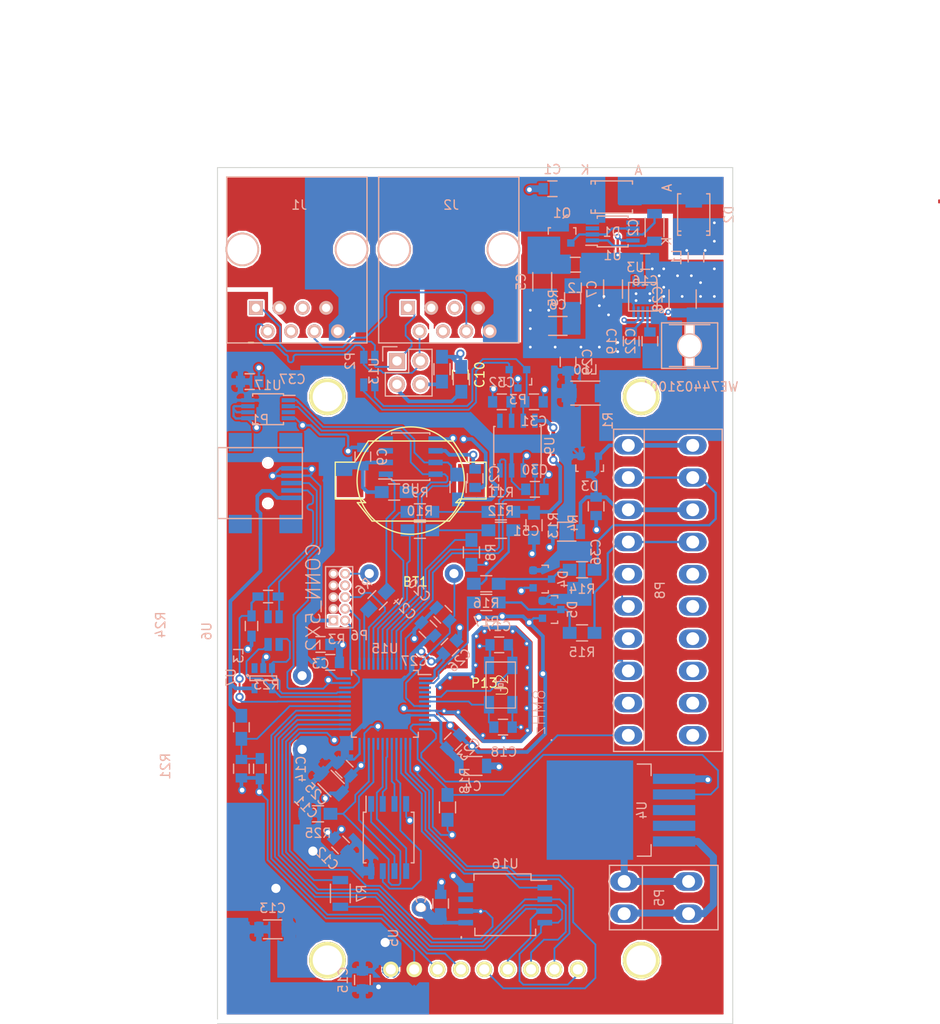
<source format=kicad_pcb>
(kicad_pcb (version 4) (host pcbnew 4.0.4+e1-6308~48~ubuntu15.04.1-stable)
  (layers (0 F.Cu signal) (1 In1.Cu jumper) (2 In2.Cu jumper) (31 B.Cu signal) (34 B.Paste user) (35 F.Paste user) (36 B.SilkS user) (37 F.SilkS user) (38 B.Mask user) (39 F.Mask user) (44 Edge.Cuts user))
  (net 0 "")
  (net 1 EXTRESET)
  (net 2 MISO)
  (net 3 MOSI)
  (net 4 SCK)
  (net 5 SCL)
  (net 6 SDA)
  (net 7 SWCLK)
  (net 8 SWDIO)
  (net 9 SWO)
  (net 10 VCC)
  (net 11 "Net-(C17-Pad2)")
  (net 12 "Net-(C18-Pad2)")
  (net 13 "Net-(P5-Pad2)")
  (net 14 "Net-(P6-Pad8)")
  (net 15 stmxtalgnd)
  (net 16 DGND)
  (net 17 "Net-(J1-Pad4)")
  (net 18 "Net-(J1-Pad5)")
  (net 19 "Net-(P5-Pad1)")
  (net 20 LED)
  (net 21 DISPDC)
  (net 22 DISPRESET)
  (net 23 DISPCS)
  (net 24 SWITCH1)
  (net 25 SWITCH2)
  (net 26 SWITCH3)
  (net 27 "Net-(U4-Pad4)")
  (net 28 MOS2)
  (net 29 MEMCS)
  (net 30 USBCONNECTED)
  (net 31 DISCONNECT)
  (net 32 USBD+)
  (net 33 USBD-)
  (net 34 "Net-(U7-Pad1)")
  (net 35 "Net-(U8-Pad3)")
  (net 36 "Net-(U8-Pad4)")
  (net 37 "Net-(BT1-Pad1)")
  (net 38 "Net-(R8-Pad2)")
  (net 39 CANTX)
  (net 40 CANRX)
  (net 41 "Net-(U9-Pad5)")
  (net 42 "Net-(U15-Pad3)")
  (net 43 "Net-(U15-Pad4)")
  (net 44 "Net-(U15-Pad10)")
  (net 45 QUADCLK)
  (net 46 QUADIO3)
  (net 47 QUADIO2)
  (net 48 QUADIO1)
  (net 49 QUADIO0)
  (net 50 PRESURECS)
  (net 51 "Net-(U16-Pad7)")
  (net 52 "Net-(U17-Pad3)")
  (net 53 ECANH)
  (net 54 ECANL)
  (net 55 ECANGND)
  (net 56 CANSHLD)
  (net 57 ECANV+)
  (net 58 "Net-(J2-Pad4)")
  (net 59 "Net-(J2-Pad5)")
  (net 60 "Net-(C2-Pad1)")
  (net 61 "Net-(C2-Pad2)")
  (net 62 "Net-(Q1-Pad1)")
  (net 63 "Net-(U1-Pad3)")
  (net 64 "Net-(U3-Pad6)")
  (net 65 "Net-(U1-Pad5)")
  (net 66 "Net-(P1-Pad2)")
  (net 67 "Net-(P1-Pad3)")
  (net 68 "Net-(C36-Pad1)")
  (net 69 "Net-(P8-Pad9)")
  (net 70 "Net-(P8-Pad8)")
  (net 71 "Net-(P8-Pad7)")
  (net 72 "Net-(P8-Pad6)")
  (net 73 USBVCC)
  (net 74 "Net-(R6-Pad2)")
  (net 75 "Net-(R7-Pad2)")
  (net 76 TIMERCLK)
  (net 77 "Net-(C10-Pad1)")
  (net 78 "Net-(U15-Pad20)")
  (net 79 +36V)
  (net 80 "Net-(C19-Pad1)")
  (net 81 "Net-(C22-Pad1)")
  (net 82 VIN)
  (net 83 VSW)
  (net 84 VRES)
  (net 85 ECANBETWEEN)
  (net 86 VCCUNFILTERED)
  (net 87 "Net-(R11-Pad2)")
  (net 88 "Net-(R9-Pad2)")
  (net 89 "Net-(R10-Pad1)")
  (net 90 "Net-(R10-Pad2)")
  (net 91 "Net-(C31-Pad1)")
  (net 92 "Net-(C32-Pad1)")
  (net 93 "Net-(P2-Pad2)")
  (net 94 "Net-(P2-Pad4)")
  (net 95 CANSLEEP)
  (net 96 "Net-(P8-Pad4)")
  (net 97 "Net-(P8-Pad2)")
  (net 98 "Net-(D4-Pad3)")
  (net 99 "Net-(D5-Pad3)")
  (module Display_Addons:2.2inchQVGASPIwithStorage (layer F.Cu) (at 47 72)
    (fp_text reference P13 (at 0 0.5) (layer F.SilkS))
    (fp_text value DISPLAY)
    (pad 9 thru_hole circle (at 10.16 31.6) (size 1.7 1.7) (drill 1.1) (layers *.Cu *.Mask F.SilkS) (net 2 MISO))
    (pad 8 thru_hole circle (at 7.62 31.6) (size 1.7 1.7) (drill 1.1) (layers *.Cu *.Mask F.SilkS) (net 20 LED))
    (pad 7 thru_hole circle (at 5.08 31.6) (size 1.7 1.7) (drill 1.1) (layers *.Cu *.Mask F.SilkS) (net 4 SCK))
    (pad 6 thru_hole circle (at 2.54 31.6) (size 1.7 1.7) (drill 1.1) (layers *.Cu *.Mask F.SilkS) (net 3 MOSI))
    (pad 5 thru_hole circle (at 0 31.6) (size 1.7 1.7) (drill 1.1) (layers *.Cu *.Mask F.SilkS) (net 21 DISPDC))
    (pad 4 thru_hole circle (at -2.54 31.6) (size 1.7 1.7) (drill 1.1) (layers *.Cu *.Mask F.SilkS) (net 22 DISPRESET))
    (pad 3 thru_hole circle (at -5.08 31.6) (size 1.7 1.7) (drill 1.1) (layers *.Cu *.Mask F.SilkS) (net 23 DISPCS))
    (pad 2 thru_hole circle (at -7.62 31.6) (size 1.7 1.7) (drill 1.1) (layers *.Cu *.Mask F.SilkS) (net 16 DGND))
    (pad "" np_thru_hole circle (at 17.05 30.6) (size 4 4) (drill 3.2) (layers *.Cu *.Mask F.SilkS))
    (pad "" np_thru_hole circle (at -17.05 30.6) (size 4 4) (drill 3.2) (layers *.Cu *.Mask F.SilkS))
    (pad "" np_thru_hole circle (at 17.05 -30.6) (size 4 4) (drill 3.2) (layers *.Cu *.Mask F.SilkS))
    (pad "" np_thru_hole circle (at -17.05 -30.6) (size 4 4) (drill 3.2) (layers *.Cu *.Mask F.SilkS))
    (pad 1 thru_hole circle (at -10.16 31.6) (size 1.7 1.7) (drill 1.1) (layers *.Cu *.Mask F.SilkS) (net 10 VCC))
  )
  (module TO_SOT_Packages_SMD:SOT-23 (layer B.Cu) (at 50.65 39.45)
    (fp_text reference P3 (at 0 2.25) (layer B.SilkS) (effects (justify mirror)))
    (fp_text value CONN_01X03)
    (pad 1 smd rect (at -0.95 -1.00076) (size 0.8001 0.8001) (layers B.Cu B.Paste B.Mask) (net 92 "Net-(C32-Pad1)"))
    (pad 2 smd rect (at 0.95 -1.00076) (size 0.8001 0.8001) (layers B.Cu B.Paste B.Mask) (net 91 "Net-(C31-Pad1)"))
    (pad 3 smd rect (at 0 0.99822) (size 0.8001 0.8001) (layers B.Cu B.Paste B.Mask) (net 16 DGND))
  )
  (module Capacitors_SMD:C_0805 (layer B.Cu) (at 30.25 70.25)
    (fp_text reference C27 (at 9.1195 -0.143) (layer B.SilkS) (effects (justify mirror)))
    (fp_text value 100nF)
    (pad 1 smd rect (at -1 0) (size 1 1.25) (layers B.Cu B.Paste B.Mask) (net 10 VCC))
    (pad 2 smd rect (at 1 0) (size 1 1.25) (layers B.Cu B.Paste B.Mask) (net 16 DGND))
  )
  (module Capacitors_SMD:C_0805_HandSoldering (layer B.Cu) (at 20.6 77.3 90)
    (fp_text reference L3 (at 7.80986 -0.29972 270) (layer B.SilkS) (effects (justify mirror)))
    (fp_text value INDUCTOR)
    (pad 1 smd rect (at -1.25 0 90) (size 1.5 1.25) (layers B.Cu B.Paste B.Mask) (net 30 USBCONNECTED))
    (pad 2 smd rect (at 1.25 0 90) (size 1.5 1.25) (layers B.Cu B.Paste B.Mask) (net 73 USBVCC))
  )
  (module Housings_SOIC:SOIJ-8_5.3x5.3mm_Pitch1.27mm (layer B.Cu) (at 36.6 89.275 270)
    (fp_text reference U5 (at 10.89496 -0.51892 270) (layer B.SilkS) (effects (justify mirror)))
    (fp_text value S25FL127S)
    (pad 1 smd rect (at -3.65 1.905 270) (size 1.7 0.65) (layers B.Cu B.Paste B.Mask) (net 29 MEMCS))
    (pad 2 smd rect (at -3.65 0.635 270) (size 1.7 0.65) (layers B.Cu B.Paste B.Mask) (net 48 QUADIO1))
    (pad 3 smd rect (at -3.65 -0.635 270) (size 1.7 0.65) (layers B.Cu B.Paste B.Mask) (net 47 QUADIO2))
    (pad 4 smd rect (at -3.65 -1.905 270) (size 1.7 0.65) (layers B.Cu B.Paste B.Mask) (net 16 DGND))
    (pad 5 smd rect (at 3.65 -1.905 270) (size 1.7 0.65) (layers B.Cu B.Paste B.Mask) (net 49 QUADIO0))
    (pad 6 smd rect (at 3.65 -0.635 270) (size 1.7 0.65) (layers B.Cu B.Paste B.Mask) (net 45 QUADCLK))
    (pad 7 smd rect (at 3.65 0.635 270) (size 1.7 0.65) (layers B.Cu B.Paste B.Mask) (net 46 QUADIO3))
    (pad 8 smd rect (at 3.65 1.905 270) (size 1.7 0.65) (layers B.Cu B.Paste B.Mask) (net 10 VCC))
  )
  (module Housings_QFP:LQFP-48_7x7mm_Pitch0.5mm (layer B.Cu) (at 36.19713 74.750179 180)
    (fp_text reference U15 (at 0 6 180) (layer B.SilkS) (effects (justify mirror)))
    (fp_text value STM32L433CC)
    (pad 1 smd rect (at -4.35 2.75 180) (size 1.3 0.25) (layers B.Cu B.Paste B.Mask) (net 10 VCC))
    (pad 2 smd rect (at -4.35 2.25 180) (size 1.3 0.25) (layers B.Cu B.Paste B.Mask) (net 25 SWITCH2))
    (pad 3 smd rect (at -4.35 1.75 180) (size 1.3 0.25) (layers B.Cu B.Paste B.Mask) (net 42 "Net-(U15-Pad3)"))
    (pad 4 smd rect (at -4.35 1.25 180) (size 1.3 0.25) (layers B.Cu B.Paste B.Mask) (net 43 "Net-(U15-Pad4)"))
    (pad 5 smd rect (at -4.35 0.75 180) (size 1.3 0.25) (layers B.Cu B.Paste B.Mask) (net 11 "Net-(C17-Pad2)"))
    (pad 6 smd rect (at -4.35 0.25 180) (size 1.3 0.25) (layers B.Cu B.Paste B.Mask) (net 12 "Net-(C18-Pad2)"))
    (pad 7 smd rect (at -4.35 -0.25 180) (size 1.3 0.25) (layers B.Cu B.Paste B.Mask) (net 1 EXTRESET))
    (pad 8 smd rect (at -4.35 -0.75 180) (size 1.3 0.25) (layers B.Cu B.Paste B.Mask) (net 16 DGND))
    (pad 9 smd rect (at -4.35 -1.25 180) (size 1.3 0.25) (layers B.Cu B.Paste B.Mask) (net 10 VCC))
    (pad 10 smd rect (at -4.35 -1.75 180) (size 1.3 0.25) (layers B.Cu B.Paste B.Mask) (net 44 "Net-(U15-Pad10)"))
    (pad 11 smd rect (at -4.35 -2.25 180) (size 1.3 0.25) (layers B.Cu B.Paste B.Mask) (net 28 MOS2))
    (pad 12 smd rect (at -4.35 -2.75 180) (size 1.3 0.25) (layers B.Cu B.Paste B.Mask) (net 26 SWITCH3))
    (pad 13 smd rect (at -2.75 -4.35 90) (size 1.3 0.25) (layers B.Cu B.Paste B.Mask) (net 21 DISPDC))
    (pad 14 smd rect (at -2.25 -4.35 90) (size 1.3 0.25) (layers B.Cu B.Paste B.Mask) (net 20 LED))
    (pad 15 smd rect (at -1.75 -4.35 90) (size 1.3 0.25) (layers B.Cu B.Paste B.Mask) (net 50 PRESURECS))
    (pad 16 smd rect (at -1.25 -4.35 90) (size 1.3 0.25) (layers B.Cu B.Paste B.Mask) (net 46 QUADIO3))
    (pad 17 smd rect (at -0.75 -4.35 90) (size 1.3 0.25) (layers B.Cu B.Paste B.Mask) (net 47 QUADIO2))
    (pad 18 smd rect (at -0.25 -4.35 90) (size 1.3 0.25) (layers B.Cu B.Paste B.Mask) (net 48 QUADIO1))
    (pad 19 smd rect (at 0.25 -4.35 90) (size 1.3 0.25) (layers B.Cu B.Paste B.Mask) (net 49 QUADIO0))
    (pad 20 smd rect (at 0.75 -4.35 90) (size 1.3 0.25) (layers B.Cu B.Paste B.Mask) (net 78 "Net-(U15-Pad20)"))
    (pad 21 smd rect (at 1.25 -4.35 90) (size 1.3 0.25) (layers B.Cu B.Paste B.Mask) (net 45 QUADCLK))
    (pad 22 smd rect (at 1.75 -4.35 90) (size 1.3 0.25) (layers B.Cu B.Paste B.Mask) (net 29 MEMCS))
    (pad 23 smd rect (at 2.25 -4.35 90) (size 1.3 0.25) (layers B.Cu B.Paste B.Mask) (net 16 DGND))
    (pad 24 smd rect (at 2.75 -4.35 90) (size 1.3 0.25) (layers B.Cu B.Paste B.Mask) (net 10 VCC))
    (pad 25 smd rect (at 4.35 -2.75 180) (size 1.3 0.25) (layers B.Cu B.Paste B.Mask) (net 75 "Net-(R7-Pad2)"))
    (pad 26 smd rect (at 4.35 -2.25 180) (size 1.3 0.25) (layers B.Cu B.Paste B.Mask) (net 4 SCK))
    (pad 27 smd rect (at 4.35 -1.75 180) (size 1.3 0.25) (layers B.Cu B.Paste B.Mask) (net 2 MISO))
    (pad 28 smd rect (at 4.35 -1.25 180) (size 1.3 0.25) (layers B.Cu B.Paste B.Mask) (net 3 MOSI))
    (pad 29 smd rect (at 4.35 -0.75 180) (size 1.3 0.25) (layers B.Cu B.Paste B.Mask) (net 23 DISPCS))
    (pad 30 smd rect (at 4.35 -0.25 180) (size 1.3 0.25) (layers B.Cu B.Paste B.Mask) (net 30 USBCONNECTED))
    (pad 31 smd rect (at 4.35 0.25 180) (size 1.3 0.25) (layers B.Cu B.Paste B.Mask) (net 31 DISCONNECT))
    (pad 32 smd rect (at 4.35 0.75 180) (size 1.3 0.25) (layers B.Cu B.Paste B.Mask) (net 33 USBD-))
    (pad 33 smd rect (at 4.35 1.25 180) (size 1.3 0.25) (layers B.Cu B.Paste B.Mask) (net 32 USBD+))
    (pad 34 smd rect (at 4.35 1.75 180) (size 1.3 0.25) (layers B.Cu B.Paste B.Mask) (net 8 SWDIO))
    (pad 35 smd rect (at 4.35 2.25 180) (size 1.3 0.25) (layers B.Cu B.Paste B.Mask) (net 16 DGND))
    (pad 36 smd rect (at 4.35 2.75 180) (size 1.3 0.25) (layers B.Cu B.Paste B.Mask) (net 10 VCC))
    (pad 37 smd rect (at 2.75 4.35 90) (size 1.3 0.25) (layers B.Cu B.Paste B.Mask) (net 7 SWCLK))
    (pad 38 smd rect (at 2.25 4.35 90) (size 1.3 0.25) (layers B.Cu B.Paste B.Mask) (net 74 "Net-(R6-Pad2)"))
    (pad 39 smd rect (at 1.75 4.35 90) (size 1.3 0.25) (layers B.Cu B.Paste B.Mask) (net 9 SWO))
    (pad 40 smd rect (at 1.25 4.35 90) (size 1.3 0.25) (layers B.Cu B.Paste B.Mask) (net 88 "Net-(R9-Pad2)"))
    (pad 41 smd rect (at 0.75 4.35 90) (size 1.3 0.25) (layers B.Cu B.Paste B.Mask) (net 90 "Net-(R10-Pad2)"))
    (pad 42 smd rect (at 0.25 4.35 90) (size 1.3 0.25) (layers B.Cu B.Paste B.Mask) (net 5 SCL))
    (pad 43 smd rect (at -0.25 4.35 90) (size 1.3 0.25) (layers B.Cu B.Paste B.Mask) (net 6 SDA))
    (pad 44 smd rect (at -0.75 4.35 90) (size 1.3 0.25) (layers B.Cu B.Paste B.Mask) (net 38 "Net-(R8-Pad2)"))
    (pad 45 smd rect (at -1.25 4.35 90) (size 1.3 0.25) (layers B.Cu B.Paste B.Mask) (net 40 CANRX))
    (pad 46 smd rect (at -1.75 4.35 90) (size 1.3 0.25) (layers B.Cu B.Paste B.Mask) (net 39 CANTX))
    (pad 47 smd rect (at -2.25 4.35 90) (size 1.3 0.25) (layers B.Cu B.Paste B.Mask) (net 16 DGND))
    (pad 48 smd rect (at -2.75 4.35 90) (size 1.3 0.25) (layers B.Cu B.Paste B.Mask) (net 10 VCC))
  )
  (module Connect:RJ45_8 (layer B.Cu) (at 43.14 25.39)
    (fp_text reference J2 (at 0.254 -4.826) (layer B.SilkS) (effects (justify mirror)))
    (fp_text value RJ45)
    (pad Hole np_thru_hole circle (at 5.93852 0) (size 3.64998 3.64998) (drill 3.2512) (layers *.Cu *.SilkS *.Mask))
    (pad Hole np_thru_hole circle (at -5.9309 0) (size 3.64998 3.64998) (drill 3.2512) (layers *.Cu *.SilkS *.Mask))
    (pad 1 thru_hole rect (at -4.445 6.35) (size 1.50114 1.50114) (drill 0.89916) (layers *.Cu *.Mask B.SilkS) (net 53 ECANH))
    (pad 2 thru_hole circle (at -3.175 8.89) (size 1.50114 1.50114) (drill 0.89916) (layers *.Cu *.Mask B.SilkS) (net 54 ECANL))
    (pad 3 thru_hole circle (at -1.905 6.35) (size 1.50114 1.50114) (drill 0.89916) (layers *.Cu *.Mask B.SilkS) (net 55 ECANGND))
    (pad 4 thru_hole circle (at -0.635 8.89) (size 1.50114 1.50114) (drill 0.89916) (layers *.Cu *.Mask B.SilkS) (net 58 "Net-(J2-Pad4)"))
    (pad 5 thru_hole circle (at 0.635 6.35) (size 1.50114 1.50114) (drill 0.89916) (layers *.Cu *.Mask B.SilkS) (net 59 "Net-(J2-Pad5)"))
    (pad 6 thru_hole circle (at 1.905 8.89) (size 1.50114 1.50114) (drill 0.89916) (layers *.Cu *.Mask B.SilkS) (net 56 CANSHLD))
    (pad 7 thru_hole circle (at 3.175 6.35) (size 1.50114 1.50114) (drill 0.89916) (layers *.Cu *.Mask B.SilkS) (net 55 ECANGND))
    (pad 8 thru_hole circle (at 4.445 8.89) (size 1.50114 1.50114) (drill 0.89916) (layers *.Cu *.Mask B.SilkS) (net 57 ECANV+))
  )
  (module Resistors_SMD:R_0805_HandSoldering (layer B.Cu) (at 37.2 51.75)
    (fp_text reference R3 (at -6.2586 15.9892) (layer B.SilkS) (effects (justify mirror)))
    (fp_text value 2K)
    (pad 1 smd rect (at -1.35 0) (size 1.5 1.3) (layers B.Cu B.Paste B.Mask) (net 10 VCC))
    (pad 2 smd rect (at 1.35 0) (size 1.5 1.3) (layers B.Cu B.Paste B.Mask) (net 5 SCL))
  )
  (module crystal_ceramic_smd:Xtal_Ceramic_5x3.2 (layer B.Cu) (at 48.779255 72.712245 90)
    (fp_text reference U2 (at -0.016739 0.172102 90) (layer F.SilkS) (effects (font (size 1.27 1.27) (thickness 0.0889))))
    (fp_text value 8MHz (at -2.953283 4.204237 90) (layer B.SilkS) (effects (font (size 1.27 1.27) (thickness 0.0889)) (justify mirror)))
    (pad 2 smd rect (at 2.1336 -1.27 90) (size 1.9 1.1) (layers B.Cu B.Paste B.Mask) (net 15 stmxtalgnd))
    (pad 4 smd rect (at -2.1336 1.27 90) (size 1.9 1.1) (layers B.Cu B.Paste B.Mask) (net 15 stmxtalgnd))
    (pad 1 smd rect (at -2.1336 -1.27 90) (size 1.9 1.1) (layers B.Cu B.Paste B.Mask) (net 12 "Net-(C18-Pad2)"))
    (pad 3 smd rect (at 2.1336 1.27 90) (size 1.9 1.1) (layers B.Cu B.Paste B.Mask) (net 11 "Net-(C17-Pad2)"))
  )
  (module Capacitors_SMD:C_0805 (layer B.Cu) (at 48.614155 68.343445)
    (fp_text reference C17 (at -0.120792 -2.017383) (layer B.SilkS) (effects (justify mirror)))
    (fp_text value 22pF)
    (pad 1 smd rect (at -1 0) (size 1 1.25) (layers B.Cu B.Paste B.Mask) (net 15 stmxtalgnd))
    (pad 2 smd rect (at 1 0) (size 1 1.25) (layers B.Cu B.Paste B.Mask) (net 11 "Net-(C17-Pad2)"))
  )
  (module Capacitors_SMD:C_0805 (layer B.Cu) (at 49.033254 77.284246 180)
    (fp_text reference C18 (at -0.088727 -2.691805 180) (layer B.SilkS) (effects (justify mirror)))
    (fp_text value 22pF)
    (pad 1 smd rect (at -1 0 180) (size 1 1.25) (layers B.Cu B.Paste B.Mask) (net 15 stmxtalgnd))
    (pad 2 smd rect (at 1 0 180) (size 1 1.25) (layers B.Cu B.Paste B.Mask) (net 12 "Net-(C18-Pad2)"))
  )
  (module Capacitors_SMD:C_0805 (layer B.Cu) (at 43.621751 78.851398 45)
    (fp_text reference C23 (at 0.6175 1.827 45) (layer B.SilkS) (effects (justify mirror)))
    (fp_text value 100nF)
    (pad 1 smd rect (at -1 0 45) (size 1 1.25) (layers B.Cu B.Paste B.Mask) (net 10 VCC))
    (pad 2 smd rect (at 1 0 45) (size 1 1.25) (layers B.Cu B.Paste B.Mask) (net 16 DGND))
  )
  (module Capacitors_SMD:C_0805 (layer B.Cu) (at 40.876409 66.646381 135)
    (fp_text reference C24 (at 3.4285 -0.189 135) (layer B.SilkS) (effects (justify mirror)))
    (fp_text value 100nF)
    (pad 1 smd rect (at -1 0 135) (size 1 1.25) (layers B.Cu B.Paste B.Mask) (net 10 VCC))
    (pad 2 smd rect (at 1 0 135) (size 1 1.25) (layers B.Cu B.Paste B.Mask) (net 16 DGND))
  )
  (module Capacitors_SMD:C_0805 (layer B.Cu) (at 31.777713 81.856602 315)
    (fp_text reference C25 (at -0.2415 4.059 315) (layer B.SilkS) (effects (justify mirror)))
    (fp_text value 100nF)
    (pad 1 smd rect (at -1 0 315) (size 1 1.25) (layers B.Cu B.Paste B.Mask) (net 10 VCC))
    (pad 2 smd rect (at 1 0 315) (size 1 1.25) (layers B.Cu B.Paste B.Mask) (net 16 DGND))
  )
  (module Capacitors_SMD:C_0805 (layer B.Cu) (at 43.268198 68.59835 45)
    (fp_text reference C26 (at -0.25 1.75 45) (layer B.SilkS) (effects (justify mirror)))
    (fp_text value 100nF)
    (pad 1 smd rect (at -1 0 45) (size 1 1.25) (layers B.Cu B.Paste B.Mask) (net 10 VCC))
    (pad 2 smd rect (at 1 0 45) (size 1 1.25) (layers B.Cu B.Paste B.Mask) (net 16 DGND))
  )
  (module Resistors_SMD:R_0805_HandSoldering (layer B.Cu) (at 42.4 38.4 270)
    (fp_text reference R2 (at -13.5212 -6.696 270) (layer B.SilkS) (effects (justify mirror)))
    (fp_text value 60R)
    (pad 1 smd rect (at -1.35 0 270) (size 1.5 1.3) (layers B.Cu B.Paste B.Mask) (net 77 "Net-(C10-Pad1)"))
    (pad 2 smd rect (at 1.35 0 270) (size 1.5 1.3) (layers B.Cu B.Paste B.Mask) (net 94 "Net-(P2-Pad4)"))
  )
  (module Resistors_SMD:R_0805_HandSoldering (layer B.Cu) (at 44.15 51.2 90)
    (fp_text reference R4 (at -3.914 12.4984 90) (layer B.SilkS) (effects (justify mirror)))
    (fp_text value 2K)
    (pad 1 smd rect (at -1.35 0 90) (size 1.5 1.3) (layers B.Cu B.Paste B.Mask) (net 10 VCC))
    (pad 2 smd rect (at 1.35 0 90) (size 1.5 1.3) (layers B.Cu B.Paste B.Mask) (net 6 SDA))
  )
  (module Resistors_SMD:R_0805_HandSoldering (layer B.Cu) (at 45.6 58.3 90)
    (fp_text reference R8 (at 0 2.1 90) (layer B.SilkS) (effects (justify mirror)))
    (fp_text value 10K)
    (pad 1 smd rect (at -1.35 0 90) (size 1.5 1.3) (layers B.Cu B.Paste B.Mask) (net 16 DGND))
    (pad 2 smd rect (at 1.35 0 90) (size 1.5 1.3) (layers B.Cu B.Paste B.Mask) (net 38 "Net-(R8-Pad2)"))
  )
  (module Resistors_SMD:R_0805_HandSoldering (layer B.Cu) (at 43 86 270)
    (fp_text reference R18 (at -2.8923 -1.8787 270) (layer B.SilkS) (effects (justify mirror)))
    (fp_text value 10K)
    (pad 1 smd rect (at -1.35 0 270) (size 1.5 1.3) (layers B.Cu B.Paste B.Mask) (net 28 MOS2))
    (pad 2 smd rect (at 1.35 0 270) (size 1.5 1.3) (layers B.Cu B.Paste B.Mask) (net 16 DGND))
  )
  (module Capacitors_SMD:C_0805 (layer B.Cu) (at 42.492855 65.029935 135)
    (fp_text reference C20 (at 3.6785 0.025 135) (layer B.SilkS) (effects (justify mirror)))
    (fp_text value 100nF)
    (pad 1 smd rect (at -1 0 135) (size 1 1.25) (layers B.Cu B.Paste B.Mask) (net 1 EXTRESET))
    (pad 2 smd rect (at 1 0 135) (size 1 1.25) (layers B.Cu B.Paste B.Mask) (net 16 DGND))
  )
  (module Resistors_SMD:R_0805_HandSoldering (layer B.Cu) (at 44.5 39.5 90)
    (fp_text reference R1 (at -4.5098 15.9392 90) (layer B.SilkS) (effects (justify mirror)))
    (fp_text value 60R)
    (pad 1 smd rect (at -1.35 0 90) (size 1.5 1.3) (layers B.Cu B.Paste B.Mask) (net 93 "Net-(P2-Pad2)"))
    (pad 2 smd rect (at 1.35 0 90) (size 1.5 1.3) (layers B.Cu B.Paste B.Mask) (net 77 "Net-(C10-Pad1)"))
  )
  (module pin_header_1:Pin_Header_Straight_2x05_Pitch1.27mm (layer B.Cu) (at 30.6 65.7)
    (fp_text reference P6 (at 2.81508 1.63666) (layer B.SilkS) (effects (justify mirror)))
    (fp_text value CONN_5X2 (at -2.1775 -2.5175 90) (layer B.SilkS) (effects (justify mirror)))
    (pad 1 thru_hole rect (at 0 0) (size 1.05 1.05) (drill 0.65) (layers *.Cu *.Mask B.SilkS) (net 10 VCC))
    (pad 3 thru_hole circle (at 0 -1.27) (size 1.05 1.05) (drill 0.65) (layers *.Cu *.Mask B.SilkS) (net 16 DGND))
    (pad 5 thru_hole circle (at 0 -2.54) (size 1.05 1.05) (drill 0.65) (layers *.Cu *.Mask B.SilkS) (net 16 DGND))
    (pad 7 thru_hole circle (at 0 -3.81) (size 1.05 1.05) (drill 0.65) (layers *.Cu *.Mask B.SilkS) (net 16 DGND))
    (pad 9 thru_hole circle (at 0 -5.08) (size 1.05 1.05) (drill 0.65) (layers *.Cu *.Mask B.SilkS) (net 16 DGND))
    (pad 4 thru_hole circle (at 1.27 -1.27) (size 1.05 1.05) (drill 0.65) (layers *.Cu *.Mask B.SilkS) (net 7 SWCLK))
    (pad 6 thru_hole circle (at 1.27 -2.54) (size 1.05 1.05) (drill 0.65) (layers *.Cu *.Mask B.SilkS) (net 9 SWO))
    (pad 8 thru_hole circle (at 1.27 -3.81) (size 1.05 1.05) (drill 0.65) (layers *.Cu *.Mask B.SilkS) (net 14 "Net-(P6-Pad8)"))
    (pad 10 thru_hole circle (at 1.27 -5.08) (size 1.05 1.05) (drill 0.65) (layers *.Cu *.Mask B.SilkS) (net 1 EXTRESET))
    (pad 2 thru_hole circle (at 1.27 0) (size 1.05 1.05) (drill 0.65) (layers *.Cu *.Mask B.SilkS) (net 8 SWDIO))
  )
  (module NetTie02_smd:NetTie-I_Connected_SMD (layer B.Cu) (at 42.223448 75.536835)
    (fp_text reference JP1)
    (fp_text value Jumper_NC_Small)
    (fp_line (start -0.4 0) (end 0.4 0) (layer B.Cu) (width 0.2))
    (pad 1 smd circle (at -0.4 0) (size 0.05 0.05) (layers B.Cu B.Paste B.Mask) (net 16 DGND))
    (pad 2 smd circle (at 0.4 0) (size 0.05 0.05) (layers B.Cu B.Paste B.Mask) (net 15 stmxtalgnd))
  )
  (module Connect_Addons:weidmueller_2 (layer B.Cu) (at 62.2 95.8 270)
    (fp_text reference P5 (at 0.016 -3.8345 270) (layer B.SilkS) (effects (justify mirror)))
    (fp_text value CONN_01X02)
    (pad 2 thru_hole oval (at 1.75 -7 270) (size 2 3.01498) (drill 1.4) (layers *.Cu *.Mask) (net 13 "Net-(P5-Pad2)"))
    (pad 1 thru_hole oval (at -1.75 -7 270) (size 2 3.01498) (drill 1.4) (layers *.Cu *.Mask) (net 19 "Net-(P5-Pad1)"))
    (pad 1 thru_hole oval (at -1.75 0 270) (size 2 3.01498) (drill 1.4) (layers *.Cu *.Mask) (net 19 "Net-(P5-Pad1)"))
    (pad 2 thru_hole oval (at 1.75 0 270) (size 2 3.01498) (drill 1.4) (layers *.Cu *.Mask) (net 13 "Net-(P5-Pad2)"))
  )
  (module Connect_Addons:weidmueller_10 (layer B.Cu) (at 62.65 62.425 270)
    (fp_text reference P8 (at -0.01448 -3.4535 270) (layer B.SilkS) (effects (justify mirror)))
    (fp_text value CONN_5X2)
    (pad 10 thru_hole oval (at 15.75 0 270) (size 2 3.01498) (drill 1.4) (layers *.Cu *.Mask) (net 26 SWITCH3))
    (pad 10 thru_hole oval (at 15.75 -7 270) (size 2 3.01498) (drill 1.4) (layers *.Cu *.Mask) (net 26 SWITCH3))
    (pad 9 thru_hole oval (at 12.25 -7 270) (size 2 3.01498) (drill 1.4) (layers *.Cu *.Mask) (net 69 "Net-(P8-Pad9)"))
    (pad 9 thru_hole oval (at 12.25 0 270) (size 2 3.01498) (drill 1.4) (layers *.Cu *.Mask) (net 69 "Net-(P8-Pad9)"))
    (pad 1 thru_hole oval (at -15.75 -7 270) (size 2 3.01498) (drill 1.4) (layers *.Cu *.Mask) (net 68 "Net-(C36-Pad1)"))
    (pad 1 thru_hole oval (at -15.75 0 270) (size 2 3.01498) (drill 1.4) (layers *.Cu *.Mask) (net 68 "Net-(C36-Pad1)"))
    (pad 8 thru_hole oval (at 8.75 -7 270) (size 2 3.01498) (drill 1.4) (layers *.Cu *.Mask) (net 70 "Net-(P8-Pad8)"))
    (pad 8 thru_hole oval (at 8.75 0 270) (size 2 3.01498) (drill 1.4) (layers *.Cu *.Mask) (net 70 "Net-(P8-Pad8)"))
    (pad 7 thru_hole oval (at 5.25 -7 270) (size 2 3.01498) (drill 1.4) (layers *.Cu *.Mask) (net 71 "Net-(P8-Pad7)"))
    (pad 7 thru_hole oval (at 5.25 0 270) (size 2 3.01498) (drill 1.4) (layers *.Cu *.Mask) (net 71 "Net-(P8-Pad7)"))
    (pad 6 thru_hole oval (at 1.75 -7 270) (size 2 3.01498) (drill 1.4) (layers *.Cu *.Mask) (net 72 "Net-(P8-Pad6)"))
    (pad 5 thru_hole oval (at -1.75 -7 270) (size 2 3.01498) (drill 1.4) (layers *.Cu *.Mask) (net 68 "Net-(C36-Pad1)"))
    (pad 4 thru_hole oval (at -5.25 -7 270) (size 2 3.01498) (drill 1.4) (layers *.Cu *.Mask) (net 96 "Net-(P8-Pad4)"))
    (pad 3 thru_hole oval (at -8.75 -7 270) (size 2 3.01498) (drill 1.4) (layers *.Cu *.Mask) (net 68 "Net-(C36-Pad1)"))
    (pad 2 thru_hole oval (at -12.25 -7 270) (size 2 3.01498) (drill 1.4) (layers *.Cu *.Mask) (net 97 "Net-(P8-Pad2)"))
    (pad 6 thru_hole oval (at 1.75 0 270) (size 2 3.01498) (drill 1.4) (layers *.Cu *.Mask) (net 72 "Net-(P8-Pad6)"))
    (pad 5 thru_hole oval (at -1.75 0 270) (size 2 3.01498) (drill 1.4) (layers *.Cu *.Mask) (net 68 "Net-(C36-Pad1)"))
    (pad 4 thru_hole oval (at -5.25 0 270) (size 2 3.01498) (drill 1.4) (layers *.Cu *.Mask) (net 96 "Net-(P8-Pad4)"))
    (pad 2 thru_hole oval (at -12.25 0 270) (size 2 3.01498) (drill 1.4) (layers *.Cu *.Mask) (net 97 "Net-(P8-Pad2)"))
    (pad 3 thru_hole oval (at -8.75 0 270) (size 2 3.01498) (drill 1.4) (layers *.Cu *.Mask) (net 68 "Net-(C36-Pad1)"))
  )
  (module Capacitors_SMD:C_0805 (layer B.Cu) (at 59.15 53.3 270)
    (fp_text reference C36 (at 4.9624 0.01942 270) (layer B.SilkS) (effects (justify mirror)))
    (fp_text value 100nF)
    (pad 1 smd rect (at -1 0 270) (size 1 1.25) (layers B.Cu B.Paste B.Mask) (net 68 "Net-(C36-Pad1)"))
    (pad 2 smd rect (at 1 0 270) (size 1 1.25) (layers B.Cu B.Paste B.Mask) (net 16 DGND))
  )
  (module Capacitors_SMD:C_0805 (layer B.Cu) (at 21.5 39.75)
    (fp_text reference C37 (at 4.6355 -0.254) (layer B.SilkS) (effects (justify mirror)))
    (fp_text value 100nF)
    (pad 1 smd rect (at -1 0) (size 1 1.25) (layers B.Cu B.Paste B.Mask) (net 10 VCC))
    (pad 2 smd rect (at 1 0) (size 1 1.25) (layers B.Cu B.Paste B.Mask) (net 16 DGND))
  )
  (module Capacitors_SMD:C_1206 (layer B.Cu) (at 45.75 81.5)
    (fp_text reference C4 (at 0.003635 2.194958) (layer B.SilkS) (effects (justify mirror)))
    (fp_text value 4,7uF)
    (pad 1 smd rect (at -1.5 0) (size 1 1.6) (layers B.Cu B.Paste B.Mask) (net 10 VCC))
    (pad 2 smd rect (at 1.5 0) (size 1 1.6) (layers B.Cu B.Paste B.Mask) (net 16 DGND))
  )
  (module Capacitors_SMD:C_0805 (layer B.Cu) (at 29.2 68.3)
    (fp_text reference C3 (at 0 2.1) (layer B.SilkS) (effects (justify mirror)))
    (fp_text value 2,2uF)
    (pad 1 smd rect (at -1 0) (size 1 1.25) (layers B.Cu B.Paste B.Mask) (net 10 VCC))
    (pad 2 smd rect (at 1 0) (size 1 1.25) (layers B.Cu B.Paste B.Mask) (net 16 DGND))
  )
  (module Capacitors_SMD:C_1206 (layer B.Cu) (at 30.342569 83.412519 315)
    (fp_text reference C11 (at -0.1364 3.722 315) (layer B.SilkS) (effects (justify mirror)))
    (fp_text value 2,2uF)
    (pad 1 smd rect (at -1.5 0 315) (size 1 1.6) (layers B.Cu B.Paste B.Mask) (net 10 VCC))
    (pad 2 smd rect (at 1.5 0 315) (size 1 1.6) (layers B.Cu B.Paste B.Mask) (net 16 DGND))
  )
  (module Capacitors_SMD:C_1206 (layer B.Cu) (at 55.95 56.05 180)
    (fp_text reference C51 (at 4.3909 0.07022 180) (layer B.SilkS) (effects (justify mirror)))
    (fp_text value 10uF)
    (pad 1 smd rect (at -1.5 0 180) (size 1 1.6) (layers B.Cu B.Paste B.Mask) (net 68 "Net-(C36-Pad1)"))
    (pad 2 smd rect (at 1.5 0 180) (size 1 1.6) (layers B.Cu B.Paste B.Mask) (net 16 DGND))
  )
  (module Capacitors_SMD:C_1206 (layer B.Cu) (at 24 99.25 180)
    (fp_text reference C13 (at 0 2.3 180) (layer B.SilkS) (effects (justify mirror)))
    (fp_text value 4,7uF)
    (pad 1 smd rect (at -1.5 0 180) (size 1 1.6) (layers B.Cu B.Paste B.Mask) (net 10 VCC))
    (pad 2 smd rect (at 1.5 0 180) (size 1 1.6) (layers B.Cu B.Paste B.Mask) (net 16 DGND))
  )
  (module Capacitors_SMD:C_0805 (layer B.Cu) (at 20.6 81.8 90)
    (fp_text reference C14 (at -0.0381 6.4789 90) (layer B.SilkS) (effects (justify mirror)))
    (fp_text value 100nF)
    (pad 1 smd rect (at -1 0 90) (size 1 1.25) (layers B.Cu B.Paste B.Mask) (net 16 DGND))
    (pad 2 smd rect (at 1 0 90) (size 1 1.25) (layers B.Cu B.Paste B.Mask) (net 30 USBCONNECTED))
  )
  (module SMD-CMC-Wuerth:CMC-SMD-Wuerth (layer B.Cu) (at 24.1 66.8 270)
    (fp_text reference U6 (at 0.0635 7.2663 270) (layer B.SilkS) (effects (justify mirror)))
    (fp_text value USB-CMC-Wuerth)
    (pad 2 smd rect (at 1.5 -0.6 270) (size 1.4 0.8) (layers B.Cu B.Paste B.Mask) (net 32 USBD+))
    (pad 4 smd rect (at -1.5 0.6 270) (size 1.4 0.8) (layers B.Cu B.Paste B.Mask) (net 66 "Net-(P1-Pad2)"))
    (pad 3 smd rect (at 1.5 0.6 270) (size 1.4 0.8) (layers B.Cu B.Paste B.Mask) (net 33 USBD-))
    (pad 1 smd rect (at -1.5 -0.6 270) (size 1.4 0.8) (layers B.Cu B.Paste B.Mask) (net 67 "Net-(P1-Pad3)"))
  )
  (module TO_SOT_Packages_SMD:SOT-23-5 (layer B.Cu) (at 22.975 71.975 270)
    (fp_text reference U7 (at -0.1016 3.5071 270) (layer B.SilkS) (effects (justify mirror)))
    (fp_text value TVS-ARRAY-SOT5)
    (pad 1 smd rect (at -1.1 0.95 270) (size 1.06 0.65) (layers B.Cu B.Paste B.Mask) (net 34 "Net-(U7-Pad1)"))
    (pad 2 smd rect (at -1.1 0 270) (size 1.06 0.65) (layers B.Cu B.Paste B.Mask) (net 16 DGND))
    (pad 3 smd rect (at -1.1 -0.95 270) (size 1.06 0.65) (layers B.Cu B.Paste B.Mask) (net 32 USBD+))
    (pad 4 smd rect (at 1.1 -0.95 270) (size 1.06 0.65) (layers B.Cu B.Paste B.Mask) (net 33 USBD-))
    (pad 5 smd rect (at 1.1 0.95 270) (size 1.06 0.65) (layers B.Cu B.Paste B.Mask) (net 73 USBVCC))
  )
  (module Capacitors_SMD:C_0805 (layer B.Cu) (at 33.75 104.75 270)
    (fp_text reference C15 (at 0 2.1 270) (layer B.SilkS) (effects (justify mirror)))
    (fp_text value 100nF)
    (pad 1 smd rect (at -1 0 270) (size 1 1.25) (layers B.Cu B.Paste B.Mask) (net 10 VCC))
    (pad 2 smd rect (at 1 0 270) (size 1 1.25) (layers B.Cu B.Paste B.Mask) (net 16 DGND))
  )
  (module Housings_SOIC:SOIC-8_3.9x4.9mm_Pitch1.27mm (layer B.Cu) (at 39 47.9)
    (fp_text reference U8 (at 0 3.5) (layer B.SilkS) (effects (justify mirror)))
    (fp_text value DS3231)
    (pad 1 smd rect (at -2.7 1.905) (size 1.55 0.6) (layers B.Cu B.Paste B.Mask) (net 76 TIMERCLK))
    (pad 2 smd rect (at -2.7 0.635) (size 1.55 0.6) (layers B.Cu B.Paste B.Mask) (net 10 VCC))
    (pad 3 smd rect (at -2.7 -0.635) (size 1.55 0.6) (layers B.Cu B.Paste B.Mask) (net 35 "Net-(U8-Pad3)"))
    (pad 4 smd rect (at -2.7 -1.905) (size 1.55 0.6) (layers B.Cu B.Paste B.Mask) (net 36 "Net-(U8-Pad4)"))
    (pad 5 smd rect (at 2.7 -1.905) (size 1.55 0.6) (layers B.Cu B.Paste B.Mask) (net 16 DGND))
    (pad 6 smd rect (at 2.7 -0.635) (size 1.55 0.6) (layers B.Cu B.Paste B.Mask) (net 37 "Net-(BT1-Pad1)"))
    (pad 7 smd rect (at 2.7 0.635) (size 1.55 0.6) (layers B.Cu B.Paste B.Mask) (net 6 SDA))
    (pad 8 smd rect (at 2.7 1.905) (size 1.55 0.6) (layers B.Cu B.Paste B.Mask) (net 5 SCL))
  )
  (module Resistors_SMD:R_0603_HandSoldering (layer B.Cu) (at 22.6 81.8 90)
    (fp_text reference R21 (at 0.26162 -10.25334 90) (layer B.SilkS) (effects (justify mirror)))
    (fp_text value 47K)
    (pad 1 smd rect (at -1.1 0 90) (size 1.2 0.9) (layers B.Cu B.Paste B.Mask) (net 16 DGND))
    (pad 2 smd rect (at 1.1 0 90) (size 1.2 0.9) (layers B.Cu B.Paste B.Mask) (net 30 USBCONNECTED))
  )
  (module Resistors_SMD:R_0603_HandSoldering (layer B.Cu) (at 23.5 63.1)
    (fp_text reference R23 (at -0.1651 9.57262) (layer B.SilkS) (effects (justify mirror)))
    (fp_text value 1K5)
    (pad 1 smd rect (at -1.1 0) (size 1.2 0.9) (layers B.Cu B.Paste B.Mask) (net 31 DISCONNECT))
    (pad 2 smd rect (at 1.1 0) (size 1.2 0.9) (layers B.Cu B.Paste B.Mask) (net 67 "Net-(P1-Pad3)"))
  )
  (module Resistors_SMD:R_0603_HandSoldering (layer B.Cu) (at 21.7 66.3 90)
    (fp_text reference R24 (at 0.12446 -9.8825 90) (layer B.SilkS) (effects (justify mirror)))
    (fp_text value 47K)
    (pad 1 smd rect (at -1.1 0 90) (size 1.2 0.9) (layers B.Cu B.Paste B.Mask) (net 16 DGND))
    (pad 2 smd rect (at 1.1 0 90) (size 1.2 0.9) (layers B.Cu B.Paste B.Mask) (net 31 DISCONNECT))
  )
  (module Capacitors_SMD:C_0805 (layer B.Cu) (at 46 50.25 90)
    (fp_text reference C21 (at 0 2.1 90) (layer B.SilkS) (effects (justify mirror)))
    (fp_text value 10nF)
    (pad 1 smd rect (at -1 0 90) (size 1 1.25) (layers B.Cu B.Paste B.Mask) (net 16 DGND))
    (pad 2 smd rect (at 1 0 90) (size 1 1.25) (layers B.Cu B.Paste B.Mask) (net 37 "Net-(BT1-Pad1)"))
  )
  (module Resistors_SMD:R_0805_HandSoldering (layer B.Cu) (at 28.925 86.7)
    (fp_text reference R25 (at 0 2.1) (layer B.SilkS) (effects (justify mirror)))
    (fp_text value 100K)
    (pad 1 smd rect (at -1.35 0) (size 1.5 1.3) (layers B.Cu B.Paste B.Mask) (net 10 VCC))
    (pad 2 smd rect (at 1.35 0) (size 1.5 1.3) (layers B.Cu B.Paste B.Mask) (net 29 MEMCS))
  )
  (module Housings_SOIC:SOIC-8_3.9x4.9mm_Pitch1.27mm (layer B.Cu) (at 50.6 46.7 90)
    (fp_text reference U9 (at 0 3.5 90) (layer B.SilkS) (effects (justify mirror)))
    (fp_text value SN65HVD233)
    (pad 1 smd rect (at -2.7 1.905 90) (size 1.55 0.6) (layers B.Cu B.Paste B.Mask) (net 39 CANTX))
    (pad 2 smd rect (at -2.7 0.635 90) (size 1.55 0.6) (layers B.Cu B.Paste B.Mask) (net 16 DGND))
    (pad 3 smd rect (at -2.7 -0.635 90) (size 1.55 0.6) (layers B.Cu B.Paste B.Mask) (net 10 VCC))
    (pad 4 smd rect (at -2.7 -1.905 90) (size 1.55 0.6) (layers B.Cu B.Paste B.Mask) (net 40 CANRX))
    (pad 5 smd rect (at 2.7 -1.905 90) (size 1.55 0.6) (layers B.Cu B.Paste B.Mask) (net 41 "Net-(U9-Pad5)"))
    (pad 6 smd rect (at 2.7 -0.635 90) (size 1.55 0.6) (layers B.Cu B.Paste B.Mask) (net 92 "Net-(C32-Pad1)"))
    (pad 7 smd rect (at 2.7 0.635 90) (size 1.55 0.6) (layers B.Cu B.Paste B.Mask) (net 91 "Net-(C31-Pad1)"))
    (pad 8 smd rect (at 2.7 1.905 90) (size 1.55 0.6) (layers B.Cu B.Paste B.Mask) (net 95 CANSLEEP))
  )
  (module SMD-CMC-Wuerth:CMC-SMD-Wuerth (layer B.Cu) (at 34.504 38.598 270)
    (fp_text reference U13 (at 0 -0.5 270) (layer B.SilkS) (effects (justify mirror)))
    (fp_text value USB-CMC-Wuerth)
    (pad 2 smd rect (at 1.5 -0.6 270) (size 1.4 0.8) (layers B.Cu B.Paste B.Mask) (net 91 "Net-(C31-Pad1)"))
    (pad 4 smd rect (at -1.5 0.6 270) (size 1.4 0.8) (layers B.Cu B.Paste B.Mask) (net 54 ECANL))
    (pad 3 smd rect (at 1.5 0.6 270) (size 1.4 0.8) (layers B.Cu B.Paste B.Mask) (net 92 "Net-(C32-Pad1)"))
    (pad 1 smd rect (at -1.5 -0.6 270) (size 1.4 0.8) (layers B.Cu B.Paste B.Mask) (net 53 ECANH))
  )
  (module Battery_Addons:BatterieHolderCR1025_SMD (layer F.Cu) (at 39 50.5)
    (fp_text reference BT1 (at 0.5 11) (layer F.SilkS))
    (fp_text value Battery)
    (pad 1 smd rect (at -6.6 0) (size 2.9 3.6) (layers F.Cu F.Paste F.Mask) (net 37 "Net-(BT1-Pad1)"))
    (pad 2 connect circle (at 0 0) (size 9 9) (layers F.Cu F.Mask) (net 16 DGND))
    (pad 1 smd rect (at 6.6 0) (size 2.9 3.6) (layers F.Cu F.Paste F.Mask) (net 37 "Net-(BT1-Pad1)"))
  )
  (module TO_SOT_Packages_SMD:TO-263-5Lead (layer B.Cu) (at 67.625 86.3 180)
    (fp_text reference U4 (at 3.5 0 450) (layer B.SilkS) (effects (justify mirror)))
    (fp_text value BTS410)
    (pad 5 smd rect (at 0 -3.4 180) (size 4.6 1.1) (layers B.Cu B.Paste B.Mask) (net 13 "Net-(P5-Pad2)"))
    (pad 4 smd rect (at 0 -1.7 180) (size 4.6 1.1) (layers B.Cu B.Paste B.Mask) (net 27 "Net-(U4-Pad4)"))
    (pad 2 smd rect (at 0 1.7 180) (size 4.6 1.1) (layers B.Cu B.Paste B.Mask) (net 28 MOS2))
    (pad 3 smd rect (at 9.15 0 180) (size 9.4 10.8) (layers B.Cu B.Paste B.Mask) (net 19 "Net-(P5-Pad1)"))
    (pad 3 smd rect (at 0 0 180) (size 4.6 1.1) (layers B.Cu B.Paste B.Mask) (net 19 "Net-(P5-Pad1)"))
    (pad 1 smd rect (at 0 3.4 180) (size 4.6 1.1) (layers B.Cu B.Paste B.Mask) (net 16 DGND))
  )
  (module Housings_SSOP:MSOP-8_3x3mm_Pitch0.65mm (layer B.Cu) (at 23.5 42.75 180)
    (fp_text reference U17 (at 0 2.6 180) (layer B.SilkS) (effects (justify mirror)))
    (fp_text value MCP9808)
    (pad 1 smd rect (at -2.2 0.975 180) (size 1.45 0.45) (layers B.Cu B.Paste B.Mask) (net 6 SDA))
    (pad 2 smd rect (at -2.2 0.325 180) (size 1.45 0.45) (layers B.Cu B.Paste B.Mask) (net 5 SCL))
    (pad 3 smd rect (at -2.2 -0.325 180) (size 1.45 0.45) (layers B.Cu B.Paste B.Mask) (net 52 "Net-(U17-Pad3)"))
    (pad 4 smd rect (at -2.2 -0.975 180) (size 1.45 0.45) (layers B.Cu B.Paste B.Mask) (net 16 DGND))
    (pad 5 smd rect (at 2.2 -0.975 180) (size 1.45 0.45) (layers B.Cu B.Paste B.Mask) (net 16 DGND))
    (pad 6 smd rect (at 2.2 -0.325 180) (size 1.45 0.45) (layers B.Cu B.Paste B.Mask) (net 16 DGND))
    (pad 7 smd rect (at 2.2 0.325 180) (size 1.45 0.45) (layers B.Cu B.Paste B.Mask) (net 16 DGND))
    (pad 8 smd rect (at 2.2 0.975 180) (size 1.45 0.45) (layers B.Cu B.Paste B.Mask) (net 10 VCC))
  )
  (module Diodes_SMD:SMA_Standard (layer B.Cu) (at 60.85 19.7)
    (fp_text reference D1 (at 0 3.81) (layer B.SilkS) (effects (justify mirror)))
    (fp_text value ZENER)
    (fp_text user K (at -2.9 -2.95) (layer B.SilkS) (effects (justify mirror)))
    (fp_text user A (at 2.9 -2.9) (layer B.SilkS) (effects (justify mirror)))
    (pad 1 smd rect (at -1.99898 0) (size 2.49936 1.80086) (layers B.Cu B.Paste B.Mask) (net 57 ECANV+))
    (pad 2 smd rect (at 1.99898 0) (size 2.49936 1.80086) (layers B.Cu B.Paste B.Mask) (net 85 ECANBETWEEN))
  )
  (module Diodes_SMD:SMA_Standard (layer B.Cu) (at 69.76 21.6 90)
    (fp_text reference D2 (at 0 3.81 90) (layer B.SilkS) (effects (justify mirror)))
    (fp_text value ZENER)
    (fp_text user K (at -2.9 -2.95 90) (layer B.SilkS) (effects (justify mirror)))
    (fp_text user A (at 2.9 -2.9 90) (layer B.SilkS) (effects (justify mirror)))
    (pad 1 smd rect (at -1.99898 0 90) (size 2.49936 1.80086) (layers B.Cu B.Paste B.Mask) (net 55 ECANGND))
    (pad 2 smd rect (at 1.99898 0 90) (size 2.49936 1.80086) (layers B.Cu B.Paste B.Mask) (net 85 ECANBETWEEN))
  )
  (module Capacitors_SMD:C_0805 (layer B.Cu) (at 70 26.25 270)
    (fp_text reference L1 (at 0 2.1 270) (layer B.SilkS) (effects (justify mirror)))
    (fp_text value L_Small)
    (pad 1 smd rect (at -1 0 270) (size 1 1.25) (layers B.Cu B.Paste B.Mask) (net 55 ECANGND))
    (pad 2 smd rect (at 1 0 270) (size 1 1.25) (layers B.Cu B.Paste B.Mask) (net 16 DGND))
  )
  (module TO_SOT_Packages_SMD:SOT-23 (layer B.Cu) (at 55.45 23.69 180)
    (fp_text reference Q1 (at 0 2.25 180) (layer B.SilkS) (effects (justify mirror)))
    (fp_text value SQ2362ES)
    (pad 1 smd rect (at -0.95 -1.00076 180) (size 0.8001 0.8001) (layers B.Cu B.Paste B.Mask) (net 62 "Net-(Q1-Pad1)"))
    (pad 2 smd rect (at 0.95 -1.00076 180) (size 0.8001 0.8001) (layers B.Cu B.Paste B.Mask) (net 79 +36V))
    (pad 3 smd rect (at 0 0.99822 180) (size 0.8001 0.8001) (layers B.Cu B.Paste B.Mask) (net 57 ECANV+))
  )
  (module Housings_VSON:VSON10_Thermal_Pad (layer B.Cu) (at 64.233408 30.530828 180)
    (fp_text reference U3 (at 0.8 3.2 180) (layer B.SilkS) (effects (justify mirror)))
    (fp_text value LM53601-Q1)
    (pad 11 smd rect (at -1.55 0.25 90) (size 0.28 0.7) (layers B.Cu B.Paste B.Mask) (net 16 DGND))
    (pad 11 smd rect (at -1.55 -0.25 90) (size 0.28 0.7) (layers B.Cu B.Paste B.Mask) (net 16 DGND))
    (pad 11 smd rect (at 1.55 -0.25 90) (size 0.28 0.7) (layers B.Cu B.Paste B.Mask) (net 16 DGND))
    (pad 1 smd rect (at -1 -1.65 90) (size 1.2 0.3) (layers B.Cu B.Paste B.Mask) (net 83 VSW))
    (pad 11 smd rect (at 0 0 90) (size 1.65 2.4) (layers B.Cu B.Paste B.Mask) (net 16 DGND))
    (pad 2 smd rect (at -0.5 -1.65 90) (size 1.2 0.3) (layers B.Cu B.Paste B.Mask) (net 81 "Net-(C22-Pad1)"))
    (pad 3 smd rect (at 0 -1.65 90) (size 1.2 0.3) (layers B.Cu B.Paste B.Mask) (net 80 "Net-(C19-Pad1)"))
    (pad 4 smd rect (at 0.5 -1.65 90) (size 1.2 0.3) (layers B.Cu B.Paste B.Mask) (net 86 VCCUNFILTERED))
    (pad 5 smd rect (at 1 -1.65 90) (size 1.2 0.3) (layers B.Cu B.Paste B.Mask) (net 16 DGND))
    (pad 6 smd rect (at 1 1.65 90) (size 1.2 0.3) (layers B.Cu B.Paste B.Mask) (net 64 "Net-(U3-Pad6)"))
    (pad 7 smd rect (at 0.5 1.65 90) (size 1.2 0.3) (layers B.Cu B.Paste B.Mask) (net 82 VIN))
    (pad 8 smd rect (at 0 1.65 90) (size 1.2 0.3) (layers B.Cu B.Paste B.Mask) (net 82 VIN))
    (pad 9 smd rect (at -0.5 1.65 90) (size 1.2 0.3) (layers B.Cu B.Paste B.Mask) (net 16 DGND))
    (pad 10 smd rect (at -1 1.65 90) (size 1.2 0.3) (layers B.Cu B.Paste B.Mask) (net 16 DGND))
    (pad 11 smd rect (at 1.55 0.25 90) (size 0.28 0.7) (layers B.Cu B.Paste B.Mask) (net 16 DGND))
  )
  (module Housings_SSOP:MSOP-8_3x3mm_Pitch0.65mm (layer B.Cu) (at 60.95 23.44)
    (fp_text reference U1 (at 0 2.6) (layer B.SilkS) (effects (justify mirror)))
    (fp_text value LM74610)
    (pad 1 smd rect (at -2.2 0.975) (size 1.45 0.45) (layers B.Cu B.Paste B.Mask) (net 61 "Net-(C2-Pad2)"))
    (pad 2 smd rect (at -2.2 0.325) (size 1.45 0.45) (layers B.Cu B.Paste B.Mask) (net 62 "Net-(Q1-Pad1)"))
    (pad 3 smd rect (at -2.2 -0.325) (size 1.45 0.45) (layers B.Cu B.Paste B.Mask) (net 63 "Net-(U1-Pad3)"))
    (pad 4 smd rect (at -2.2 -0.975) (size 1.45 0.45) (layers B.Cu B.Paste B.Mask) (net 57 ECANV+))
    (pad 5 smd rect (at 2.2 -0.975) (size 1.45 0.45) (layers B.Cu B.Paste B.Mask) (net 65 "Net-(U1-Pad5)"))
    (pad 6 smd rect (at 2.2 -0.325) (size 1.45 0.45) (layers B.Cu B.Paste B.Mask) (net 62 "Net-(Q1-Pad1)"))
    (pad 7 smd rect (at 2.2 0.325) (size 1.45 0.45) (layers B.Cu B.Paste B.Mask) (net 60 "Net-(C2-Pad1)"))
    (pad 8 smd rect (at 2.2 0.975) (size 1.45 0.45) (layers B.Cu B.Paste B.Mask) (net 82 VIN))
  )
  (module Connect:RJ45_8 (layer B.Cu) (at 26.63 25.39)
    (fp_text reference J1 (at 0.254 -4.826) (layer B.SilkS) (effects (justify mirror)))
    (fp_text value RJ45)
    (pad Hole np_thru_hole circle (at 5.93852 0) (size 3.64998 3.64998) (drill 3.2512) (layers *.Cu *.SilkS *.Mask))
    (pad Hole np_thru_hole circle (at -5.9309 0) (size 3.64998 3.64998) (drill 3.2512) (layers *.Cu *.SilkS *.Mask))
    (pad 1 thru_hole rect (at -4.445 6.35) (size 1.50114 1.50114) (drill 0.89916) (layers *.Cu *.Mask B.SilkS) (net 53 ECANH))
    (pad 2 thru_hole circle (at -3.175 8.89) (size 1.50114 1.50114) (drill 0.89916) (layers *.Cu *.Mask B.SilkS) (net 54 ECANL))
    (pad 3 thru_hole circle (at -1.905 6.35) (size 1.50114 1.50114) (drill 0.89916) (layers *.Cu *.Mask B.SilkS) (net 55 ECANGND))
    (pad 4 thru_hole circle (at -0.635 8.89) (size 1.50114 1.50114) (drill 0.89916) (layers *.Cu *.Mask B.SilkS) (net 17 "Net-(J1-Pad4)"))
    (pad 5 thru_hole circle (at 0.635 6.35) (size 1.50114 1.50114) (drill 0.89916) (layers *.Cu *.Mask B.SilkS) (net 18 "Net-(J1-Pad5)"))
    (pad 6 thru_hole circle (at 1.905 8.89) (size 1.50114 1.50114) (drill 0.89916) (layers *.Cu *.Mask B.SilkS) (net 56 CANSHLD))
    (pad 7 thru_hole circle (at 3.175 6.35) (size 1.50114 1.50114) (drill 0.89916) (layers *.Cu *.Mask B.SilkS) (net 55 ECANGND))
    (pad 8 thru_hole circle (at 4.445 8.89) (size 1.50114 1.50114) (drill 0.89916) (layers *.Cu *.Mask B.SilkS) (net 57 ECANV+))
  )
  (module PG_DSOF_Addons:PG-DSOF-8-16_7x7mm_Pitch1.27mm (layer B.Cu) (at 49.275 96.625 180)
    (fp_text reference U16 (at 0 4.5 180) (layer B.SilkS) (effects (justify mirror)))
    (fp_text value KP25x)
    (pad 1 smd rect (at -4.3 1.905 180) (size 1.6 0.6) (layers B.Cu B.Paste B.Mask) (net 50 PRESURECS))
    (pad 2 smd rect (at -4.3 0.635 180) (size 1.6 0.6) (layers B.Cu B.Paste B.Mask) (net 4 SCK))
    (pad 3 smd rect (at -4.3 -0.635 180) (size 1.6 0.6) (layers B.Cu B.Paste B.Mask) (net 3 MOSI))
    (pad 4 smd rect (at -4.3 -1.905 180) (size 1.6 0.6) (layers B.Cu B.Paste B.Mask) (net 2 MISO))
    (pad 5 smd rect (at 4.3 -1.905 180) (size 1.6 0.6) (layers B.Cu B.Paste B.Mask) (net 10 VCC))
    (pad 6 smd rect (at 4.3 -0.635 180) (size 1.6 0.6) (layers B.Cu B.Paste B.Mask) (net 16 DGND))
    (pad 7 smd rect (at 4.3 0.635 180) (size 1.6 0.6) (layers B.Cu B.Paste B.Mask) (net 51 "Net-(U16-Pad7)"))
    (pad 8 smd rect (at 4.3 1.905 180) (size 1.6 1) (layers B.Cu B.Paste B.Mask) (net 16 DGND))
  )
  (module Connect:USB_Mini-B (layer B.Cu) (at 22.625 50.775)
    (fp_text reference P1 (at 0 -6.90118) (layer B.SilkS) (effects (justify mirror)))
    (fp_text value USB_B)
    (pad 1 smd rect (at 3.44932 1.6002) (size 2.30124 0.50038) (layers B.Cu B.Paste B.Mask) (net 73 USBVCC))
    (pad 2 smd rect (at 3.44932 0.8001) (size 2.30124 0.50038) (layers B.Cu B.Paste B.Mask) (net 66 "Net-(P1-Pad2)"))
    (pad 3 smd rect (at 3.44932 0) (size 2.30124 0.50038) (layers B.Cu B.Paste B.Mask) (net 67 "Net-(P1-Pad3)"))
    (pad 4 smd rect (at 3.44932 -0.8001) (size 2.30124 0.50038) (layers B.Cu B.Paste B.Mask) (net 16 DGND))
    (pad 5 smd rect (at 3.44932 -1.6002) (size 2.30124 0.50038) (layers B.Cu B.Paste B.Mask) (net 16 DGND))
    (pad 6 smd rect (at 3.35026 4.45008) (size 2.49936 1.99898) (layers B.Cu B.Paste B.Mask))
    (pad 6 smd rect (at -2.14884 4.45008) (size 2.49936 1.99898) (layers B.Cu B.Paste B.Mask))
    (pad 6 smd rect (at 3.35026 -4.45008) (size 2.49936 1.99898) (layers B.Cu B.Paste B.Mask))
    (pad 6 smd rect (at -2.14884 -4.45008) (size 2.49936 1.99898) (layers B.Cu B.Paste B.Mask))
    (pad "" np_thru_hole circle (at 0.8509 2.19964) (size 0.89916 0.89916) (drill 0.89916) (layers *.Cu *.Mask B.SilkS))
    (pad "" np_thru_hole circle (at 0.8509 -2.19964) (size 0.89916 0.89916) (drill 0.89916) (layers *.Cu *.Mask B.SilkS))
  )
  (module Capacitors_SMD:C_1206 (layer B.Cu) (at 65.5 23 270)
    (fp_text reference C2 (at 0 2.300001 270) (layer B.SilkS) (effects (justify mirror)))
    (fp_text value "2.2 uF")
    (pad 1 smd rect (at -1.5 0 270) (size 1 1.6) (layers B.Cu B.Paste B.Mask) (net 60 "Net-(C2-Pad1)"))
    (pad 2 smd rect (at 1.5 0 270) (size 1 1.6) (layers B.Cu B.Paste B.Mask) (net 61 "Net-(C2-Pad2)"))
  )
  (module Resistors_SMD:R_0805_HandSoldering (layer B.Cu) (at 35.4 63.5 225)
    (fp_text reference R6 (at 0 2.1 225) (layer B.SilkS) (effects (justify mirror)))
    (fp_text value 0R0)
    (pad 1 smd rect (at -1.35 0 225) (size 1.5 1.3) (layers B.Cu B.Paste B.Mask) (net 76 TIMERCLK))
    (pad 2 smd rect (at 1.35 0 225) (size 1.5 1.3) (layers B.Cu B.Paste B.Mask) (net 74 "Net-(R6-Pad2)"))
  )
  (module Resistors_SMD:R_1206 (layer B.Cu) (at 31.35 95.35 90)
    (fp_text reference R7 (at 0 2.3 90) (layer B.SilkS) (effects (justify mirror)))
    (fp_text value 0R0)
    (pad 1 smd rect (at -1.45 0 90) (size 0.9 1.7) (layers B.Cu B.Paste B.Mask) (net 22 DISPRESET))
    (pad 2 smd rect (at 1.45 0 90) (size 0.9 1.7) (layers B.Cu B.Paste B.Mask) (net 75 "Net-(R7-Pad2)"))
  )
  (module Capacitors_SMD:C_0805 (layer B.Cu) (at 54.4 18.8 180)
    (fp_text reference C1 (at 0 2.1 180) (layer B.SilkS) (effects (justify mirror)))
    (fp_text value "100pF 60V")
    (pad 1 smd rect (at -1 0 180) (size 1 1.25) (layers B.Cu B.Paste B.Mask) (net 57 ECANV+))
    (pad 2 smd rect (at 1 0 180) (size 1 1.25) (layers B.Cu B.Paste B.Mask) (net 55 ECANGND))
  )
  (module Capacitors_SMD:C_0805 (layer B.Cu) (at 42.25 96.45 270)
    (fp_text reference C8 (at 0 2.1 270) (layer B.SilkS) (effects (justify mirror)))
    (fp_text value 100nF)
    (pad 1 smd rect (at -1 0 270) (size 1 1.25) (layers B.Cu B.Paste B.Mask) (net 16 DGND))
    (pad 2 smd rect (at 1 0 270) (size 1 1.25) (layers B.Cu B.Paste B.Mask) (net 10 VCC))
  )
  (module Capacitors_SMD:C_0805 (layer B.Cu) (at 33.8 47.9 90)
    (fp_text reference C9 (at 0 2.1 90) (layer B.SilkS) (effects (justify mirror)))
    (fp_text value 100nF)
    (pad 1 smd rect (at -1 0 90) (size 1 1.25) (layers B.Cu B.Paste B.Mask) (net 10 VCC))
    (pad 2 smd rect (at 1 0 90) (size 1 1.25) (layers B.Cu B.Paste B.Mask) (net 16 DGND))
  )
  (module Capacitors_SMD:C_0805 (layer F.Cu) (at 44.4 39 270)
    (fp_text reference C10 (at 0 -2.1 270) (layer F.SilkS))
    (fp_text value 100nF)
    (pad 1 smd rect (at -1 0 270) (size 1 1.25) (layers F.Cu F.Paste F.Mask) (net 77 "Net-(C10-Pad1)"))
    (pad 2 smd rect (at 1 0 270) (size 1 1.25) (layers F.Cu F.Paste F.Mask) (net 16 DGND))
  )
  (module Capacitors_SMD:C_0805 (layer B.Cu) (at 62.963408 35.356828 270)
    (fp_text reference C19 (at 0 2.1 270) (layer B.SilkS) (effects (justify mirror)))
    (fp_text value "1uF 0805ZC105KAT2A")
    (pad 1 smd rect (at -1 0 270) (size 1 1.25) (layers B.Cu B.Paste B.Mask) (net 80 "Net-(C19-Pad1)"))
    (pad 2 smd rect (at 1 0 270) (size 1 1.25) (layers B.Cu B.Paste B.Mask) (net 16 DGND))
  )
  (module Capacitors_SMD:C_1206 (layer B.Cu) (at 53.296 28.908 270)
    (fp_text reference C5 (at 0 2.3 270) (layer B.SilkS) (effects (justify mirror)))
    (fp_text value "4.7uF GRM31CR71H47")
    (pad 1 smd rect (at -1.5 0 270) (size 1 1.6) (layers B.Cu B.Paste B.Mask) (net 79 +36V))
    (pad 2 smd rect (at 1.5 0 270) (size 1 1.6) (layers B.Cu B.Paste B.Mask) (net 16 DGND))
  )
  (module Capacitors_SMD:C_1206 (layer B.Cu) (at 60.99 29.7 270)
    (fp_text reference C7 (at 0 2.3 270) (layer B.SilkS) (effects (justify mirror)))
    (fp_text value "4.7uF GRM31CR71H47")
    (pad 1 smd rect (at -1.5 0 270) (size 1 1.6) (layers B.Cu B.Paste B.Mask) (net 82 VIN))
    (pad 2 smd rect (at 1.5 0 270) (size 1 1.6) (layers B.Cu B.Paste B.Mask) (net 16 DGND))
  )
  (module Capacitors_SMD:C_0805 (layer B.Cu) (at 31.375 90.075 315)
    (fp_text reference C12 (at 0 2.1 315) (layer B.SilkS) (effects (justify mirror)))
    (fp_text value 100nF)
    (pad 1 smd rect (at -1 0 315) (size 1 1.25) (layers B.Cu B.Paste B.Mask) (net 16 DGND))
    (pad 2 smd rect (at 1 0 315) (size 1 1.25) (layers B.Cu B.Paste B.Mask) (net 10 VCC))
  )
  (module Capacitors_SMD:C_0805 (layer B.Cu) (at 64.49 26.7)
    (fp_text reference C16 (at 0 2.1) (layer B.SilkS) (effects (justify mirror)))
    (fp_text value 100nF)
    (pad 1 smd rect (at -1 0) (size 1 1.25) (layers B.Cu B.Paste B.Mask) (net 82 VIN))
    (pad 2 smd rect (at 1 0) (size 1 1.25) (layers B.Cu B.Paste B.Mask) (net 16 DGND))
  )
  (module Capacitors_SMD:C_0805 (layer B.Cu) (at 64.995408 35.356828 270)
    (fp_text reference C22 (at 0 2.1 270) (layer B.SilkS) (effects (justify mirror)))
    (fp_text value 100nF)
    (pad 1 smd rect (at -1 0 270) (size 1 1.25) (layers B.Cu B.Paste B.Mask) (net 81 "Net-(C22-Pad1)"))
    (pad 2 smd rect (at 1 0 270) (size 1 1.25) (layers B.Cu B.Paste B.Mask) (net 83 VSW))
  )
  (module Capacitors_SMD:C_1210 (layer B.Cu) (at 68.551407 30.784828 270)
    (fp_text reference C28 (at 0 2.7 270) (layer B.SilkS) (effects (justify mirror)))
    (fp_text value 22uF)
    (pad 1 smd rect (at -1.5 0 270) (size 1 2.5) (layers B.Cu B.Paste B.Mask) (net 16 DGND))
    (pad 2 smd rect (at 1.5 0 270) (size 1 2.5) (layers B.Cu B.Paste B.Mask) (net 86 VCCUNFILTERED))
  )
  (module Resistors_SMD:R_0805 (layer B.Cu) (at 56.598 30.686 270)
    (fp_text reference R5 (at 0 2.1 270) (layer B.SilkS) (effects (justify mirror)))
    (fp_text value "100 mR ERJ-3RQFR10V")
    (pad 1 smd rect (at -0.95 0 270) (size 0.7 1.3) (layers B.Cu B.Paste B.Mask) (net 82 VIN))
    (pad 2 smd rect (at 0.95 0 270) (size 0.7 1.3) (layers B.Cu B.Paste B.Mask) (net 84 VRES))
  )
  (module Choke_SMD_Addons:Choke_SMD_2016_Standard (layer B.Cu) (at 56.9 27.05)
    (fp_text reference L2 (at 0 2.54) (layer B.SilkS) (effects (justify mirror)))
    (fp_text value "1uH MLP2016V1R0MT")
    (pad 1 smd rect (at -1.1 0) (size 1.2 1.6) (layers B.Cu B.Paste B.Mask) (net 79 +36V))
    (pad 2 smd rect (at 1.1 0) (size 1.2 1.6) (layers B.Cu B.Paste B.Mask) (net 82 VIN))
  )
  (module Choke_SMD_Addons:Choke_SMD_4.3x4.3_H3 (layer B.Cu) (at 69.313409 35.864828)
    (fp_text reference WE744031004 (at 0 4.445) (layer B.SilkS) (effects (justify mirror)))
    (fp_text value "4.7 uH")
    (pad 1 smd rect (at -2.15 0) (size 1.5 4.3) (layers B.Cu B.Paste B.Mask) (net 83 VSW))
    (pad 2 smd rect (at 2.15 0) (size 1.5 4.3) (layers B.Cu B.Paste B.Mask) (net 86 VCCUNFILTERED))
  )
  (module Capacitors_SMD:C_1206 (layer B.Cu) (at 54.99 33.7 180)
    (fp_text reference C6 (at 0 2.3 180) (layer B.SilkS) (effects (justify mirror)))
    (fp_text value "4.7uF GRM31CR71H47")
    (pad 1 smd rect (at -1.5 0 180) (size 1 1.6) (layers B.Cu B.Paste B.Mask) (net 84 VRES))
    (pad 2 smd rect (at 1.5 0 180) (size 1 1.6) (layers B.Cu B.Paste B.Mask) (net 16 DGND))
  )
  (module Capacitors_SMD:C_0805 (layer B.Cu) (at 56.1 37.6 90)
    (fp_text reference C29 (at 0 2.1 90) (layer B.SilkS) (effects (justify mirror)))
    (fp_text value "1uF GRM219R71E105KA88D")
    (pad 1 smd rect (at -1 0 90) (size 1 1.25) (layers B.Cu B.Paste B.Mask) (net 10 VCC))
    (pad 2 smd rect (at 1 0 90) (size 1 1.25) (layers B.Cu B.Paste B.Mask) (net 16 DGND))
  )
  (module Choke_SMD_Addons:Choke_SMD_3225_Standard (layer B.Cu) (at 58 41 180)
    (fp_text reference L10 (at 0 2.54 180) (layer B.SilkS) (effects (justify mirror)))
    (fp_text value 100nHNLCV32-PFR1)
    (pad 1 smd rect (at -1.8 0 180) (size 1.6 2) (layers B.Cu B.Paste B.Mask) (net 86 VCCUNFILTERED))
    (pad 2 smd rect (at 1.8 0 180) (size 1.6 2) (layers B.Cu B.Paste B.Mask) (net 10 VCC))
  )
  (module Resistors_SMD:R_0805_HandSoldering (layer B.Cu) (at 40 53.9 180)
    (fp_text reference R9 (at 0 2.1 180) (layer B.SilkS) (effects (justify mirror)))
    (fp_text value 0R0)
    (pad 1 smd rect (at -1.35 0 180) (size 1.5 1.3) (layers B.Cu B.Paste B.Mask) (net 87 "Net-(R11-Pad2)"))
    (pad 2 smd rect (at 1.35 0 180) (size 1.5 1.3) (layers B.Cu B.Paste B.Mask) (net 88 "Net-(R9-Pad2)"))
  )
  (module Resistors_SMD:R_0805_HandSoldering (layer B.Cu) (at 40 55.9 180)
    (fp_text reference R10 (at 0 2.1 180) (layer B.SilkS) (effects (justify mirror)))
    (fp_text value 0R0)
    (pad 1 smd rect (at -1.35 0 180) (size 1.5 1.3) (layers B.Cu B.Paste B.Mask) (net 89 "Net-(R10-Pad1)"))
    (pad 2 smd rect (at 1.35 0 180) (size 1.5 1.3) (layers B.Cu B.Paste B.Mask) (net 90 "Net-(R10-Pad2)"))
  )
  (module Resistors_SMD:R_0805_HandSoldering (layer B.Cu) (at 48.8 53.9 180)
    (fp_text reference R11 (at 0 2.1 180) (layer B.SilkS) (effects (justify mirror)))
    (fp_text value 0R0)
    (pad 1 smd rect (at -1.35 0 180) (size 1.5 1.3) (layers B.Cu B.Paste B.Mask) (net 95 CANSLEEP))
    (pad 2 smd rect (at 1.35 0 180) (size 1.5 1.3) (layers B.Cu B.Paste B.Mask) (net 87 "Net-(R11-Pad2)"))
  )
  (module Resistors_SMD:R_0805_HandSoldering (layer B.Cu) (at 48.8 55.9 180)
    (fp_text reference R12 (at 0 2.1 180) (layer B.SilkS) (effects (justify mirror)))
    (fp_text value 0R0)
    (pad 1 smd rect (at -1.35 0 180) (size 1.5 1.3) (layers B.Cu B.Paste B.Mask) (net 24 SWITCH1))
    (pad 2 smd rect (at 1.35 0 180) (size 1.5 1.3) (layers B.Cu B.Paste B.Mask) (net 89 "Net-(R10-Pad1)"))
  )
  (module Capacitors_SMD:C_0805 (layer B.Cu) (at 52.5 51.45 180)
    (fp_text reference C30 (at 0 2.1 180) (layer B.SilkS) (effects (justify mirror)))
    (fp_text value 100nF)
    (pad 1 smd rect (at -1 0 180) (size 1 1.25) (layers B.Cu B.Paste B.Mask) (net 16 DGND))
    (pad 2 smd rect (at 1 0 180) (size 1 1.25) (layers B.Cu B.Paste B.Mask) (net 10 VCC))
  )
  (module Capacitors_SMD:C_0805 (layer B.Cu) (at 52.4 41.95)
    (fp_text reference C31 (at 0 2.1) (layer B.SilkS) (effects (justify mirror)))
    (fp_text value 100nF)
    (pad 1 smd rect (at -1 0) (size 1 1.25) (layers B.Cu B.Paste B.Mask) (net 91 "Net-(C31-Pad1)"))
    (pad 2 smd rect (at 1 0) (size 1 1.25) (layers B.Cu B.Paste B.Mask) (net 16 DGND))
  )
  (module Capacitors_SMD:C_0805 (layer B.Cu) (at 48.9 41.95 180)
    (fp_text reference C32 (at 0 2.1 180) (layer B.SilkS) (effects (justify mirror)))
    (fp_text value 100nF)
    (pad 1 smd rect (at -1 0 180) (size 1 1.25) (layers B.Cu B.Paste B.Mask) (net 92 "Net-(C32-Pad1)"))
    (pad 2 smd rect (at 1 0 180) (size 1 1.25) (layers B.Cu B.Paste B.Mask) (net 16 DGND))
  )
  (module Pin_Headers:Pin_Header_Straight_2x02 (layer B.Cu) (at 37.51 37.51 270)
    (fp_text reference P2 (at 0 5.1 270) (layer B.SilkS) (effects (justify mirror)))
    (fp_text value CONN_02X02)
    (pad 1 thru_hole rect (at 0 0 270) (size 1.7272 1.7272) (drill 1.016) (layers *.Cu *.Mask B.SilkS) (net 53 ECANH))
    (pad 2 thru_hole oval (at 2.54 0 270) (size 1.7272 1.7272) (drill 1.016) (layers *.Cu *.Mask B.SilkS) (net 93 "Net-(P2-Pad2)"))
    (pad 3 thru_hole oval (at 0 -2.54 270) (size 1.7272 1.7272) (drill 1.016) (layers *.Cu *.Mask B.SilkS) (net 54 ECANL))
    (pad 4 thru_hole oval (at 2.54 -2.54 270) (size 1.7272 1.7272) (drill 1.016) (layers *.Cu *.Mask B.SilkS) (net 94 "Net-(P2-Pad4)"))
  )
  (module Resistors_SMD:R_0805_HandSoldering (layer B.Cu) (at 52.4 55.35 90)
    (fp_text reference R13 (at 0 2.1 90) (layer B.SilkS) (effects (justify mirror)))
    (fp_text value 10K)
    (pad 1 smd rect (at -1.35 0 90) (size 1.5 1.3) (layers B.Cu B.Paste B.Mask) (net 16 DGND))
    (pad 2 smd rect (at 1.35 0 90) (size 1.5 1.3) (layers B.Cu B.Paste B.Mask) (net 95 CANSLEEP))
  )
  (module TO_SOT_Packages_SMD:SOT-23 (layer B.Cu) (at 58.45 48.85)
    (fp_text reference D3 (at 0 2.25) (layer B.SilkS) (effects (justify mirror)))
    (fp_text value BAS70-G)
    (pad 1 smd rect (at -0.95 -1.00076) (size 0.8001 0.8001) (layers B.Cu B.Paste B.Mask) (net 10 VCC))
    (pad 2 smd rect (at 0.95 -1.00076) (size 0.8001 0.8001) (layers B.Cu B.Paste B.Mask) (net 68 "Net-(C36-Pad1)"))
    (pad 3 smd rect (at 0 0.99822) (size 0.8001 0.8001) (layers B.Cu B.Paste B.Mask) (net 68 "Net-(C36-Pad1)"))
  )
  (module TO_SOT_Packages_SMD:SOT-23 (layer B.Cu) (at 53.306 61.204 90)
    (fp_text reference D4 (at 0 2.25 90) (layer B.SilkS) (effects (justify mirror)))
    (fp_text value BAS70-04-G)
    (pad 1 smd rect (at -0.95 -1.00076 90) (size 0.8001 0.8001) (layers B.Cu B.Paste B.Mask) (net 16 DGND))
    (pad 2 smd rect (at 0.95 -1.00076 90) (size 0.8001 0.8001) (layers B.Cu B.Paste B.Mask) (net 10 VCC))
    (pad 3 smd rect (at 0 0.99822 90) (size 0.8001 0.8001) (layers B.Cu B.Paste B.Mask) (net 98 "Net-(D4-Pad3)"))
  )
  (module TO_SOT_Packages_SMD:SOT-23 (layer B.Cu) (at 54.322 64.506 90)
    (fp_text reference D5 (at 0 2.25 90) (layer B.SilkS) (effects (justify mirror)))
    (fp_text value BAS70-04-G)
    (pad 1 smd rect (at -0.95 -1.00076 90) (size 0.8001 0.8001) (layers B.Cu B.Paste B.Mask) (net 16 DGND))
    (pad 2 smd rect (at 0.95 -1.00076 90) (size 0.8001 0.8001) (layers B.Cu B.Paste B.Mask) (net 10 VCC))
    (pad 3 smd rect (at 0 0.99822 90) (size 0.8001 0.8001) (layers B.Cu B.Paste B.Mask) (net 99 "Net-(D5-Pad3)"))
  )
  (module Resistors_SMD:R_0805_HandSoldering (layer B.Cu) (at 57.624 60.188)
    (fp_text reference R14 (at 0 2.1) (layer B.SilkS) (effects (justify mirror)))
    (fp_text value 1K)
    (pad 1 smd rect (at -1.35 0) (size 1.5 1.3) (layers B.Cu B.Paste B.Mask) (net 98 "Net-(D4-Pad3)"))
    (pad 2 smd rect (at 1.35 0) (size 1.5 1.3) (layers B.Cu B.Paste B.Mask) (net 97 "Net-(P8-Pad2)"))
  )
  (module Resistors_SMD:R_0805_HandSoldering (layer B.Cu) (at 57.624 67.046)
    (fp_text reference R15 (at 0 2.1) (layer B.SilkS) (effects (justify mirror)))
    (fp_text value 1K)
    (pad 1 smd rect (at -1.35 0) (size 1.5 1.3) (layers B.Cu B.Paste B.Mask) (net 99 "Net-(D5-Pad3)"))
    (pad 2 smd rect (at 1.35 0) (size 1.5 1.3) (layers B.Cu B.Paste B.Mask) (net 96 "Net-(P8-Pad4)"))
  )
  (module Resistors_SMD:R_0805_HandSoldering (layer B.Cu) (at 47.21 61.712)
    (fp_text reference R16 (at 0 2.1) (layer B.SilkS) (effects (justify mirror)))
    (fp_text value 10R)
    (pad 1 smd rect (at -1.35 0) (size 1.5 1.3) (layers B.Cu B.Paste B.Mask) (net 24 SWITCH1))
    (pad 2 smd rect (at 1.35 0) (size 1.5 1.3) (layers B.Cu B.Paste B.Mask) (net 98 "Net-(D4-Pad3)"))
  )
  (module Resistors_SMD:R_0805_HandSoldering (layer B.Cu) (at 47.21 63.744)
    (fp_text reference R17 (at 0 2.1) (layer B.SilkS) (effects (justify mirror)))
    (fp_text value 10R)
    (pad 1 smd rect (at -1.35 0) (size 1.5 1.3) (layers B.Cu B.Paste B.Mask) (net 25 SWITCH2))
    (pad 2 smd rect (at 1.35 0) (size 1.5 1.3) (layers B.Cu B.Paste B.Mask) (net 99 "Net-(D5-Pad3)"))
  )
  (gr_line (start 74 109.5) (end 18 109.5) (angle 90) (layer Edge.Cuts) (width 0.1))
  (gr_line (start 74 109) (end 74 109.5) (angle 90) (layer Edge.Cuts) (width 0.1))
  (gr_line (start 21.9056 35.5246) (end 21.3722 35.5246) (angle 90) (layer F.SilkS) (width 0.2))
  (gr_line (start 44.49982 100.066) (end 44.49982 100.18792) (angle 90) (layer B.SilkS) (width 0.2))
  (gr_line (start 54.305385 78.682894) (end 54.294609 78.693671) (angle 90) (layer B.SilkS) (width 0.2))
  (gr_line (start 23.71154 34.6102) (end 23.6963 34.6102) (angle 90) (layer B.SilkS) (width 0.2))
  (gr_line (start 28.5731 34.36636) (end 28.60358 34.33588) (angle 90) (layer B.SilkS) (width 0.2))
  (gr_line (start 18 16.5) (end 21.5 16.5) (angle 90) (layer Edge.Cuts) (width 0.1))
  (gr_line (start 18 109) (end 18 16.5) (angle 90) (layer Edge.Cuts) (width 0.1))
  (gr_line (start 74 16.5) (end 74 109) (angle 90) (layer Edge.Cuts) (width 0.1))
  (gr_line (start 73.5 16.5) (end 74 16.5) (angle 90) (layer Edge.Cuts) (width 0.1))
  (gr_line (start 21.5 16.5) (end 73.5 16.5) (angle 90) (layer Edge.Cuts) (width 0.1))
  (segment (start 49.8964 25.4916) (end 49.744 25.644) (width 0.254) (layer B.Cu) (net 0))
  (via (at 49.744 25.644) (size 0.889) (drill 0.508) (layers F.Cu B.Cu) (net 0))
  (segment (start 61.981 70.065) (end 61.5495 70.065) (width 0.2) (layer B.Cu) (net 0))
  (segment (start 61.981 70.065) (end 61.981 70.078) (width 0.2) (layer B.Cu) (net 0))
  (segment (start 26.14932 55.5002) (end 25.0998 55.5002) (width 0.254) (layer B.Cu) (net 0))
  (segment (start 96.424 20.05) (end 96.424 20.3) (width 0.2) (layer F.Cu) (net 0))
  (segment (start 43.750091 63.323687) (end 43.750091 60.650091) (width 0.2) (layer B.Cu) (net 1))
  (segment (start 43.750091 65.186913) (end 43.750091 63.323687) (width 0.2) (layer B.Cu) (net 1))
  (segment (start 43.199962 65.737042) (end 43.750091 65.186913) (width 0.2) (layer B.Cu) (net 1))
  (segment (start 34.48 60.62) (end 31.87 60.62) (width 0.2) (layer B.Cu) (net 1))
  (segment (start 34.5 60.6) (end 34.48 60.62) (width 0.2) (layer B.Cu) (net 1))
  (via (at 34.5 60.6) (size 2) (drill 1) (layers F.Cu B.Cu) (net 1))
  (via (at 43.7 60.6) (size 2) (drill 1) (layers F.Cu B.Cu) (net 1))
  (segment (start 43.750091 60.650091) (end 43.7 60.6) (width 0.2) (layer B.Cu) (net 1))
  (segment (start 43.199962 65.737042) (end 43.256177 65.793257) (width 0.2) (layer B.Cu) (net 1))
  (segment (start 43.256177 65.793257) (end 43.256177 67.050493) (width 0.2) (layer B.Cu) (net 1))
  (segment (start 43.256177 67.050493) (end 40.068186 70.238484) (width 0.2) (layer B.Cu) (net 1))
  (segment (start 40.068186 70.238484) (end 40.068186 70.885062) (width 0.2) (layer B.Cu) (net 1))
  (segment (start 40.068186 70.885062) (end 38.496641 72.456607) (width 0.2) (layer B.Cu) (net 1))
  (segment (start 38.496641 74.108974) (end 38.496641 72.456607) (width 0.2) (layer B.Cu) (net 1))
  (segment (start 39.376707 74.989039) (end 38.496641 74.108974) (width 0.2) (layer B.Cu) (net 1))
  (segment (start 40.556254 74.994246) (end 40.551047 74.989039) (width 0.2) (layer B.Cu) (net 1))
  (segment (start 40.551047 74.989039) (end 39.376707 74.989039) (width 0.2) (layer B.Cu) (net 1))
  (segment (start 52.075 96.625) (end 51.359312 96.625) (width 0.2) (layer B.Cu) (net 2))
  (segment (start 46.909316 101.074996) (end 45.75 101.074996) (width 0.2) (layer B.Cu) (net 2))
  (segment (start 51.359312 96.625) (end 46.909316 101.074996) (width 0.2) (layer B.Cu) (net 2))
  (segment (start 53.575 98.53) (end 55.019998 98.53) (width 0.2) (layer B.Cu) (net 2))
  (segment (start 35.347064 95.325) (end 33.2 95.325) (width 0.2) (layer B.Cu) (net 2))
  (segment (start 41.09706 101.074996) (end 35.347064 95.325) (width 0.2) (layer B.Cu) (net 2))
  (segment (start 45.75 101.074996) (end 41.09706 101.074996) (width 0.2) (layer B.Cu) (net 2))
  (segment (start 54.85 96.625) (end 52.075 96.625) (width 0.2) (layer B.Cu) (net 2))
  (segment (start 55.449998 97.224998) (end 54.85 96.625) (width 0.2) (layer B.Cu) (net 2))
  (segment (start 55.449998 98.1) (end 55.449998 97.224998) (width 0.2) (layer B.Cu) (net 2))
  (segment (start 55.019998 98.53) (end 55.449998 98.1) (width 0.2) (layer B.Cu) (net 2))
  (segment (start 52.5375 100.2125) (end 53.15 99.6) (width 0.2) (layer B.Cu) (net 2))
  (segment (start 53.15 98.955) (end 53.575 98.53) (width 0.2) (layer B.Cu) (net 2))
  (segment (start 53.15 99.6) (end 53.15 98.955) (width 0.2) (layer B.Cu) (net 2))
  (segment (start 57.16 103.6) (end 57.16 104.172) (width 0.2) (layer B.Cu) (net 2))
  (segment (start 57.16 104.172) (end 56.075 105.257) (width 0.2) (layer B.Cu) (net 2))
  (segment (start 50.825 101.925) (end 52.5375 100.2125) (width 0.2) (layer B.Cu) (net 2))
  (segment (start 50.825 104.85) (end 50.825 101.925) (width 0.2) (layer B.Cu) (net 2))
  (segment (start 51.232 105.257) (end 50.825 104.85) (width 0.2) (layer B.Cu) (net 2))
  (segment (start 56.075 105.257) (end 51.232 105.257) (width 0.2) (layer B.Cu) (net 2))
  (segment (start 24.649996 80.225) (end 24.649996 91.199996) (width 0.2) (layer B.Cu) (net 2))
  (segment (start 24.649996 91.199996) (end 28.775 95.325) (width 0.2) (layer B.Cu) (net 2))
  (segment (start 28.775 95.325) (end 33.2 95.325) (width 0.2) (layer B.Cu) (net 2))
  (segment (start 33.2 95.325) (end 33.225 95.325) (width 0.2) (layer B.Cu) (net 2))
  (segment (start 29.6 76.500179) (end 26.668445 76.500179) (width 0.2) (layer B.Cu) (net 2))
  (segment (start 24.649996 78.518628) (end 24.649996 80.225) (width 0.2) (layer B.Cu) (net 2))
  (segment (start 24.649996 80.225) (end 24.649996 80.6) (width 0.2) (layer B.Cu) (net 2))
  (segment (start 26.668445 76.500179) (end 24.649996 78.518628) (width 0.2) (layer B.Cu) (net 2))
  (segment (start 31.84713 76.500179) (end 29.6 76.500179) (width 0.2) (layer B.Cu) (net 2))
  (segment (start 57.16 103.6) (end 57.16 103.855) (width 0.2) (layer B.Cu) (net 2))
  (segment (start 45.15 101.474998) (end 47.075002 101.474998) (width 0.2) (layer B.Cu) (net 3))
  (segment (start 51.524998 97.025002) (end 51.925 97.025002) (width 0.2) (layer B.Cu) (net 3))
  (segment (start 47.075002 101.474998) (end 51.524998 97.025002) (width 0.2) (layer B.Cu) (net 3))
  (segment (start 52.75 97.3) (end 53.535 97.3) (width 0.2) (layer B.Cu) (net 3))
  (segment (start 53.535 97.3) (end 53.575 97.26) (width 0.2) (layer B.Cu) (net 3))
  (segment (start 52.5875 97.5875) (end 52.75 97.425) (width 0.2) (layer B.Cu) (net 3))
  (segment (start 52.625 97.025002) (end 51.925 97.025002) (width 0.2) (layer B.Cu) (net 3))
  (segment (start 52.75 97.3) (end 52.75 97.150002) (width 0.2) (layer B.Cu) (net 3))
  (segment (start 52.75 97.150002) (end 52.625 97.025002) (width 0.2) (layer B.Cu) (net 3))
  (segment (start 52.75 97.425) (end 52.75 97.3) (width 0.2) (layer B.Cu) (net 3))
  (segment (start 45.15 101.474998) (end 42.1 101.474998) (width 0.2) (layer B.Cu) (net 3))
  (segment (start 52.025 98.15) (end 52.025 98.85) (width 0.2) (layer B.Cu) (net 3))
  (segment (start 52.5875 97.5875) (end 52.025 98.15) (width 0.2) (layer B.Cu) (net 3))
  (segment (start 49.54 103.6) (end 49.54 102.644312) (width 0.2) (layer B.Cu) (net 3))
  (segment (start 49.54 102.644312) (end 52.025 100.159312) (width 0.2) (layer B.Cu) (net 3))
  (segment (start 52.025 100.159312) (end 52.025 98.85) (width 0.2) (layer B.Cu) (net 3))
  (segment (start 32.525 95.725002) (end 35.181378 95.725002) (width 0.2) (layer B.Cu) (net 3))
  (segment (start 26.602757 76.000179) (end 24.249994 78.352942) (width 0.2) (layer B.Cu) (net 3))
  (segment (start 24.249994 78.352942) (end 24.249994 91.365682) (width 0.2) (layer B.Cu) (net 3))
  (segment (start 24.249994 91.365682) (end 28.609314 95.725002) (width 0.2) (layer B.Cu) (net 3))
  (segment (start 28.609314 95.725002) (end 32.525 95.725002) (width 0.2) (layer B.Cu) (net 3))
  (segment (start 31.84713 76.000179) (end 26.602757 76.000179) (width 0.2) (layer B.Cu) (net 3))
  (segment (start 40.931374 101.474998) (end 42.1 101.474998) (width 0.2) (layer B.Cu) (net 3))
  (segment (start 42.1 101.474998) (end 42.375 101.474998) (width 0.2) (layer B.Cu) (net 3))
  (segment (start 35.181378 95.725002) (end 40.931374 101.474998) (width 0.2) (layer B.Cu) (net 3))
  (segment (start 45.575 100.674994) (end 46.74363 100.674994) (width 0.2) (layer B.Cu) (net 4))
  (segment (start 51.428624 95.99) (end 53.575 95.99) (width 0.2) (layer B.Cu) (net 4))
  (segment (start 46.74363 100.674994) (end 51.428624 95.99) (width 0.2) (layer B.Cu) (net 4))
  (segment (start 32.725 94.924998) (end 35.51275 94.924998) (width 0.2) (layer B.Cu) (net 4))
  (segment (start 41.262746 100.674994) (end 45.575 100.674994) (width 0.2) (layer B.Cu) (net 4))
  (segment (start 35.51275 94.924998) (end 41.262746 100.674994) (width 0.2) (layer B.Cu) (net 4))
  (segment (start 52.08 103.6) (end 52.08 101.77) (width 0.2) (layer B.Cu) (net 4))
  (segment (start 52.08 101.77) (end 53.475 100.375) (width 0.2) (layer B.Cu) (net 4))
  (segment (start 53.475 100.375) (end 55 100.375) (width 0.2) (layer B.Cu) (net 4))
  (segment (start 55 100.375) (end 55.85 99.525) (width 0.2) (layer B.Cu) (net 4))
  (segment (start 55.85 99.525) (end 55.85 96.65) (width 0.2) (layer B.Cu) (net 4))
  (segment (start 55.85 96.65) (end 55.19 95.99) (width 0.2) (layer B.Cu) (net 4))
  (segment (start 55.19 95.99) (end 53.575 95.99) (width 0.2) (layer B.Cu) (net 4))
  (segment (start 25.049998 80.275) (end 25.049998 91.03431) (width 0.2) (layer B.Cu) (net 4))
  (segment (start 28.940686 94.924998) (end 32.725 94.924998) (width 0.2) (layer B.Cu) (net 4))
  (segment (start 32.725 94.924998) (end 32.75 94.924998) (width 0.2) (layer B.Cu) (net 4))
  (segment (start 25.049998 91.03431) (end 28.940686 94.924998) (width 0.2) (layer B.Cu) (net 4))
  (segment (start 31.84713 77.000179) (end 26.734133 77.000179) (width 0.2) (layer B.Cu) (net 4))
  (segment (start 25.049998 78.684314) (end 25.049998 80.275) (width 0.2) (layer B.Cu) (net 4))
  (segment (start 25.049998 80.275) (end 25.049998 80.9) (width 0.2) (layer B.Cu) (net 4))
  (segment (start 26.734133 77.000179) (end 25.049998 78.684314) (width 0.2) (layer B.Cu) (net 4))
  (segment (start 38.55 51.75) (end 39.5 51.75) (width 0.2) (layer B.Cu) (net 5))
  (segment (start 39.5 51.75) (end 39.732842 51.982842) (width 0.2) (layer B.Cu) (net 5))
  (segment (start 39.732842 51.982842) (end 39.917158 51.982842) (width 0.2) (layer B.Cu) (net 5))
  (segment (start 41.7 49.805) (end 40.305 49.805) (width 0.2) (layer B.Cu) (net 5))
  (segment (start 39.8 52.5) (end 39.8 52.1) (width 0.2) (layer B.Cu) (net 5))
  (segment (start 39.8 52.1) (end 39.917158 51.982842) (width 0.2) (layer B.Cu) (net 5))
  (segment (start 42.704998 49.805) (end 42.999998 50.1) (width 0.2) (layer B.Cu) (net 5))
  (segment (start 42.999998 50.1) (end 42.999998 50.534314) (width 0.2) (layer B.Cu) (net 5))
  (segment (start 42.999998 50.534314) (end 42.834314 50.699998) (width 0.2) (layer B.Cu) (net 5))
  (segment (start 42.834314 50.699998) (end 41.200002 50.699998) (width 0.2) (layer B.Cu) (net 5))
  (segment (start 41.200002 50.699998) (end 39.917158 51.982842) (width 0.2) (layer B.Cu) (net 5))
  (segment (start 41.7 49.805) (end 42.704998 49.805) (width 0.2) (layer B.Cu) (net 5))
  (segment (start 39.5 51.75) (end 39.75 52) (width 0.2) (layer B.Cu) (net 5))
  (segment (start 26.734312 42.5) (end 26.25962 42.5) (width 0.2) (layer B.Cu) (net 5))
  (segment (start 29.304318 45.070006) (end 26.734312 42.5) (width 0.2) (layer B.Cu) (net 5))
  (segment (start 37.884314 45.070006) (end 29.304318 45.070006) (width 0.2) (layer B.Cu) (net 5))
  (segment (start 38.999998 46.18569) (end 37.884314 45.070006) (width 0.2) (layer B.Cu) (net 5))
  (segment (start 38.999998 48.499998) (end 38.999998 46.18569) (width 0.2) (layer B.Cu) (net 5))
  (segment (start 40.305 49.805) (end 38.999998 48.499998) (width 0.2) (layer B.Cu) (net 5))
  (segment (start 39.8 52.734312) (end 39.8 52.5) (width 0.2) (layer B.Cu) (net 5))
  (segment (start 39.8 58.7) (end 39.8 59.3) (width 0.2) (layer B.Cu) (net 5))
  (segment (start 39.8 58.7) (end 39.8 53.5) (width 0.2) (layer B.Cu) (net 5))
  (segment (start 39.8 53.5) (end 39.8 52.734312) (width 0.2) (layer B.Cu) (net 5))
  (segment (start 39.8 62.797064) (end 39.8 59.3) (width 0.2) (layer B.Cu) (net 5))
  (segment (start 35.94713 70.400179) (end 35.94713 66.649934) (width 0.2) (layer B.Cu) (net 5))
  (segment (start 35.94713 66.649934) (end 39.8 62.797064) (width 0.2) (layer B.Cu) (net 5))
  (segment (start 25.7 41.775) (end 26.575 41.775) (width 0.2) (layer B.Cu) (net 6))
  (segment (start 26.575 41.775) (end 26.75 41.95) (width 0.2) (layer B.Cu) (net 6))
  (segment (start 26.75 41.95) (end 26.75 42) (width 0.2) (layer B.Cu) (net 6))
  (segment (start 26.75 42) (end 26.75 41.95) (width 0.2) (layer B.Cu) (net 6))
  (segment (start 41.7 48.535) (end 40.485 48.535) (width 0.2) (layer B.Cu) (net 6))
  (segment (start 40.485 48.535) (end 39.4 47.45) (width 0.2) (layer B.Cu) (net 6))
  (segment (start 39.4 47.45) (end 39.4 46.020004) (width 0.2) (layer B.Cu) (net 6))
  (segment (start 39.4 46.020004) (end 38.05 44.670004) (width 0.2) (layer B.Cu) (net 6))
  (segment (start 38.05 44.670004) (end 29.470004 44.670004) (width 0.2) (layer B.Cu) (net 6))
  (segment (start 29.470004 44.670004) (end 26.75 41.95) (width 0.2) (layer B.Cu) (net 6))
  (segment (start 44.15 49.85) (end 43.85 49.85) (width 0.2) (layer B.Cu) (net 6))
  (segment (start 43.85 49.85) (end 43.4 49.4) (width 0.2) (layer B.Cu) (net 6))
  (segment (start 43.4 49.4) (end 43.4 48.9) (width 0.2) (layer B.Cu) (net 6))
  (segment (start 43.4 48.9) (end 43.035 48.535) (width 0.2) (layer B.Cu) (net 6))
  (segment (start 43.035 48.535) (end 41.7 48.535) (width 0.2) (layer B.Cu) (net 6))
  (segment (start 41.7 48.535) (end 43.035 48.535) (width 0.2) (layer B.Cu) (net 6))
  (segment (start 43.4 50.7) (end 43 51.1) (width 0.2) (layer B.Cu) (net 6))
  (segment (start 43.4 48.9) (end 43.4 50.7) (width 0.2) (layer B.Cu) (net 6))
  (segment (start 43.035 48.535) (end 43.4 48.9) (width 0.2) (layer B.Cu) (net 6))
  (segment (start 40.200002 53.3) (end 40.200002 52.265686) (width 0.2) (layer B.Cu) (net 6))
  (segment (start 41.365688 51.1) (end 43 51.1) (width 0.2) (layer B.Cu) (net 6))
  (segment (start 40.200002 52.265686) (end 41.365688 51.1) (width 0.2) (layer B.Cu) (net 6))
  (segment (start 40.200002 53.7) (end 40.200002 53.3) (width 0.2) (layer B.Cu) (net 6))
  (segment (start 40.200002 53.3) (end 40.200002 52.899998) (width 0.2) (layer B.Cu) (net 6))
  (segment (start 40.200002 57.334314) (end 40.200002 53.7) (width 0.2) (layer B.Cu) (net 6))
  (segment (start 36.44713 70.400179) (end 36.44713 66.715622) (width 0.2) (layer B.Cu) (net 6))
  (segment (start 40.200002 62.96275) (end 40.200002 59.5) (width 0.2) (layer B.Cu) (net 6))
  (segment (start 36.44713 66.715622) (end 40.200002 62.96275) (width 0.2) (layer B.Cu) (net 6))
  (segment (start 40.200002 59.5) (end 40.200002 57.334314) (width 0.2) (layer B.Cu) (net 6))
  (segment (start 31.87 64.43) (end 32.23 64.43) (width 0.2) (layer B.Cu) (net 7))
  (segment (start 32.23 64.43) (end 33.44713 65.64713) (width 0.2) (layer B.Cu) (net 7))
  (segment (start 33.44713 65.64713) (end 33.44713 70.400179) (width 0.2) (layer B.Cu) (net 7))
  (segment (start 33.456254 70.394247) (end 33.449738 70.38773) (width 0.2) (layer B.Cu) (net 7))
  (segment (start 32.434969 70.9) (end 32.434969 66.264969) (width 0.2) (layer B.Cu) (net 8))
  (segment (start 32.434969 66.264969) (end 31.87 65.7) (width 0.2) (layer B.Cu) (net 8))
  (segment (start 32.434969 70.956904) (end 32.434969 70.9) (width 0.2) (layer B.Cu) (net 8))
  (segment (start 33.377896 71.899831) (end 32.434969 70.956904) (width 0.2) (layer B.Cu) (net 8))
  (segment (start 33.377896 72.348844) (end 33.377896 71.899831) (width 0.2) (layer B.Cu) (net 8))
  (segment (start 32.749278 72.977462) (end 33.377896 72.348844) (width 0.2) (layer B.Cu) (net 8))
  (segment (start 31.856254 72.994247) (end 31.873039 72.977462) (width 0.2) (layer B.Cu) (net 8))
  (segment (start 31.873039 72.977462) (end 32.749278 72.977462) (width 0.2) (layer B.Cu) (net 8))
  (segment (start 31.856254 72.994247) (end 31.857429 72.995422) (width 0.2) (layer B.Cu) (net 8))
  (segment (start 31.87 63.16) (end 33.54 63.16) (width 0.2) (layer B.Cu) (net 9))
  (segment (start 34.44713 66.45287) (end 34.44713 70.400179) (width 0.2) (layer B.Cu) (net 9))
  (segment (start 36.2 64.7) (end 34.44713 66.45287) (width 0.2) (layer B.Cu) (net 9))
  (segment (start 36.2 64.3) (end 36.2 64.7) (width 0.2) (layer B.Cu) (net 9))
  (segment (start 34.6 62.7) (end 36.2 64.3) (width 0.2) (layer B.Cu) (net 9))
  (segment (start 34 62.7) (end 34.6 62.7) (width 0.2) (layer B.Cu) (net 9))
  (segment (start 33.54 63.16) (end 34 62.7) (width 0.2) (layer B.Cu) (net 9))
  (segment (start 40.54713 72.000179) (end 41.384523 72.000179) (width 0.254) (layer B.Cu) (net 10))
  (segment (start 42.561091 70.138909) (end 42.561091 69.305457) (width 0.254) (layer B.Cu) (net 10))
  (segment (start 41.6 71.1) (end 42.561091 70.138909) (width 0.254) (layer B.Cu) (net 10))
  (segment (start 41.6 71.784702) (end 41.6 71.1) (width 0.254) (layer B.Cu) (net 10))
  (segment (start 41.384523 72.000179) (end 41.6 71.784702) (width 0.254) (layer B.Cu) (net 10))
  (segment (start 53.32124 63.556) (end 53.494 63.556) (width 0.254) (layer B.Cu) (net 10))
  (segment (start 53.494 63.556) (end 54.068 62.982) (width 0.254) (layer B.Cu) (net 10))
  (segment (start 54.068 62.982) (end 56.608 62.982) (width 0.254) (layer B.Cu) (net 10))
  (segment (start 56.608 62.982) (end 57.624 61.966) (width 0.254) (layer B.Cu) (net 10))
  (segment (start 57.624 61.966) (end 57.624 58.918) (width 0.254) (layer B.Cu) (net 10))
  (segment (start 57.624 58.918) (end 56.354 57.648) (width 0.254) (layer B.Cu) (net 10))
  (segment (start 56.354 57.648) (end 55.846 57.648) (width 0.254) (layer B.Cu) (net 10))
  (segment (start 56.354 49.266) (end 56.354 45.304) (width 0.254) (layer B.Cu) (net 10))
  (segment (start 56.354 45.304) (end 56.2 45.15) (width 0.254) (layer B.Cu) (net 10))
  (segment (start 52.30524 60.254) (end 53.24 60.254) (width 0.254) (layer B.Cu) (net 10))
  (segment (start 56.354 53.838) (end 56.354 49.266) (width 0.254) (layer B.Cu) (net 10))
  (segment (start 55.846 54.346) (end 56.354 53.838) (width 0.254) (layer B.Cu) (net 10))
  (segment (start 55.846 57.648) (end 55.846 54.346) (width 0.254) (layer B.Cu) (net 10))
  (segment (start 53.24 60.254) (end 55.846 57.648) (width 0.254) (layer B.Cu) (net 10))
  (segment (start 57.5 47.84924) (end 57.39924 47.84924) (width 0.254) (layer B.Cu) (net 10))
  (segment (start 57.39924 47.84924) (end 55.45 45.9) (width 0.254) (layer B.Cu) (net 10))
  (segment (start 29.25 70.25) (end 28.3 70.25) (width 0.4) (layer B.Cu) (net 10))
  (segment (start 28.3 70.25) (end 27.2 69.15) (width 0.4) (layer B.Cu) (net 10))
  (segment (start 29.25 70.25) (end 29.1 70.25) (width 0.4) (layer B.Cu) (net 10))
  (segment (start 30.6 65.7) (end 28.6 65.7) (width 0.4) (layer B.Cu) (net 10))
  (segment (start 28.6 65.7) (end 27.7875 64.8875) (width 0.4) (layer B.Cu) (net 10))
  (segment (start 30.6 65.7) (end 28.1 65.7) (width 0.4) (layer B.Cu) (net 10))
  (segment (start 28.1 65.7) (end 27.2 66.6) (width 0.4) (layer B.Cu) (net 10))
  (segment (start 33.44713 79.100179) (end 33.44713 80.187184) (width 0.254) (layer B.Cu) (net 10))
  (segment (start 32.838372 80.795942) (end 31.424159 80.795942) (width 0.254) (layer B.Cu) (net 10))
  (segment (start 33.44713 80.187184) (end 32.838372 80.795942) (width 0.254) (layer B.Cu) (net 10))
  (segment (start 31.424159 80.795942) (end 31.070606 81.149495) (width 0.254) (layer B.Cu) (net 10))
  (segment (start 37.5 73.5) (end 37.896639 73.5) (width 0.4) (layer B.Cu) (net 10))
  (segment (start 37.996639 72.249499) (end 38.373069 71.873069) (width 0.4) (layer B.Cu) (net 10))
  (segment (start 37.996639 73.4) (end 37.996639 72.249499) (width 0.4) (layer B.Cu) (net 10))
  (segment (start 37.896639 73.5) (end 37.996639 73.4) (width 0.4) (layer B.Cu) (net 10))
  (segment (start 40.157989 69.07105) (end 41.23562 70.148681) (width 0.4) (layer F.Cu) (net 10))
  (segment (start 41.583516 67.353488) (end 41.246512 67.353488) (width 0.4) (layer B.Cu) (net 10))
  (segment (start 41.246512 67.353488) (end 39.52895 69.07105) (width 0.4) (layer B.Cu) (net 10))
  (segment (start 39.52895 69.07105) (end 39.42895 69.07105) (width 0.4) (layer B.Cu) (net 10))
  (segment (start 41.23562 70.148681) (end 41.774435 70.148681) (width 0.4) (layer B.Cu) (net 10))
  (via (at 41.23562 70.148681) (size 0.889) (drill 0.508) (layers F.Cu B.Cu) (net 10))
  (segment (start 41.774435 70.148681) (end 42.561091 69.362025) (width 0.4) (layer B.Cu) (net 10))
  (segment (start 42.561091 69.362025) (end 42.561091 69.305457) (width 0.4) (layer B.Cu) (net 10))
  (segment (start 40.157989 69.07105) (end 39.42895 69.07105) (width 0.4) (layer B.Cu) (net 10))
  (segment (start 39.2 71.046138) (end 39.123069 71.123069) (width 0.4) (layer B.Cu) (net 10))
  (segment (start 39.2 69.3) (end 39.2 71.046138) (width 0.4) (layer B.Cu) (net 10))
  (segment (start 39.42895 69.07105) (end 39.2 69.3) (width 0.4) (layer B.Cu) (net 10))
  (segment (start 49.965 49.4) (end 49.965 47.285) (width 0.4) (layer B.Cu) (net 10))
  (segment (start 49.965 47.285) (end 51.05 46.2) (width 0.4) (layer B.Cu) (net 10))
  (segment (start 42.914644 79.558505) (end 42.914644 79.664644) (width 0.762) (layer B.Cu) (net 10))
  (segment (start 42.914644 79.664644) (end 44.25 81) (width 0.762) (layer B.Cu) (net 10))
  (segment (start 44.25 81) (end 44.25 81.5) (width 0.762) (layer B.Cu) (net 10))
  (segment (start 40.54713 76.000179) (end 41.570978 76.000179) (width 0.254) (layer B.Cu) (net 10))
  (segment (start 42.25 78.893861) (end 42.914644 79.558505) (width 0.254) (layer B.Cu) (net 10))
  (segment (start 42.25 76.679201) (end 42.25 78.893861) (width 0.254) (layer B.Cu) (net 10))
  (segment (start 41.570978 76.000179) (end 42.25 76.679201) (width 0.254) (layer B.Cu) (net 10))
  (segment (start 40.54713 76.000179) (end 38.999821 76.000179) (width 0.254) (layer B.Cu) (net 10))
  (segment (start 38.75 76.25) (end 37.728064 76.25) (width 0.254) (layer B.Cu) (net 10))
  (segment (start 38.999821 76.000179) (end 38.75 76.25) (width 0.254) (layer B.Cu) (net 10))
  (segment (start 47.75 49) (end 47.75 50.5) (width 0.4) (layer B.Cu) (net 10))
  (segment (start 47.7 52.55) (end 46.15 52.55) (width 0.4) (layer B.Cu) (net 10))
  (segment (start 48.25 52) (end 47.7 52.55) (width 0.4) (layer B.Cu) (net 10))
  (segment (start 48.25 51) (end 48.25 52) (width 0.4) (layer B.Cu) (net 10))
  (segment (start 47.75 50.5) (end 48.25 51) (width 0.4) (layer B.Cu) (net 10))
  (segment (start 33.8 48.9) (end 30.4 48.9) (width 0.762) (layer B.Cu) (net 10))
  (segment (start 30.125 50.5) (end 29.6 50.5) (width 0.4) (layer B.Cu) (net 10))
  (segment (start 30.125 48.625) (end 30.125 50.5) (width 1.27) (layer B.Cu) (net 10))
  (segment (start 29.4 47.9) (end 30.125 48.625) (width 1.27) (layer B.Cu) (net 10))
  (segment (start 30.4 48.9) (end 29.4 47.9) (width 0.762) (layer B.Cu) (net 10))
  (segment (start 35.85 51.75) (end 34.3 51.75) (width 0.4) (layer B.Cu) (net 10))
  (segment (start 33.8 51.25) (end 33.8 48.9) (width 0.4) (layer B.Cu) (net 10))
  (segment (start 34.3 51.75) (end 33.8 51.25) (width 0.4) (layer B.Cu) (net 10))
  (segment (start 44.15 52.55) (end 46.15 52.55) (width 0.4) (layer B.Cu) (net 10))
  (segment (start 47.75 46.4) (end 47.55 46.2) (width 0.4) (layer B.Cu) (net 10))
  (segment (start 47.75 49) (end 47.75 46.4) (width 0.4) (layer B.Cu) (net 10))
  (segment (start 56.2 41) (end 56.2 45.15) (width 1.27) (layer B.Cu) (net 10))
  (segment (start 56.2 45.15) (end 55.45 45.9) (width 1.27) (layer B.Cu) (net 10))
  (segment (start 55.45 45.9) (end 55.325 46.025) (width 1.27) (layer B.Cu) (net 10))
  (segment (start 55.325 46.025) (end 55.15 46.2) (width 1.27) (layer B.Cu) (net 10))
  (segment (start 55.15 46.2) (end 51.05 46.2) (width 1.27) (layer B.Cu) (net 10))
  (segment (start 34.235002 43.735002) (end 32.9 42.4) (width 1.27) (layer B.Cu) (net 10))
  (segment (start 45.085002 43.735002) (end 34.235002 43.735002) (width 1.27) (layer B.Cu) (net 10))
  (segment (start 47.55 46.2) (end 45.085002 43.735002) (width 1.27) (layer B.Cu) (net 10))
  (segment (start 51.05 46.2) (end 47.55 46.2) (width 1.27) (layer B.Cu) (net 10))
  (segment (start 49.965 49.4) (end 49.965 50.565) (width 0.2) (layer B.Cu) (net 10))
  (segment (start 50.85 51.45) (end 51.5 51.45) (width 0.2) (layer B.Cu) (net 10))
  (segment (start 49.965 50.565) (end 50.85 51.45) (width 0.2) (layer B.Cu) (net 10))
  (segment (start 36.3 48.535) (end 34.165 48.535) (width 0.4) (layer B.Cu) (net 10))
  (segment (start 34.165 48.535) (end 33.8 48.9) (width 0.4) (layer B.Cu) (net 10))
  (segment (start 44.975 98.53) (end 42.705 98.53) (width 0.4) (layer B.Cu) (net 10))
  (segment (start 42.705 98.53) (end 42.25 98.075) (width 0.4) (layer B.Cu) (net 10))
  (segment (start 31.84713 72.000179) (end 31.000179 72.000179) (width 0.254) (layer B.Cu) (net 10))
  (segment (start 31.000179 72.000179) (end 29.3 70.3) (width 0.254) (layer B.Cu) (net 10))
  (segment (start 29.3 70.3) (end 29 70.3) (width 0.254) (layer B.Cu) (net 10))
  (segment (start 38.94713 70.400179) (end 38.94713 71.402246) (width 0.254) (layer B.Cu) (net 10))
  (segment (start 38.94713 71.402246) (end 38.373069 71.976307) (width 0.254) (layer B.Cu) (net 10))
  (segment (start 37.5 73.5) (end 35.957079 75.042921) (width 0.254) (layer B.Cu) (net 10))
  (segment (start 30.125 50.7) (end 30.125 57.95) (width 1.27) (layer B.Cu) (net 10))
  (segment (start 28.775 63.9) (end 28.775 59.3) (width 1.27) (layer B.Cu) (net 10))
  (segment (start 27.7875 64.8875) (end 28.775 63.9) (width 1.27) (layer B.Cu) (net 10))
  (segment (start 30.125 57.95) (end 28.775 59.3) (width 1.27) (layer B.Cu) (net 10))
  (segment (start 27.2 66.6) (end 27.2 65.475) (width 1.27) (layer B.Cu) (net 10))
  (segment (start 27.2 65.475) (end 27.7875 64.8875) (width 1.27) (layer B.Cu) (net 10))
  (segment (start 27.2 71.7) (end 27.2 69.15) (width 1.27) (layer B.Cu) (net 10))
  (segment (start 27.2 69.15) (end 27.2 66.6) (width 1.27) (layer B.Cu) (net 10))
  (segment (start 42.25 97.45) (end 42.25 98.075) (width 0.4) (layer B.Cu) (net 10))
  (segment (start 36.84 101.565) (end 36.225 100.95) (width 1.27) (layer B.Cu) (net 10))
  (segment (start 36.225 100.95) (end 36.225 100.675) (width 1.27) (layer B.Cu) (net 10))
  (via (at 36.225 100.675) (size 2) (drill 1) (layers F.Cu B.Cu) (net 10))
  (via (at 40.1 96.875) (size 2) (drill 1) (layers F.Cu B.Cu) (net 10))
  (segment (start 40.1 96.875) (end 41.35 98.125) (width 1.27) (layer B.Cu) (net 10))
  (segment (start 41.35 98.125) (end 42.3 98.125) (width 1.27) (layer B.Cu) (net 10))
  (segment (start 36.84 101.565) (end 36.84 103.6) (width 1.27) (layer B.Cu) (net 10))
  (segment (start 42.25 98.075) (end 42.3 98.125) (width 0.4) (layer B.Cu) (net 10))
  (segment (start 25.8632 101.2076) (end 25.8632 98.8628) (width 1.27) (layer B.Cu) (net 10))
  (segment (start 25.8632 98.8628) (end 25.5932 98.5928) (width 1.27) (layer B.Cu) (net 10))
  (segment (start 36.84 103.6) (end 36.84 103.34) (width 1.27) (layer B.Cu) (net 10))
  (segment (start 36.84 103.34) (end 34.617968 101.117968) (width 1.27) (layer B.Cu) (net 10))
  (segment (start 34.617968 101.117968) (end 33.6356 101.117968) (width 1.27) (layer B.Cu) (net 10))
  (segment (start 33.6356 101.117968) (end 31.717632 99.2) (width 1.27) (layer B.Cu) (net 10))
  (segment (start 31.717632 99.2) (end 26.2004 99.2) (width 1.27) (layer B.Cu) (net 10))
  (segment (start 26.2004 99.2) (end 25.5932 98.5928) (width 1.27) (layer B.Cu) (net 10))
  (segment (start 24.35 94.8) (end 24.55 94.8) (width 1.27) (layer B.Cu) (net 10))
  (segment (start 27.575 89.95) (end 28.375 90.75) (width 1.27) (layer B.Cu) (net 10))
  (via (at 28.375 90.75) (size 2) (drill 1) (layers F.Cu B.Cu) (net 10))
  (via (at 24.35 94.8) (size 2) (drill 1) (layers F.Cu B.Cu) (net 10))
  (segment (start 27.575 89.925) (end 27.575 89.95) (width 1.27) (layer B.Cu) (net 10))
  (segment (start 25.5932 95.8432) (end 25.5932 98.5928) (width 1.27) (layer B.Cu) (net 10))
  (segment (start 24.55 94.8) (end 25.5932 95.8432) (width 1.27) (layer B.Cu) (net 10))
  (segment (start 27.2 79.7) (end 27.2 84.5) (width 1.27) (layer B.Cu) (net 10))
  (segment (start 27.575 84.875) (end 27.575 86.7) (width 1.27) (layer B.Cu) (net 10))
  (segment (start 27.2 84.5) (end 27.575 84.875) (width 1.27) (layer B.Cu) (net 10))
  (segment (start 27.575 86.7) (end 27.575 89.925) (width 1.27) (layer B.Cu) (net 10))
  (segment (start 27.575 89.925) (end 27.575 90.625) (width 1.27) (layer B.Cu) (net 10))
  (segment (start 34.695 91.72) (end 34.11066 91.13566) (width 0.4) (layer B.Cu) (net 10))
  (segment (start 34.11066 91.13566) (end 32.43566 91.13566) (width 0.4) (layer B.Cu) (net 10))
  (segment (start 34.695 92.925) (end 34.695 91.72) (width 0.4) (layer B.Cu) (net 10))
  (segment (start 27.575 90.625) (end 28.75 91.8) (width 1.27) (layer B.Cu) (net 10))
  (segment (start 28.75 91.8) (end 31.77132 91.8) (width 1.27) (layer B.Cu) (net 10))
  (segment (start 31.77132 91.8) (end 32.43566 91.13566) (width 1.27) (layer B.Cu) (net 10))
  (segment (start 30.6 65.7) (end 27.9 65.7) (width 0.254) (layer B.Cu) (net 10))
  (segment (start 29.721111 79.8) (end 31.070606 81.149495) (width 0.254) (layer B.Cu) (net 10))
  (segment (start 27.6 80.1) (end 29.721111 79.8) (width 0.254) (layer B.Cu) (net 10))
  (segment (start 27.2 79.7) (end 27.6 80.1) (width 0.254) (layer B.Cu) (net 10))
  (via (at 27.2 79.7) (size 2) (drill 1) (layers F.Cu B.Cu) (net 10))
  (via (at 27.2 71.7) (size 2) (drill 1) (layers F.Cu B.Cu) (net 10))
  (segment (start 27.2 66.4) (end 27.2 71.7) (width 0.254) (layer B.Cu) (net 10))
  (segment (start 27.9 65.7) (end 27.2 66.4) (width 0.254) (layer B.Cu) (net 10))
  (segment (start 33.6356 103.511) (end 33.6356 101.117968) (width 0.508) (layer B.Cu) (net 10))
  (segment (start 33.6356 101.117968) (end 33.508816 100.991184) (width 0.508) (layer B.Cu) (net 10))
  (segment (start 25.8632 100.1368) (end 25.8632 101.2076) (width 0.762) (layer B.Cu) (net 10))
  (segment (start 31.75 99.232368) (end 31.75 99.25) (width 0.4) (layer B.Cu) (net 10))
  (segment (start 31.070606 81.149495) (end 31.424159 80.795942) (width 0.2) (layer B.Cu) (net 10))
  (segment (start 31.424159 80.795942) (end 32.838373 80.795942) (width 0.2) (layer B.Cu) (net 10))
  (segment (start 32.838373 80.795942) (end 33.456254 80.17806) (width 0.2) (layer B.Cu) (net 10))
  (segment (start 31.070606 81.149495) (end 31.600936 80.619165) (width 0.4) (layer B.Cu) (net 10))
  (segment (start 37.728064 76.25) (end 36.520985 75.042921) (width 0.4) (layer B.Cu) (net 10))
  (segment (start 35.802565 75.042921) (end 35.957079 75.042921) (width 0.4) (layer B.Cu) (net 10))
  (segment (start 35.957079 75.042921) (end 36.520985 75.042921) (width 0.4) (layer B.Cu) (net 10))
  (segment (start 31.600936 79.244549) (end 35.802565 75.042921) (width 0.4) (layer B.Cu) (net 10))
  (segment (start 31.600936 80.619165) (end 31.600936 79.244549) (width 0.4) (layer B.Cu) (net 10))
  (segment (start 30.484273 81.149495) (end 31.070606 81.149495) (width 0.508) (layer B.Cu) (net 10))
  (segment (start 33.508816 100.991184) (end 31.75 99.232368) (width 0.508) (layer B.Cu) (net 10))
  (segment (start 36.84 103.6) (end 36.84 103.865) (width 0.2) (layer B.Cu) (net 10))
  (segment (start 36.84 103.6) (end 36.84 103.8904) (width 0.2) (layer B.Cu) (net 10))
  (segment (start 42.340191 78.984051) (end 42.914645 79.558505) (width 0.2) (layer B.Cu) (net 10))
  (segment (start 36.84 103.6) (end 36.117632 103.6) (width 0.508) (layer B.Cu) (net 10))
  (segment (start 42.54907 69.374046) (end 41.774435 70.148681) (width 0.2) (layer B.Cu) (net 10))
  (segment (start 36.84 103.6) (end 36.194 103.6) (width 0.4) (layer B.Cu) (net 10))
  (segment (start 42.459268 79.162525) (end 42.998083 79.70134) (width 0.2) (layer B.Cu) (net 10))
  (segment (start 40.157989 69.07105) (end 39.708976 68.622038) (width 0.2) (layer B.Cu) (net 10))
  (via (at 40.157989 69.07105) (size 0.889) (drill 0.508) (layers F.Cu B.Cu) (net 10))
  (segment (start 39.708976 68.622038) (end 39.753877 68.666939) (width 0.2) (layer B.Cu) (net 10))
  (segment (start 38.945654 69.385359) (end 39.708976 68.622038) (width 0.2) (layer B.Cu) (net 10))
  (segment (start 39.708976 68.622038) (end 40.842822 67.488192) (width 0.2) (layer B.Cu) (net 10))
  (segment (start 40.842822 67.488192) (end 41.448812 67.488192) (width 0.2) (layer B.Cu) (net 10))
  (segment (start 29.281909 82.351859) (end 30.484273 81.149495) (width 0.508) (layer B.Cu) (net 10))
  (segment (start 42.340191 76.731209) (end 42.340191 78.984051) (width 0.2) (layer B.Cu) (net 10))
  (segment (start 41.603229 75.994247) (end 42.340191 76.731209) (width 0.2) (layer B.Cu) (net 10))
  (segment (start 40.556254 71.994247) (end 40.560867 71.989634) (width 0.2) (layer B.Cu) (net 10))
  (segment (start 41.603229 75.994247) (end 40.556254 75.994247) (width 0.2) (layer B.Cu) (net 10))
  (segment (start 33.456254 80.17806) (end 33.456254 79.094247) (width 0.2) (layer B.Cu) (net 10))
  (segment (start 38.956254 70.394247) (end 38.945654 70.383647) (width 0.2) (layer B.Cu) (net 10))
  (segment (start 38.945654 70.383647) (end 38.945654 69.385359) (width 0.2) (layer B.Cu) (net 10))
  (segment (start 38.956254 70.394247) (end 38.945654 70.404846) (width 0.2) (layer B.Cu) (net 10))
  (segment (start 50.049254 70.578647) (end 50.049253 70.934243) (width 0.2) (layer B.Cu) (net 11))
  (segment (start 50.049253 70.934243) (end 47.636256 73.347245) (width 0.2) (layer B.Cu) (net 11))
  (segment (start 47.636256 73.347245) (end 42.937253 73.347247) (width 0.2) (layer B.Cu) (net 11))
  (segment (start 42.937253 73.347247) (end 42.290254 73.994245) (width 0.2) (layer B.Cu) (net 11))
  (segment (start 50.036556 70.794546) (end 50.036555 68.765846) (width 0.2) (layer B.Cu) (net 11))
  (segment (start 50.036555 68.765846) (end 49.614155 68.343445) (width 0.2) (layer B.Cu) (net 11))
  (segment (start 49.973054 71.366045) (end 49.973054 69.994446) (width 0.2) (layer B.Cu) (net 11))
  (segment (start 42.290254 73.994245) (end 40.556256 73.994245) (width 0.2) (layer B.Cu) (net 11))
  (segment (start 40.54713 74.500179) (end 45.300179 74.500179) (width 0.2) (layer B.Cu) (net 12))
  (segment (start 45.645845 74.845845) (end 47.509255 74.845845) (width 0.2) (layer B.Cu) (net 12))
  (segment (start 45.300179 74.500179) (end 45.645845 74.845845) (width 0.2) (layer B.Cu) (net 12))
  (segment (start 40.560255 74.490245) (end 40.556255 74.494246) (width 0.254) (layer B.Cu) (net 12))
  (segment (start 47.496553 76.747547) (end 48.033255 77.284246) (width 0.2) (layer B.Cu) (net 12))
  (segment (start 47.496555 75.061745) (end 47.496553 76.747547) (width 0.2) (layer B.Cu) (net 12))
  (segment (start 67.625 89.7) (end 70.2 89.7) (width 0.762) (layer B.Cu) (net 13))
  (segment (start 70.85 97.55) (end 69.2 97.55) (width 0.762) (layer B.Cu) (net 13))
  (segment (start 71.9 96.5) (end 70.85 97.55) (width 0.762) (layer B.Cu) (net 13))
  (segment (start 71.9 91.4) (end 71.9 96.5) (width 0.762) (layer B.Cu) (net 13))
  (segment (start 70.2 89.7) (end 71.9 91.4) (width 0.762) (layer B.Cu) (net 13))
  (segment (start 69.235 97.482) (end 64.422 97.482) (width 0.762) (layer B.Cu) (net 13))
  (segment (start 65.791 89.734) (end 69.445 89.734) (width 0.762) (layer B.Cu) (net 13))
  (segment (start 64.422 97.482) (end 62.235 97.482) (width 0.762) (layer B.Cu) (net 13))
  (segment (start 42.737757 75.651144) (end 42.623448 75.536835) (width 0.2) (layer B.Cu) (net 15))
  (via (at 42.623448 75.536835) (size 0.6) (drill 0.3) (layers F.Cu B.Cu) (net 15))
  (segment (start 42.623448 75.577625) (end 42.627559 75.581736) (width 0.2) (layer F.Cu) (net 15))
  (segment (start 42.623448 75.536835) (end 42.623448 75.577625) (width 0.2) (layer F.Cu) (net 15))
  (segment (start 43.884795 75.761341) (end 43.974598 75.671539) (width 0.2) (layer B.Cu) (net 15))
  (via (at 44.154203 75.671539) (size 0.6) (drill 0.3) (layers F.Cu B.Cu) (net 15))
  (segment (start 43.974598 75.671539) (end 44.154203 75.671539) (width 0.2) (layer B.Cu) (net 15))
  (segment (start 46.938082 78.814628) (end 46.84828 78.724826) (width 0.2) (layer B.Cu) (net 15))
  (via (at 46.84828 78.18601) (size 0.6) (drill 0.3) (layers F.Cu B.Cu) (net 15))
  (segment (start 46.84828 78.724826) (end 46.84828 78.18601) (width 0.2) (layer B.Cu) (net 15))
  (segment (start 48.913739 78.814628) (end 49.093344 78.635023) (width 0.2) (layer B.Cu) (net 15))
  (via (at 49.093344 78.455418) (size 0.6) (drill 0.3) (layers F.Cu B.Cu) (net 15))
  (segment (start 49.093344 78.635023) (end 49.093344 78.455418) (width 0.2) (layer B.Cu) (net 15))
  (segment (start 51.967026 75.222526) (end 51.607815 75.222526) (width 0.2) (layer B.Cu) (net 15))
  (via (at 51.607815 75.222526) (size 0.6) (drill 0.3) (layers F.Cu B.Cu) (net 15))
  (segment (start 51.967026 77.736998) (end 51.877223 77.647195) (width 0.2) (layer B.Cu) (net 15))
  (via (at 51.697618 77.647195) (size 0.6) (drill 0.3) (layers F.Cu B.Cu) (net 15))
  (segment (start 51.877223 77.647195) (end 51.697618 77.647195) (width 0.2) (layer B.Cu) (net 15))
  (segment (start 51.967026 73.157067) (end 51.877223 73.067264) (width 0.2) (layer B.Cu) (net 15))
  (via (at 51.607815 73.067264) (size 0.6) (drill 0.3) (layers F.Cu B.Cu) (net 15))
  (segment (start 51.877223 73.067264) (end 51.607815 73.067264) (width 0.2) (layer B.Cu) (net 15))
  (segment (start 51.967026 70.732398) (end 51.877223 70.8222) (width 0.2) (layer B.Cu) (net 15))
  (via (at 51.697618 70.8222) (size 0.6) (drill 0.3) (layers F.Cu B.Cu) (net 15))
  (segment (start 51.877223 70.8222) (end 51.697618 70.8222) (width 0.2) (layer B.Cu) (net 15))
  (segment (start 51.967026 68.128124) (end 51.877223 68.217926) (width 0.2) (layer B.Cu) (net 15))
  (via (at 51.607815 68.217926) (size 0.6) (drill 0.3) (layers F.Cu B.Cu) (net 15))
  (segment (start 51.877223 68.217926) (end 51.607815 68.217926) (width 0.2) (layer B.Cu) (net 15))
  (segment (start 50.260777 66.466776) (end 50.081172 66.646381) (width 0.2) (layer B.Cu) (net 15))
  (via (at 50.081172 66.870888) (size 0.6) (drill 0.3) (layers F.Cu B.Cu) (net 15))
  (segment (start 50.081172 66.646381) (end 50.081172 66.870888) (width 0.2) (layer B.Cu) (net 15))
  (segment (start 46.713576 66.466776) (end 47.027885 66.781085) (width 0.2) (layer B.Cu) (net 15))
  (via (at 47.027885 66.870888) (size 0.6) (drill 0.3) (layers F.Cu B.Cu) (net 15))
  (segment (start 47.027885 66.781085) (end 47.027885 66.870888) (width 0.2) (layer B.Cu) (net 15))
  (segment (start 45.81555 67.364802) (end 45.860452 67.409703) (width 0.2) (layer B.Cu) (net 15))
  (via (at 46.129859 67.409703) (size 0.6) (drill 0.3) (layers F.Cu B.Cu) (net 15))
  (segment (start 45.860452 67.409703) (end 46.129859 67.409703) (width 0.2) (layer B.Cu) (net 15))
  (segment (start 45.81555 70.642595) (end 45.905353 70.552793) (width 0.2) (layer B.Cu) (net 15))
  (via (at 46.040057 70.552793) (size 0.6) (drill 0.3) (layers F.Cu B.Cu) (net 15))
  (segment (start 45.905353 70.552793) (end 46.040057 70.552793) (width 0.2) (layer B.Cu) (net 15))
  (segment (start 45.680846 71.540621) (end 45.680846 71.810029) (width 0.2) (layer B.Cu) (net 15))
  (via (at 45.680846 71.810029) (size 0.6) (drill 0.3) (layers F.Cu B.Cu) (net 15))
  (segment (start 43.166375 71.540621) (end 43.256177 71.630423) (width 0.2) (layer B.Cu) (net 15))
  (via (at 43.256177 71.899831) (size 0.6) (drill 0.3) (layers F.Cu B.Cu) (net 15))
  (segment (start 43.256177 71.630423) (end 43.256177 71.899831) (width 0.2) (layer B.Cu) (net 15))
  (segment (start 41.864238 72.842758) (end 41.998941 72.977462) (width 0.2) (layer B.Cu) (net 15))
  (segment (start 45.81555 67.364802) (end 45.81555 70.642595) (width 0.4) (layer B.Cu) (net 15))
  (segment (start 45.81555 70.642595) (end 45.81555 71.405917) (width 0.4) (layer B.Cu) (net 15))
  (segment (start 45.81555 71.405917) (end 45.680846 71.540621) (width 0.4) (layer B.Cu) (net 15))
  (segment (start 45.680846 71.540621) (end 43.166375 71.540621) (width 0.4) (layer B.Cu) (net 15))
  (segment (start 43.166375 71.540621) (end 41.864238 72.842758) (width 0.4) (layer B.Cu) (net 15))
  (via (at 42.178547 72.977462) (size 0.6) (drill 0.3) (layers F.Cu B.Cu) (net 15))
  (segment (start 41.998941 72.977462) (end 42.178547 72.977462) (width 0.2) (layer B.Cu) (net 15))
  (segment (start 42.737757 75.651144) (end 42.758152 75.671539) (width 0.4) (layer B.Cu) (net 15))
  (segment (start 46.713576 66.466776) (end 45.81555 67.364802) (width 0.4) (layer B.Cu) (net 15))
  (segment (start 50.305678 66.466776) (end 50.260777 66.466776) (width 0.4) (layer B.Cu) (net 15))
  (segment (start 50.260777 66.466776) (end 46.713576 66.466776) (width 0.4) (layer B.Cu) (net 15))
  (segment (start 51.967026 68.128124) (end 50.305678 66.466776) (width 0.4) (layer B.Cu) (net 15))
  (segment (start 51.967026 77.8268) (end 51.967026 77.736998) (width 0.4) (layer B.Cu) (net 15))
  (segment (start 51.967026 77.736998) (end 51.967026 75.222526) (width 0.4) (layer B.Cu) (net 15))
  (segment (start 51.967026 75.222526) (end 51.967026 73.157067) (width 0.4) (layer B.Cu) (net 15))
  (segment (start 51.967026 73.157067) (end 51.967026 70.732398) (width 0.4) (layer B.Cu) (net 15))
  (segment (start 51.967026 70.732398) (end 51.967026 68.128124) (width 0.4) (layer B.Cu) (net 15))
  (segment (start 50.979198 78.814628) (end 51.967026 77.8268) (width 0.4) (layer B.Cu) (net 15))
  (segment (start 46.938082 78.814628) (end 48.913739 78.814628) (width 0.4) (layer B.Cu) (net 15))
  (segment (start 48.913739 78.814628) (end 50.979198 78.814628) (width 0.4) (layer B.Cu) (net 15))
  (segment (start 43.794993 75.671539) (end 43.884795 75.761341) (width 0.4) (layer B.Cu) (net 15))
  (segment (start 43.884795 75.761341) (end 46.938082 78.814628) (width 0.4) (layer B.Cu) (net 15))
  (segment (start 42.758152 75.671539) (end 43.794993 75.671539) (width 0.4) (layer B.Cu) (net 15))
  (segment (start 50.033255 77.284246) (end 50.036993 77.287985) (width 0.2) (layer B.Cu) (net 15))
  (segment (start 50.036993 77.287985) (end 50.979198 77.287985) (width 0.2) (layer B.Cu) (net 15))
  (via (at 50.979198 77.287985) (size 0.6) (drill 0.3) (layers F.Cu B.Cu) (net 15))
  (segment (start 47.614155 68.343445) (end 47.470266 68.487334) (width 0.2) (layer B.Cu) (net 15))
  (segment (start 47.470266 68.487334) (end 46.489069 68.487334) (width 0.2) (layer B.Cu) (net 15))
  (via (at 46.489069 68.487334) (size 0.6) (drill 0.3) (layers F.Cu B.Cu) (net 15))
  (segment (start 50.049253 74.845846) (end 50.049253 77.268244) (width 0.2) (layer B.Cu) (net 15))
  (segment (start 50.049253 77.268244) (end 50.033254 77.284246) (width 0.2) (layer B.Cu) (net 15))
  (segment (start 47.614155 68.343447) (end 47.614156 70.473744) (width 0.254) (layer B.Cu) (net 15))
  (segment (start 47.614156 70.473744) (end 47.509256 70.578644) (width 0.254) (layer B.Cu) (net 15))
  (segment (start 50.049253 77.268244) (end 50.033254 77.284246) (width 0.254) (layer B.Cu) (net 15))
  (segment (start 47.614155 70.676947) (end 47.496555 70.794545) (width 0.2) (layer B.Cu) (net 15))
  (segment (start 50.033256 75.065045) (end 50.036555 75.061747) (width 0.2) (layer B.Cu) (net 15))
  (segment (start 53.32124 65.456) (end 52.356 65.456) (width 0.254) (layer B.Cu) (net 16))
  (segment (start 51.881 65.931) (end 51.782 66.03) (width 0.254) (layer F.Cu) (net 16))
  (via (at 51.881 65.931) (size 0.889) (drill 0.508) (layers F.Cu B.Cu) (net 16))
  (segment (start 52.356 65.456) (end 51.881 65.931) (width 0.254) (layer B.Cu) (net 16))
  (segment (start 52.30524 62.154) (end 51.34 62.154) (width 0.254) (layer B.Cu) (net 16))
  (via (at 51.02 62.474) (size 0.889) (drill 0.508) (layers F.Cu B.Cu) (net 16))
  (segment (start 51.34 62.154) (end 51.02 62.474) (width 0.254) (layer B.Cu) (net 16))
  (segment (start 52.4 56.7) (end 52.4 58.25) (width 0.4) (layer B.Cu) (net 16))
  (via (at 52.2 58.45) (size 0.889) (drill 0.508) (layers F.Cu B.Cu) (net 16))
  (segment (start 52.4 58.25) (end 52.2 58.45) (width 0.4) (layer B.Cu) (net 16))
  (segment (start 54.5 55.9) (end 54.5 57.35) (width 0.4) (layer F.Cu) (net 16))
  (segment (start 54.45 57.4) (end 54.45 56.05) (width 0.4) (layer B.Cu) (net 16))
  (segment (start 54.1 57.75) (end 54.45 57.4) (width 0.4) (layer B.Cu) (net 16))
  (via (at 54.1 57.75) (size 0.889) (drill 0.508) (layers F.Cu B.Cu) (net 16))
  (segment (start 54.5 57.35) (end 54.1 57.75) (width 0.4) (layer F.Cu) (net 16))
  (segment (start 59.15 54.3) (end 59.15 55.8) (width 0.4) (layer B.Cu) (net 16))
  (via (at 59.2 55.85) (size 0.889) (drill 0.508) (layers F.Cu B.Cu) (net 16))
  (segment (start 59.15 55.8) (end 59.2 55.85) (width 0.4) (layer B.Cu) (net 16))
  (segment (start 31.25 70.25) (end 31.25 68.7) (width 0.762) (layer B.Cu) (net 16))
  (segment (start 31.25 68.7) (end 31.6 68.35) (width 0.762) (layer B.Cu) (net 16))
  (segment (start 30.2 68.3) (end 31.55 68.3) (width 0.762) (layer B.Cu) (net 16))
  (segment (start 31.55 68.3) (end 31.6 68.35) (width 0.762) (layer B.Cu) (net 16))
  (segment (start 31.55 68.3) (end 31.6 68.35) (width 0.254) (layer B.Cu) (net 16))
  (segment (start 29.45 64.31) (end 30.6 63.16) (width 0.254) (layer F.Cu) (net 16))
  (segment (start 29.45 67.1) (end 29.45 64.31) (width 0.254) (layer F.Cu) (net 16))
  (segment (start 29.95 67.6) (end 29.45 67.1) (width 0.254) (layer F.Cu) (net 16))
  (segment (start 30.85 67.6) (end 29.95 67.6) (width 0.254) (layer F.Cu) (net 16))
  (segment (start 31.6 68.35) (end 30.85 67.6) (width 0.254) (layer F.Cu) (net 16))
  (via (at 31.6 68.35) (size 0.889) (drill 0.508) (layers F.Cu B.Cu) (net 16))
  (segment (start 31.25 68.7) (end 31.6 68.35) (width 0.254) (layer B.Cu) (net 16))
  (via (at 48.95 65.25) (size 0.889) (drill 0.508) (layers F.Cu B.Cu) (net 16))
  (segment (start 46.399267 65.344244) (end 48.855756 65.344244) (width 0.4) (layer B.Cu) (net 16))
  (segment (start 53.367946 67.417946) (end 51.2 65.25) (width 0.4) (layer B.Cu) (net 16))
  (segment (start 51.2 65.25) (end 48.95 65.25) (width 0.4) (layer B.Cu) (net 16))
  (segment (start 53.367946 70.9) (end 53.367946 67.417946) (width 0.4) (layer B.Cu) (net 16))
  (segment (start 53.367946 70.9) (end 53.367946 71.486739) (width 0.4) (layer B.Cu) (net 16))
  (segment (start 48.855756 65.344244) (end 48.95 65.25) (width 0.4) (layer B.Cu) (net 16))
  (segment (start 47.25 81.5) (end 48.5 81.5) (width 0.762) (layer B.Cu) (net 16))
  (via (at 48.6 81.6) (size 0.889) (drill 0.508) (layers F.Cu B.Cu) (net 16))
  (segment (start 48.5 81.5) (end 48.6 81.6) (width 0.762) (layer B.Cu) (net 16))
  (segment (start 67.625 82.9) (end 71.2 82.9) (width 0.762) (layer B.Cu) (net 16))
  (via (at 71.3 83) (size 0.889) (drill 0.508) (layers F.Cu B.Cu) (net 16))
  (segment (start 71.2 82.9) (end 71.3 83) (width 0.762) (layer B.Cu) (net 16))
  (segment (start 40.436032 83.063968) (end 39.736032 82.363968) (width 0.2) (layer B.Cu) (net 16))
  (segment (start 42.297064 89) (end 41.400006 88.102942) (width 0.2) (layer B.Cu) (net 16))
  (segment (start 41.400006 88.102942) (end 41.400006 84.027942) (width 0.2) (layer B.Cu) (net 16))
  (segment (start 41.400006 84.027942) (end 40.436032 83.063968) (width 0.2) (layer B.Cu) (net 16))
  (segment (start 43.5 89) (end 42.297064 89) (width 0.2) (layer B.Cu) (net 16))
  (via (at 39.7 81.8) (size 0.889) (drill 0.508) (layers F.Cu B.Cu) (net 16))
  (segment (start 39.736032 81.836032) (end 39.7 81.8) (width 0.2) (layer B.Cu) (net 16))
  (segment (start 39.736032 82.363968) (end 39.736032 81.836032) (width 0.2) (layer B.Cu) (net 16))
  (segment (start 43 87.35) (end 43 88.5) (width 0.2) (layer B.Cu) (net 16))
  (segment (start 38.505 87.03) (end 38.9 87.425) (width 0.2) (layer B.Cu) (net 16))
  (via (at 38.9 87.425) (size 0.889) (drill 0.508) (layers F.Cu B.Cu) (net 16))
  (segment (start 38.505 87.03) (end 38.505 85.625) (width 0.2) (layer B.Cu) (net 16))
  (segment (start 41.925 87.425) (end 38.9 87.425) (width 0.2) (layer F.Cu) (net 16))
  (segment (start 43.5 89) (end 41.925 87.425) (width 0.2) (layer F.Cu) (net 16))
  (via (at 43.5 89) (size 0.889) (drill 0.508) (layers F.Cu B.Cu) (net 16))
  (segment (start 43 88.5) (end 43.5 89) (width 0.2) (layer B.Cu) (net 16))
  (segment (start 40.54713 75.500179) (end 38.500179 75.500179) (width 0.254) (layer B.Cu) (net 16))
  (via (at 38.25 75.25) (size 0.889) (drill 0.508) (layers F.Cu B.Cu) (net 16))
  (segment (start 38.500179 75.500179) (end 38.25 75.25) (width 0.254) (layer B.Cu) (net 16))
  (segment (start 27.25 44.5) (end 28.13044 44.5) (width 0.254) (layer B.Cu) (net 16))
  (segment (start 32.6 46.9) (end 32.2 47.3) (width 0.4) (layer B.Cu) (net 16))
  (via (at 32.2 47.3) (size 0.889) (drill 0.508) (layers F.Cu B.Cu) (net 16))
  (segment (start 33.8 46.9) (end 32.6 46.9) (width 0.4) (layer B.Cu) (net 16))
  (segment (start 26.475 43.725) (end 25.7 43.725) (width 0.2) (layer B.Cu) (net 16))
  (via (at 27.25 44.5) (size 0.889) (drill 0.508) (layers F.Cu B.Cu) (net 16))
  (segment (start 26.475 43.725) (end 27.25 44.5) (width 0.2) (layer B.Cu) (net 16))
  (segment (start 32.2 45.7) (end 32.2 47.3) (width 0.254) (layer B.Cu) (net 16))
  (segment (start 31.997008 45.497008) (end 32.2 45.7) (width 0.254) (layer B.Cu) (net 16))
  (segment (start 29.127448 45.497008) (end 31.997008 45.497008) (width 0.254) (layer B.Cu) (net 16))
  (segment (start 28.13044 44.5) (end 29.127448 45.497008) (width 0.254) (layer B.Cu) (net 16))
  (segment (start 22.5 39.75) (end 22.5 38.25) (width 0.254) (layer B.Cu) (net 16))
  (via (at 22.5 38.25) (size 0.889) (drill 0.508) (layers F.Cu B.Cu) (net 16))
  (segment (start 19.75 42.5) (end 19.75 43.5) (width 0.254) (layer B.Cu) (net 16))
  (segment (start 20 43.75) (end 21.275 43.75) (width 0.254) (layer B.Cu) (net 16))
  (segment (start 19.75 43.5) (end 20 43.75) (width 0.254) (layer B.Cu) (net 16))
  (segment (start 21.275 43.75) (end 21.3 43.725) (width 0.254) (layer B.Cu) (net 16))
  (segment (start 21.3 42.425) (end 19.825 42.425) (width 0.254) (layer B.Cu) (net 16))
  (segment (start 20.075 43.075) (end 21.3 43.075) (width 0.254) (layer B.Cu) (net 16))
  (segment (start 19.75 42.75) (end 20.075 43.075) (width 0.254) (layer B.Cu) (net 16))
  (segment (start 19.75 42.5) (end 19.75 42.75) (width 0.254) (layer B.Cu) (net 16))
  (segment (start 19.825 42.425) (end 19.75 42.5) (width 0.254) (layer B.Cu) (net 16))
  (segment (start 21.3 43.725) (end 21.3 43.8) (width 0.254) (layer B.Cu) (net 16))
  (segment (start 21.3 43.8) (end 22.25 44.75) (width 0.254) (layer B.Cu) (net 16))
  (via (at 22.25 44.75) (size 0.889) (drill 0.508) (layers F.Cu B.Cu) (net 16))
  (segment (start 46 51.25) (end 46.75 51.25) (width 0.4) (layer B.Cu) (net 16))
  (segment (start 43.505 45.995) (end 43.6 45.9) (width 0.4) (layer B.Cu) (net 16))
  (segment (start 43.505 45.995) (end 41.7 45.995) (width 0.4) (layer B.Cu) (net 16))
  (via (at 43.6 45.9) (size 0.889) (drill 0.508) (layers F.Cu B.Cu) (net 16))
  (segment (start 44.65 45.9) (end 43.6 45.9) (width 0.4) (layer F.Cu) (net 16))
  (segment (start 44.75 46) (end 44.65 45.9) (width 0.4) (layer F.Cu) (net 16))
  (via (at 44.75 46) (size 0.889) (drill 0.508) (layers F.Cu B.Cu) (net 16))
  (segment (start 45.649998 46) (end 44.75 46) (width 0.4) (layer B.Cu) (net 16))
  (segment (start 47.149998 47.5) (end 45.649998 46) (width 0.4) (layer B.Cu) (net 16))
  (segment (start 47.149998 50.850002) (end 47.149998 47.5) (width 0.4) (layer B.Cu) (net 16))
  (segment (start 46.75 51.25) (end 47.149998 50.850002) (width 0.4) (layer B.Cu) (net 16))
  (segment (start 26.04922 50) (end 24 50) (width 0.254) (layer B.Cu) (net 16))
  (segment (start 24.8252 49.1748) (end 24 50) (width 0.254) (layer B.Cu) (net 16))
  (via (at 24 50) (size 0.889) (drill 0.508) (layers F.Cu B.Cu) (net 16))
  (segment (start 24.8252 49.1748) (end 26.07432 49.1748) (width 0.254) (layer B.Cu) (net 16))
  (segment (start 26.04922 50) (end 26.07432 49.9749) (width 0.254) (layer B.Cu) (net 16))
  (segment (start 26.07432 49.9749) (end 28.0251 49.9749) (width 0.254) (layer B.Cu) (net 16))
  (segment (start 28.0251 49.9749) (end 28.25 49.75) (width 0.254) (layer B.Cu) (net 16))
  (segment (start 28.25 49.75) (end 28.25 49.25) (width 0.254) (layer B.Cu) (net 16))
  (segment (start 28.1748 49.1748) (end 26.07432 49.1748) (width 0.254) (layer B.Cu) (net 16))
  (via (at 28.25 49.25) (size 0.889) (drill 0.508) (layers F.Cu B.Cu) (net 16))
  (segment (start 28.1748 49.1748) (end 28.25 49.25) (width 0.254) (layer B.Cu) (net 16))
  (segment (start 53.5 51.45) (end 53.5 50.35) (width 0.2) (layer B.Cu) (net 16))
  (via (at 54 49.85) (size 0.889) (drill 0.508) (layers F.Cu B.Cu) (net 16))
  (segment (start 53.5 50.35) (end 54 49.85) (width 0.2) (layer B.Cu) (net 16))
  (segment (start 51.235 49.4) (end 51.235 48.165) (width 0.2) (layer B.Cu) (net 16))
  (via (at 51.6 47.8) (size 0.889) (drill 0.508) (layers F.Cu B.Cu) (net 16))
  (segment (start 51.235 48.165) (end 51.6 47.8) (width 0.2) (layer B.Cu) (net 16))
  (segment (start 53.25 42) (end 53.25 40.95) (width 0.2) (layer F.Cu) (net 16))
  (segment (start 53.4 40.8) (end 53.4 41.95) (width 0.2) (layer B.Cu) (net 16))
  (segment (start 53.55 40.65) (end 53.4 40.8) (width 0.2) (layer B.Cu) (net 16))
  (via (at 53.55 40.65) (size 0.889) (drill 0.508) (layers F.Cu B.Cu) (net 16))
  (segment (start 53.25 40.95) (end 53.55 40.65) (width 0.2) (layer F.Cu) (net 16))
  (segment (start 47.9 41.95) (end 47.9 40.65) (width 0.2) (layer B.Cu) (net 16))
  (via (at 48 40.55) (size 0.889) (drill 0.508) (layers F.Cu B.Cu) (net 16))
  (segment (start 47.9 40.65) (end 48 40.55) (width 0.2) (layer B.Cu) (net 16))
  (segment (start 50.65 40.44822) (end 50.65 39.45) (width 0.2) (layer B.Cu) (net 16))
  (via (at 50.65 39.45) (size 0.889) (drill 0.508) (layers F.Cu B.Cu) (net 16))
  (segment (start 45.6 59.65) (end 47.05 59.65) (width 0.2) (layer B.Cu) (net 16))
  (via (at 47.2 59.5) (size 0.6) (drill 0.3) (layers F.Cu B.Cu) (net 16))
  (segment (start 47.05 59.65) (end 47.2 59.5) (width 0.2) (layer B.Cu) (net 16))
  (segment (start 44.975 97.26) (end 46.56 97.26) (width 0.4) (layer B.Cu) (net 16))
  (via (at 46.6 97.3) (size 0.6) (drill 0.3) (layers F.Cu B.Cu) (net 16))
  (segment (start 46.56 97.26) (end 46.6 97.3) (width 0.4) (layer B.Cu) (net 16))
  (segment (start 66.5 30.5) (end 68.5 30.5) (width 0.4) (layer F.Cu) (net 16))
  (via (at 68.5 30.5) (size 0.6) (drill 0.3) (layers F.Cu B.Cu) (net 16))
  (segment (start 53.49 33.7) (end 52.3 33.7) (width 0.4) (layer B.Cu) (net 16))
  (via (at 72 27.5) (size 0.6) (drill 0.3) (layers F.Cu B.Cu) (net 16))
  (segment (start 72 30.5) (end 72 27.5) (width 0.4) (layer B.Cu) (net 16))
  (via (at 72 30.5) (size 0.6) (drill 0.3) (layers F.Cu B.Cu) (net 16))
  (segment (start 70.5 30.5) (end 72 30.5) (width 0.4) (layer F.Cu) (net 16))
  (via (at 70.5 30.5) (size 0.6) (drill 0.3) (layers F.Cu B.Cu) (net 16))
  (segment (start 70.5 29) (end 70.5 30.5) (width 0.4) (layer B.Cu) (net 16))
  (via (at 70.5 29) (size 0.6) (drill 0.3) (layers F.Cu B.Cu) (net 16))
  (segment (start 69.5 28.25) (end 70.5 29) (width 0.4) (layer F.Cu) (net 16))
  (via (at 69.5 28.25) (size 0.6) (drill 0.3) (layers F.Cu B.Cu) (net 16))
  (segment (start 68 28.25) (end 69.5 28.25) (width 0.4) (layer B.Cu) (net 16))
  (via (at 68 28.25) (size 0.6) (drill 0.3) (layers F.Cu B.Cu) (net 16))
  (segment (start 67.5 28) (end 68 28.25) (width 0.4) (layer F.Cu) (net 16))
  (segment (start 66.5 27.5) (end 67.5 28) (width 0.4) (layer F.Cu) (net 16))
  (via (at 66.5 27.5) (size 0.6) (drill 0.3) (layers F.Cu B.Cu) (net 16))
  (segment (start 65.25 27.5) (end 66.5 27.5) (width 0.4) (layer B.Cu) (net 16))
  (via (at 65.25 27.5) (size 0.6) (drill 0.3) (layers F.Cu B.Cu) (net 16))
  (segment (start 65.5 27.5) (end 65.25 27.5) (width 0.4) (layer F.Cu) (net 16))
  (segment (start 66 28) (end 65.5 27.5) (width 0.4) (layer F.Cu) (net 16))
  (segment (start 66 28.25) (end 66 28) (width 0.4) (layer F.Cu) (net 16))
  (via (at 66 28.25) (size 0.6) (drill 0.3) (layers F.Cu B.Cu) (net 16))
  (segment (start 66 29) (end 66 28.25) (width 0.4) (layer B.Cu) (net 16))
  (segment (start 66.5 29.5) (end 66 29) (width 0.4) (layer B.Cu) (net 16))
  (via (at 66.5 29.5) (size 0.6) (drill 0.3) (layers F.Cu B.Cu) (net 16))
  (segment (start 66.5 30.5) (end 66.5 29.5) (width 0.4) (layer F.Cu) (net 16))
  (via (at 66.5 30.5) (size 0.6) (drill 0.3) (layers F.Cu B.Cu) (net 16))
  (segment (start 60 30.5) (end 66.5 30.5) (width 0.4) (layer B.Cu) (net 16))
  (via (at 60 30.5) (size 0.6) (drill 0.3) (layers F.Cu B.Cu) (net 16))
  (segment (start 60 31) (end 60 30.5) (width 0.4) (layer F.Cu) (net 16))
  (segment (start 59.5 31.5) (end 60 31) (width 0.4) (layer F.Cu) (net 16))
  (via (at 59.5 31.5) (size 0.6) (drill 0.3) (layers F.Cu B.Cu) (net 16))
  (segment (start 60.5 32.5) (end 59.5 31.5) (width 0.4) (layer B.Cu) (net 16))
  (via (at 60.5 32.5) (size 0.6) (drill 0.3) (layers F.Cu B.Cu) (net 16))
  (segment (start 60.5 34.5) (end 60.5 32.5) (width 0.4) (layer F.Cu) (net 16))
  (segment (start 61.5 35.5) (end 60.5 34.5) (width 0.4) (layer F.Cu) (net 16))
  (via (at 61.5 35.5) (size 0.6) (drill 0.3) (layers F.Cu B.Cu) (net 16))
  (segment (start 61.5 36.5) (end 61.5 35.5) (width 0.4) (layer B.Cu) (net 16))
  (via (at 61.5 36.5) (size 0.6) (drill 0.3) (layers F.Cu B.Cu) (net 16))
  (segment (start 60 36.5) (end 61.5 36.5) (width 0.4) (layer F.Cu) (net 16))
  (segment (start 59.5 36) (end 60 36.5) (width 0.4) (layer F.Cu) (net 16))
  (via (at 59.5 36) (size 0.6) (drill 0.3) (layers F.Cu B.Cu) (net 16))
  (segment (start 57.5 36) (end 59.5 36) (width 0.4) (layer B.Cu) (net 16))
  (via (at 57.5 36) (size 0.6) (drill 0.3) (layers F.Cu B.Cu) (net 16))
  (segment (start 54.7 36) (end 57.5 36) (width 0.4) (layer F.Cu) (net 16))
  (via (at 54.7 36) (size 0.6) (drill 0.3) (layers F.Cu B.Cu) (net 16))
  (segment (start 52 36) (end 54.7 36) (width 0.4) (layer B.Cu) (net 16))
  (via (at 52 36) (size 0.6) (drill 0.3) (layers F.Cu B.Cu) (net 16))
  (segment (start 52 34) (end 52 36) (width 0.4) (layer F.Cu) (net 16))
  (via (at 52 34) (size 0.6) (drill 0.3) (layers F.Cu B.Cu) (net 16))
  (segment (start 52.3 33.7) (end 52 34) (width 0.4) (layer B.Cu) (net 16))
  (segment (start 53.296 30.408) (end 53.296 30.704) (width 0.4) (layer B.Cu) (net 16))
  (segment (start 53.296 30.704) (end 52 32) (width 0.4) (layer B.Cu) (net 16))
  (via (at 52 32) (size 0.6) (drill 0.3) (layers F.Cu B.Cu) (net 16))
  (segment (start 52 32) (end 54 32) (width 0.4) (layer F.Cu) (net 16))
  (via (at 54 32) (size 0.6) (drill 0.3) (layers F.Cu B.Cu) (net 16))
  (segment (start 54 32) (end 53.49 32.51) (width 0.4) (layer B.Cu) (net 16))
  (segment (start 53.49 32.51) (end 53.49 33.7) (width 0.4) (layer B.Cu) (net 16))
  (segment (start 68.551407 29.284828) (end 68.551407 28.511407) (width 0.762) (layer B.Cu) (net 16))
  (segment (start 66.49 27.95) (end 65.260829 26.720829) (width 0.762) (layer B.Cu) (net 16))
  (segment (start 67.99 28.2) (end 66.49 27.95) (width 0.762) (layer B.Cu) (net 16))
  (segment (start 68.551407 28.511407) (end 67.99 28.2) (width 0.762) (layer B.Cu) (net 16))
  (segment (start 65.260829 26.720829) (end 64.979408 26.720829) (width 0.762) (layer B.Cu) (net 16))
  (segment (start 63.49 30.95) (end 64.99 30.95) (width 0.2) (layer F.Cu) (net 16))
  (segment (start 64.99 30.95) (end 64.570828 30.530828) (width 0.2) (layer B.Cu) (net 16))
  (via (at 64.99 30.95) (size 0.6) (drill 0.3) (layers F.Cu B.Cu) (net 16))
  (segment (start 64.570828 30.530828) (end 64.233408 30.530828) (width 0.2) (layer B.Cu) (net 16))
  (segment (start 63.49 30.2) (end 63.49 30.95) (width 0.2) (layer F.Cu) (net 16))
  (segment (start 63.49 30.95) (end 63.909172 30.530828) (width 0.2) (layer B.Cu) (net 16))
  (via (at 63.49 30.95) (size 0.6) (drill 0.3) (layers F.Cu B.Cu) (net 16))
  (segment (start 63.909172 30.530828) (end 64.233408 30.530828) (width 0.2) (layer B.Cu) (net 16))
  (segment (start 63.49 30.2) (end 64.99 30.2) (width 0.2) (layer F.Cu) (net 16))
  (segment (start 64.99 30.2) (end 64.659172 30.530828) (width 0.2) (layer B.Cu) (net 16))
  (via (at 64.99 30.2) (size 0.6) (drill 0.3) (layers F.Cu B.Cu) (net 16))
  (segment (start 64.659172 30.530828) (end 64.233408 30.530828) (width 0.2) (layer B.Cu) (net 16))
  (segment (start 62.49 30.45) (end 63.24 30.45) (width 0.2) (layer F.Cu) (net 16))
  (segment (start 63.49 30.2) (end 63.820828 30.530828) (width 0.2) (layer B.Cu) (net 16))
  (via (at 63.49 30.2) (size 0.6) (drill 0.3) (layers F.Cu B.Cu) (net 16))
  (segment (start 63.24 30.45) (end 63.49 30.2) (width 0.2) (layer F.Cu) (net 16))
  (segment (start 63.820828 30.530828) (end 64.233408 30.530828) (width 0.2) (layer B.Cu) (net 16))
  (segment (start 21.7 67.4) (end 21.7 68.4) (width 0.4) (layer B.Cu) (net 16))
  (via (at 21.3 68.8) (size 0.889) (drill 0.508) (layers F.Cu B.Cu) (net 16))
  (segment (start 21.7 68.4) (end 21.3 68.8) (width 0.4) (layer B.Cu) (net 16))
  (segment (start 22.975 70.875) (end 22.975 69.975) (width 0.4) (layer B.Cu) (net 16))
  (segment (start 23.3 69.65) (end 23.3 69.675) (width 0.2) (layer F.Cu) (net 16))
  (via (at 23.3 69.65) (size 0.889) (drill 0.508) (layers F.Cu B.Cu) (net 16))
  (segment (start 22.975 69.975) (end 23.3 69.65) (width 0.4) (layer B.Cu) (net 16))
  (segment (start 25.594999 71.294999) (end 25.594999 72.944999) (width 0.2) (layer B.Cu) (net 16))
  (segment (start 25.594999 72.944999) (end 25.750177 73.100177) (width 0.2) (layer B.Cu) (net 16))
  (segment (start 26.264998 65.08771) (end 26.538854 64.813854) (width 0.2) (layer B.Cu) (net 16))
  (segment (start 26.264998 70.625) (end 26.264998 65.08771) (width 0.2) (layer B.Cu) (net 16))
  (segment (start 25.594999 71.294999) (end 26.264998 70.625) (width 0.2) (layer B.Cu) (net 16))
  (segment (start 26.07432 49.9749) (end 28.0499 49.9749) (width 0.2) (layer B.Cu) (net 16))
  (segment (start 27.839998 63.51271) (end 26.538854 64.813854) (width 0.2) (layer B.Cu) (net 16))
  (segment (start 27.839998 58.91271) (end 27.839998 63.51271) (width 0.2) (layer B.Cu) (net 16))
  (segment (start 29.189998 57.56271) (end 27.839998 58.91271) (width 0.2) (layer B.Cu) (net 16))
  (segment (start 29.189998 51.114998) (end 29.189998 57.56271) (width 0.2) (layer B.Cu) (net 16))
  (segment (start 28.0499 49.9749) (end 29.189998 51.114998) (width 0.2) (layer B.Cu) (net 16))
  (segment (start 30.055201 72.544976) (end 29.5 73.100177) (width 0.2) (layer B.Cu) (net 16))
  (segment (start 30.055201 72.169239) (end 30.055201 72.544976) (width 0.2) (layer B.Cu) (net 16))
  (segment (start 29.5 73.100177) (end 25.750177 73.100177) (width 0.2) (layer B.Cu) (net 16))
  (via (at 53.367946 71.486739) (size 0.889) (drill 0.508) (layers F.Cu B.Cu) (net 16))
  (segment (start 53.375 71.493793) (end 53.375 71.5) (width 0.4) (layer F.Cu) (net 16))
  (segment (start 53.367946 71.486739) (end 53.375 71.493793) (width 0.4) (layer F.Cu) (net 16))
  (segment (start 51.656122 79.981123) (end 46.308525 79.981123) (width 0.4) (layer B.Cu) (net 16))
  (segment (start 46.308525 79.981123) (end 45.680846 79.353444) (width 0.4) (layer B.Cu) (net 16))
  (segment (start 42.25 95.45) (end 42.25 94.225) (width 0.762) (layer B.Cu) (net 16))
  (segment (start 43.625 93.45) (end 44.895 94.72) (width 0.762) (layer B.Cu) (net 16))
  (via (at 43.625 93.45) (size 0.889) (drill 0.508) (layers F.Cu B.Cu) (net 16))
  (segment (start 43.025 93.45) (end 43.625 93.45) (width 0.762) (layer F.Cu) (net 16))
  (segment (start 42.35 94.125) (end 43.025 93.45) (width 0.762) (layer F.Cu) (net 16))
  (via (at 42.35 94.125) (size 0.889) (drill 0.508) (layers F.Cu B.Cu) (net 16))
  (segment (start 42.25 94.225) (end 42.35 94.125) (width 0.762) (layer B.Cu) (net 16))
  (segment (start 44.895 94.72) (end 44.975 94.72) (width 0.762) (layer B.Cu) (net 16))
  (segment (start 39.38 103.6) (end 39.38 101.620688) (width 0.2) (layer B.Cu) (net 16))
  (segment (start 23.44999 85.22499) (end 22.55 84.325) (width 0.2) (layer B.Cu) (net 16))
  (segment (start 23.44999 91.715678) (end 23.44999 85.22499) (width 0.2) (layer B.Cu) (net 16))
  (segment (start 29.784314 98.050002) (end 23.44999 91.715678) (width 0.2) (layer B.Cu) (net 16))
  (segment (start 35.809314 98.050002) (end 29.784314 98.050002) (width 0.2) (layer B.Cu) (net 16))
  (segment (start 39.38 101.620688) (end 35.809314 98.050002) (width 0.2) (layer B.Cu) (net 16))
  (segment (start 20.6 82.8) (end 22.5 82.8) (width 0.4) (layer B.Cu) (net 16))
  (segment (start 22.5 82.8) (end 22.6 82.9) (width 0.4) (layer B.Cu) (net 16))
  (segment (start 20.675 84.125) (end 22.35 84.125) (width 0.4) (layer F.Cu) (net 16))
  (segment (start 22.35 84.125) (end 22.55 84.325) (width 0.4) (layer F.Cu) (net 16))
  (via (at 22.55 84.325) (size 0.889) (drill 0.508) (layers F.Cu B.Cu) (net 16))
  (segment (start 20.6 82.8) (end 20.6 84.05) (width 0.4) (layer B.Cu) (net 16))
  (via (at 20.675 84.125) (size 0.889) (drill 0.508) (layers F.Cu B.Cu) (net 16))
  (segment (start 20.6 84.05) (end 20.675 84.125) (width 0.4) (layer B.Cu) (net 16))
  (segment (start 22.6 84.275) (end 22.6 82.9) (width 0.4) (layer B.Cu) (net 16))
  (segment (start 22.55 84.325) (end 22.6 84.275) (width 0.4) (layer B.Cu) (net 16))
  (segment (start 30 88.725) (end 30.025 88.725) (width 0.4) (layer B.Cu) (net 16))
  (segment (start 28.975 85.775) (end 29.725 85.025) (width 0.2) (layer F.Cu) (net 16))
  (via (at 29.725 85.025) (size 0.889) (drill 0.508) (layers F.Cu B.Cu) (net 16))
  (segment (start 29.725 85.025) (end 30.276821 84.473179) (width 0.4) (layer B.Cu) (net 16))
  (segment (start 31.403229 84.473179) (end 30.276821 84.473179) (width 0.4) (layer B.Cu) (net 16))
  (via (at 30 88.725) (size 0.889) (drill 0.508) (layers F.Cu B.Cu) (net 16))
  (segment (start 30 88.725) (end 28.975 85.775) (width 0.2) (layer F.Cu) (net 16))
  (segment (start 30.025 88.725) (end 30.703249 89.403249) (width 0.4) (layer B.Cu) (net 16))
  (segment (start 30.31434 89.01434) (end 30.83566 89.01434) (width 0.4) (layer B.Cu) (net 16))
  (segment (start 30.83566 89.01434) (end 31.475 88.375) (width 0.4) (layer B.Cu) (net 16))
  (via (at 31.475 88.375) (size 0.889) (drill 0.508) (layers F.Cu B.Cu) (net 16))
  (segment (start 33.6 81.45) (end 33.6 82.15) (width 0.2) (layer F.Cu) (net 16))
  (via (at 33.6 81.45) (size 0.889) (drill 0.508) (layers F.Cu B.Cu) (net 16))
  (segment (start 32.486291 82.563709) (end 33.6 81.45) (width 0.4) (layer B.Cu) (net 16))
  (segment (start 33.6 82.15) (end 34.202693 82.752693) (width 0.2) (layer F.Cu) (net 16))
  (segment (start 32.48482 82.563709) (end 32.486291 82.563709) (width 0.2) (layer B.Cu) (net 16))
  (segment (start 27.911032 92.763968) (end 32.413968 92.763968) (width 0.2) (layer B.Cu) (net 16))
  (segment (start 47.135 97.26) (end 44.975 97.26) (width 0.2) (layer B.Cu) (net 16))
  (segment (start 47.9 98.025) (end 47.135 97.26) (width 0.2) (layer B.Cu) (net 16))
  (segment (start 47.9 98.952936) (end 47.9 98.025) (width 0.2) (layer B.Cu) (net 16))
  (segment (start 46.577944 100.274992) (end 47.9 98.952936) (width 0.2) (layer B.Cu) (net 16))
  (segment (start 41.428432 100.274992) (end 46.577944 100.274992) (width 0.2) (layer B.Cu) (net 16))
  (segment (start 35.678436 94.524996) (end 41.428432 100.274992) (width 0.2) (layer B.Cu) (net 16))
  (segment (start 34.174996 94.524996) (end 35.678436 94.524996) (width 0.2) (layer B.Cu) (net 16))
  (segment (start 32.413968 92.763968) (end 34.174996 94.524996) (width 0.2) (layer B.Cu) (net 16))
  (segment (start 25.850002 80.125) (end 25.850002 90.702938) (width 0.2) (layer B.Cu) (net 16))
  (segment (start 25.850002 90.702938) (end 27.911032 92.763968) (width 0.2) (layer B.Cu) (net 16))
  (segment (start 27.911032 92.763968) (end 27.947064 92.8) (width 0.2) (layer B.Cu) (net 16))
  (segment (start 35.443354 77.198182) (end 32.201818 77.198182) (width 0.2) (layer F.Cu) (net 16))
  (segment (start 25.850002 79.015686) (end 25.850002 80.125) (width 0.2) (layer B.Cu) (net 16))
  (segment (start 25.850002 80.125) (end 25.850002 80.3) (width 0.2) (layer B.Cu) (net 16))
  (segment (start 26.965507 77.900181) (end 25.850002 79.015686) (width 0.2) (layer B.Cu) (net 16))
  (segment (start 29.900181 77.900181) (end 26.965507 77.900181) (width 0.2) (layer B.Cu) (net 16))
  (segment (start 30.7 78.7) (end 29.900181 77.900181) (width 0.2) (layer B.Cu) (net 16))
  (via (at 30.7 78.7) (size 0.889) (drill 0.508) (layers F.Cu B.Cu) (net 16))
  (segment (start 32.201818 77.198182) (end 30.7 78.7) (width 0.2) (layer F.Cu) (net 16))
  (segment (start 39.248 103.468) (end 39.38 103.6) (width 0.508) (layer B.Cu) (net 16))
  (segment (start 65.791 82.934) (end 68.934 82.934) (width 0.4) (layer B.Cu) (net 16))
  (segment (start 32.48482 82.563708) (end 32.060556 82.987973) (width 0.4) (layer B.Cu) (net 16))
  (segment (start 32.060556 82.987973) (end 32.060556 83.815853) (width 0.4) (layer B.Cu) (net 16))
  (segment (start 32.060556 83.815853) (end 31.403229 84.47318) (width 0.4) (layer B.Cu) (net 16))
  (segment (start 42.434518 76.107115) (end 43.284815 76.957412) (width 0.2) (layer B.Cu) (net 16))
  (segment (start 42.434518 76.107115) (end 42.281786 76.107115) (width 0.2) (layer B.Cu) (net 16))
  (segment (start 43.284815 76.957412) (end 43.284815 77.102369) (width 0.2) (layer B.Cu) (net 16))
  (segment (start 42.162283 79.841347) (end 43.148414 78.855216) (width 0.2) (layer F.Cu) (net 16))
  (segment (start 41.852287 79.841347) (end 42.162283 79.841347) (width 0.2) (layer F.Cu) (net 16))
  (segment (start 33.6356 105.511) (end 35.489 105.511) (width 0.4) (layer B.Cu) (net 16))
  (via (at 35.5 105.5) (size 0.889) (drill 0.508) (layers F.Cu B.Cu) (net 16))
  (segment (start 35.489 105.511) (end 35.5 105.5) (width 0.4) (layer B.Cu) (net 16))
  (segment (start 31.403229 84.47318) (end 31.522023 84.591974) (width 0.4) (layer B.Cu) (net 16))
  (segment (start 31.134246 72.169239) (end 30.055201 72.169239) (width 0.4) (layer F.Cu) (net 16))
  (segment (start 34.252587 74.516126) (end 31.134246 72.169239) (width 0.4) (layer F.Cu) (net 16))
  (segment (start 34.252587 74.785534) (end 34.252587 74.516126) (width 0.4) (layer F.Cu) (net 16))
  (segment (start 31.403229 84.47318) (end 31.615078 84.685029) (width 0.4) (layer B.Cu) (net 16))
  (segment (start 32.48482 82.563708) (end 33.956254 81.092274) (width 0.2) (layer B.Cu) (net 16))
  (segment (start 53.367946 71.486739) (end 53.617414 71.736208) (width 0.4) (layer B.Cu) (net 16))
  (segment (start 53.617414 78.01983) (end 51.656122 79.981123) (width 0.4) (layer B.Cu) (net 16))
  (segment (start 53.617414 71.736208) (end 53.617414 78.01983) (width 0.4) (layer B.Cu) (net 16))
  (segment (start 43.284815 77.102369) (end 43.148414 78.855216) (width 0.2) (layer F.Cu) (net 16))
  (segment (start 43.148414 78.855216) (end 43.148414 79.048115) (width 0.2) (layer F.Cu) (net 16))
  (segment (start 43.975305 67.891243) (end 44.328858 67.537689) (width 0.508) (layer B.Cu) (net 16))
  (segment (start 44.328858 67.537689) (end 44.328858 66.477029) (width 0.508) (layer B.Cu) (net 16))
  (segment (start 45.743072 65.344244) (end 46.399267 65.344244) (width 0.508) (layer F.Cu) (net 16))
  (segment (start 44.610287 66.477029) (end 45.743072 65.344244) (width 0.508) (layer F.Cu) (net 16))
  (segment (start 44.328858 66.477029) (end 44.610287 66.477029) (width 0.508) (layer F.Cu) (net 16))
  (via (at 44.328858 66.477029) (size 0.889) (drill 0.508) (layers F.Cu B.Cu) (net 16))
  (segment (start 41.785749 64.322828) (end 40.034599 66.073978) (width 0.4) (layer B.Cu) (net 16))
  (via (at 46.399267 65.344244) (size 0.889) (drill 0.508) (layers F.Cu B.Cu) (net 16))
  (segment (start 39.394667 66.71391) (end 40.034599 66.073978) (width 0.4) (layer B.Cu) (net 16))
  (segment (start 46.399267 65.344244) (end 41.729534 65.344244) (width 0.4) (layer F.Cu) (net 16))
  (segment (start 41.729534 65.344244) (end 39.394667 67.679111) (width 0.4) (layer F.Cu) (net 16))
  (via (at 39.394667 67.679111) (size 0.889) (drill 0.508) (layers F.Cu B.Cu) (net 16))
  (segment (start 39.394667 67.679111) (end 39.394667 66.71391) (width 0.4) (layer B.Cu) (net 16))
  (segment (start 45.478614 79.353444) (end 44.412297 78.287127) (width 0.4) (layer B.Cu) (net 16))
  (segment (start 45.680846 79.353444) (end 45.478614 79.353444) (width 0.4) (layer B.Cu) (net 16))
  (via (at 45.680846 79.353444) (size 0.889) (drill 0.508) (layers F.Cu B.Cu) (net 16))
  (segment (start 44.412297 78.287127) (end 43.873481 77.748311) (width 0.2) (layer B.Cu) (net 16))
  (segment (start 43.284815 77.304602) (end 43.284815 77.102369) (width 0.2) (layer B.Cu) (net 16))
  (segment (start 43.873481 77.748311) (end 43.284815 77.304602) (width 0.2) (layer B.Cu) (net 16))
  (segment (start 43.284815 77.102369) (end 43.284815 77.281974) (width 0.2) (layer F.Cu) (net 16))
  (via (at 43.284815 77.102369) (size 0.889) (drill 0.508) (layers F.Cu B.Cu) (net 16))
  (segment (start 30.055201 72.169239) (end 30.380208 72.494246) (width 0.2) (layer B.Cu) (net 16))
  (via (at 30.055201 72.169239) (size 0.889) (drill 0.508) (layers F.Cu B.Cu) (net 16))
  (segment (start 33.333348 83.624369) (end 34.202693 82.752693) (width 0.4) (layer F.Cu) (net 16))
  (segment (start 34.202693 82.752693) (end 35.443354 81.508705) (width 0.4) (layer F.Cu) (net 16))
  (segment (start 35.443354 81.508705) (end 35.443354 77.198182) (width 0.4) (layer F.Cu) (net 16))
  (segment (start 38.45174 67.656837) (end 40.034599 66.073978) (width 0.2) (layer B.Cu) (net 16))
  (segment (start 30.773621 72.528449) (end 35.443354 77.198182) (width 0.2) (layer F.Cu) (net 16))
  (segment (start 30.055201 72.169239) (end 30.414411 72.528449) (width 0.2) (layer F.Cu) (net 16))
  (segment (start 30.414411 72.528449) (end 30.773621 72.528449) (width 0.2) (layer F.Cu) (net 16))
  (segment (start 42.281786 76.107115) (end 41.668915 75.494244) (width 0.2) (layer B.Cu) (net 16))
  (segment (start 41.813053 75.494244) (end 41.668915 75.494244) (width 0.2) (layer B.Cu) (net 16))
  (segment (start 40.55394 75.491934) (end 38.945654 75.491934) (width 0.2) (layer B.Cu) (net 16))
  (segment (start 40.556254 75.494247) (end 40.55394 75.491934) (width 0.2) (layer B.Cu) (net 16))
  (segment (start 40.556254 75.494246) (end 41.813053 75.494244) (width 0.2) (layer B.Cu) (net 16))
  (segment (start 41.813053 75.494244) (end 41.825054 75.506245) (width 0.2) (layer B.Cu) (net 16))
  (segment (start 33.956254 81.092274) (end 33.956254 79.094247) (width 0.2) (layer B.Cu) (net 16))
  (segment (start 33.956254 79.094247) (end 33.961612 79.088888) (width 0.2) (layer B.Cu) (net 16))
  (segment (start 33.961612 79.088888) (end 33.961612 77.961504) (width 0.2) (layer B.Cu) (net 16))
  (segment (start 30.380208 72.494246) (end 31.856254 72.494246) (width 0.2) (layer B.Cu) (net 16))
  (segment (start 38.456254 70.394247) (end 38.45174 70.389732) (width 0.2) (layer B.Cu) (net 16))
  (segment (start 38.45174 70.389732) (end 38.45174 67.656837) (width 0.2) (layer B.Cu) (net 16))
  (via (at 35.443354 77.198182) (size 0.889) (drill 0.508) (layers F.Cu B.Cu) (net 16))
  (segment (start 33.961612 77.961504) (end 34.680033 77.243084) (width 0.2) (layer B.Cu) (net 16))
  (segment (start 35.443354 77.647195) (end 35.443354 77.198182) (width 0.2) (layer B.Cu) (net 16))
  (segment (start 35.456253 77.660094) (end 35.443354 77.647195) (width 0.2) (layer B.Cu) (net 16))
  (segment (start 35.039243 77.243084) (end 35.456253 77.660094) (width 0.2) (layer B.Cu) (net 16))
  (segment (start 34.680033 77.243084) (end 35.039243 77.243084) (width 0.2) (layer B.Cu) (net 16))
  (segment (start 62.683408 30.780828) (end 63.983408 30.780829) (width 0.2) (layer B.Cu) (net 16))
  (segment (start 63.983408 30.780829) (end 64.233408 30.530828) (width 0.2) (layer B.Cu) (net 16))
  (segment (start 62.683408 30.280828) (end 63.983408 30.280828) (width 0.2) (layer B.Cu) (net 16))
  (segment (start 63.983408 30.280828) (end 64.233408 30.530828) (width 0.2) (layer B.Cu) (net 16))
  (segment (start 64.233408 30.530828) (end 64.233408 30.276828) (width 0.2) (layer B.Cu) (net 16))
  (segment (start 64.233408 30.276828) (end 64.733409 29.776828) (width 0.2) (layer B.Cu) (net 16))
  (segment (start 64.733409 29.776828) (end 64.733408 28.880829) (width 0.2) (layer B.Cu) (net 16))
  (segment (start 64.233408 30.530828) (end 64.487407 30.530828) (width 0.2) (layer B.Cu) (net 16))
  (segment (start 64.487407 30.530828) (end 65.233408 29.784829) (width 0.2) (layer B.Cu) (net 16))
  (segment (start 65.233408 29.784829) (end 65.233408 28.880828) (width 0.2) (layer B.Cu) (net 16))
  (segment (start 65.233408 28.880828) (end 65.233408 26.974829) (width 0.2) (layer B.Cu) (net 16))
  (segment (start 65.233408 26.974829) (end 64.979408 26.720828) (width 0.2) (layer B.Cu) (net 16))
  (segment (start 64.733408 28.880829) (end 64.733408 26.966828) (width 0.2) (layer B.Cu) (net 16))
  (segment (start 64.733408 26.966828) (end 64.979408 26.720828) (width 0.2) (layer B.Cu) (net 16))
  (segment (start 62.963408 36.35683) (end 61.423409 36.356828) (width 0.2) (layer B.Cu) (net 16))
  (segment (start 60.931409 35.864828) (end 60.931408 32.030828) (width 0.2) (layer B.Cu) (net 16))
  (segment (start 61.423409 36.356828) (end 60.931409 35.864828) (width 0.2) (layer B.Cu) (net 16))
  (segment (start 62.683408 30.780828) (end 61.189408 30.780828) (width 0.2) (layer B.Cu) (net 16))
  (segment (start 60.931408 31.038828) (end 60.931408 32.030828) (width 0.2) (layer B.Cu) (net 16))
  (segment (start 61.189408 30.780828) (end 60.931408 31.038828) (width 0.2) (layer B.Cu) (net 16))
  (segment (start 64.233408 30.530828) (end 63.979409 30.530828) (width 0.2) (layer B.Cu) (net 16))
  (segment (start 63.979409 30.530828) (end 63.233408 31.276829) (width 0.2) (layer B.Cu) (net 16))
  (segment (start 63.233408 31.276829) (end 63.233407 32.180828) (width 0.2) (layer B.Cu) (net 16))
  (segment (start 62.2 94.05) (end 62.2 90.025) (width 0.762) (layer B.Cu) (net 19))
  (segment (start 62.2 90.025) (end 58.475 86.3) (width 0.762) (layer B.Cu) (net 19))
  (segment (start 69.2 94.05) (end 62.2 94.05) (width 0.762) (layer B.Cu) (net 19))
  (segment (start 62.235 93.982) (end 62.235 93.065) (width 0.762) (layer B.Cu) (net 19))
  (segment (start 56.641 87.471) (end 56.641 86.334) (width 0.762) (layer B.Cu) (net 19))
  (segment (start 56.641 86.334) (end 56.641 90.773) (width 0.762) (layer B.Cu) (net 19))
  (segment (start 54.62 103.6) (end 54.62 101.320688) (width 0.2) (layer B.Cu) (net 20))
  (segment (start 44.965686 92.799998) (end 41.670344 89.504656) (width 0.2) (layer B.Cu) (net 20))
  (segment (start 49.465686 92.799998) (end 44.965686 92.799998) (width 0.2) (layer B.Cu) (net 20))
  (segment (start 50.465688 93.8) (end 49.465686 92.799998) (width 0.2) (layer B.Cu) (net 20))
  (segment (start 55.075 93.8) (end 50.465688 93.8) (width 0.2) (layer B.Cu) (net 20))
  (segment (start 56.250002 94.975002) (end 55.075 93.8) (width 0.2) (layer B.Cu) (net 20))
  (segment (start 56.250002 99.690686) (end 56.250002 94.975002) (width 0.2) (layer B.Cu) (net 20))
  (segment (start 54.62 101.320688) (end 56.250002 99.690686) (width 0.2) (layer B.Cu) (net 20))
  (segment (start 38.44713 79.100179) (end 38.44713 82.206442) (width 0.2) (layer B.Cu) (net 20))
  (segment (start 40.600002 88.434314) (end 41.670344 89.504656) (width 0.2) (layer B.Cu) (net 20))
  (segment (start 41.670344 89.504656) (end 41.995344 89.829656) (width 0.2) (layer B.Cu) (net 20))
  (segment (start 40.600002 84.359314) (end 40.600002 88.434314) (width 0.2) (layer B.Cu) (net 20))
  (segment (start 38.44713 82.206442) (end 40.600002 84.359314) (width 0.2) (layer B.Cu) (net 20))
  (segment (start 41.000004 86.7) (end 41.000004 84.193628) (width 0.2) (layer B.Cu) (net 21))
  (segment (start 57.942998 105.657002) (end 59.075 104.525) (width 0.2) (layer B.Cu) (net 21))
  (segment (start 59.075 104.525) (end 59.075 100.9) (width 0.2) (layer B.Cu) (net 21))
  (segment (start 59.075 100.9) (end 56.650004 98.475004) (width 0.2) (layer B.Cu) (net 21))
  (segment (start 56.650004 98.475004) (end 56.650004 94.809316) (width 0.2) (layer B.Cu) (net 21))
  (segment (start 56.650004 94.809316) (end 55.240686 93.399998) (width 0.2) (layer B.Cu) (net 21))
  (segment (start 55.240686 93.399998) (end 50.631374 93.399998) (width 0.2) (layer B.Cu) (net 21))
  (segment (start 50.631374 93.399998) (end 49.631372 92.399996) (width 0.2) (layer B.Cu) (net 21))
  (segment (start 49.631372 92.399996) (end 45.131372 92.399996) (width 0.2) (layer B.Cu) (net 21))
  (segment (start 45.131372 92.399996) (end 41.000004 88.268628) (width 0.2) (layer B.Cu) (net 21))
  (segment (start 41.000004 88.268628) (end 41.000004 86.7) (width 0.2) (layer B.Cu) (net 21))
  (segment (start 57.45 105.657002) (end 57.942998 105.657002) (width 0.2) (layer B.Cu) (net 21))
  (segment (start 38.94713 82.140754) (end 38.94713 79.100179) (width 0.2) (layer B.Cu) (net 21))
  (segment (start 41.000004 84.193628) (end 38.94713 82.140754) (width 0.2) (layer B.Cu) (net 21))
  (segment (start 49.057002 105.657002) (end 47 103.6) (width 0.2) (layer B.Cu) (net 21))
  (segment (start 57.5 105.657002) (end 57.45 105.657002) (width 0.2) (layer B.Cu) (net 21))
  (segment (start 57.45 105.657002) (end 56.725 105.657002) (width 0.2) (layer B.Cu) (net 21))
  (segment (start 56.725 105.657002) (end 49.057002 105.657002) (width 0.2) (layer B.Cu) (net 21))
  (segment (start 38.956254 79.094247) (end 38.945654 79.104846) (width 0.2) (layer B.Cu) (net 21))
  (segment (start 31.35 96.8) (end 35.690688 96.8) (width 0.2) (layer B.Cu) (net 22))
  (segment (start 42.735 101.875) (end 44.46 103.6) (width 0.2) (layer B.Cu) (net 22))
  (segment (start 40.765688 101.875) (end 42.735 101.875) (width 0.2) (layer B.Cu) (net 22))
  (segment (start 35.690688 96.8) (end 40.765688 101.875) (width 0.2) (layer B.Cu) (net 22))
  (segment (start 41.92 103.6) (end 41.92 103.595) (width 0.2) (layer B.Cu) (net 23))
  (segment (start 41.92 103.595) (end 35.975 97.65) (width 0.2) (layer B.Cu) (net 23))
  (segment (start 35.975 97.65) (end 29.95 97.65) (width 0.2) (layer B.Cu) (net 23))
  (segment (start 29.95 97.65) (end 27.5 95.2) (width 0.2) (layer B.Cu) (net 23))
  (segment (start 31.84713 75.500179) (end 26.537069 75.500179) (width 0.2) (layer B.Cu) (net 23))
  (segment (start 23.849992 91.549992) (end 27.5 95.2) (width 0.2) (layer B.Cu) (net 23))
  (segment (start 23.849992 78.187256) (end 23.849992 91.549992) (width 0.2) (layer B.Cu) (net 23))
  (segment (start 26.537069 75.500179) (end 23.849992 78.187256) (width 0.2) (layer B.Cu) (net 23))
  (segment (start 31.856254 75.494247) (end 31.85394 75.491934) (width 0.2) (layer B.Cu) (net 23))
  (segment (start 48.85 59.05) (end 48.85 59.056) (width 0.254) (layer B.Cu) (net 24))
  (segment (start 48.85 59.05) (end 49.65 58.25) (width 0.254) (layer B.Cu) (net 24))
  (segment (start 49.65 56.4) (end 49.65 58.25) (width 0.254) (layer B.Cu) (net 24))
  (segment (start 46.702 61.712) (end 45.86 61.712) (width 0.254) (layer B.Cu) (net 24))
  (segment (start 47.21 61.204) (end 46.702 61.712) (width 0.254) (layer B.Cu) (net 24))
  (segment (start 47.21 60.696) (end 47.21 61.204) (width 0.254) (layer B.Cu) (net 24))
  (segment (start 48.85 59.056) (end 47.21 60.696) (width 0.254) (layer B.Cu) (net 24))
  (segment (start 49.65 56.4) (end 50.15 55.9) (width 0.254) (layer B.Cu) (net 24))
  (segment (start 40.54713 72.500179) (end 41.499707 72.500179) (width 0.2) (layer B.Cu) (net 25))
  (segment (start 41.499707 72.500179) (end 42.027002 71.972884) (width 0.2) (layer B.Cu) (net 25))
  (segment (start 42.027002 71.972884) (end 42.027002 71.27687) (width 0.2) (layer B.Cu) (net 25))
  (segment (start 42.027002 71.27687) (end 45.2 68.103872) (width 0.2) (layer B.Cu) (net 25))
  (segment (start 45.2 68.103872) (end 45.2 64.404) (width 0.2) (layer B.Cu) (net 25))
  (segment (start 45.2 64.404) (end 45.86 63.744) (width 0.2) (layer B.Cu) (net 25))
  (segment (start 40.556254 72.494246) (end 40.566953 72.483548) (width 0.2) (layer B.Cu) (net 25))
  (segment (start 40.150002 80.5) (end 40.150002 80.584314) (width 0.2) (layer B.Cu) (net 26))
  (segment (start 40.150002 80.584314) (end 42.765688 83.2) (width 0.2) (layer B.Cu) (net 26))
  (segment (start 42.765688 83.2) (end 49.934312 83.2) (width 0.2) (layer B.Cu) (net 26))
  (segment (start 49.934312 83.2) (end 54.959312 78.175) (width 0.2) (layer B.Cu) (net 26))
  (segment (start 54.959312 78.175) (end 62.65 78.175) (width 0.2) (layer B.Cu) (net 26))
  (segment (start 40.54713 77.500179) (end 41.250179 77.500179) (width 0.2) (layer B.Cu) (net 26))
  (segment (start 40.150002 80.099998) (end 40.150002 80.5) (width 0.2) (layer B.Cu) (net 26))
  (segment (start 41.75 78.5) (end 40.150002 80.099998) (width 0.2) (layer B.Cu) (net 26))
  (segment (start 41.75 78) (end 41.75 78.5) (width 0.2) (layer B.Cu) (net 26))
  (segment (start 41.250179 77.500179) (end 41.75 78) (width 0.2) (layer B.Cu) (net 26))
  (segment (start 40.556254 77.494246) (end 40.56495 77.48555) (width 0.2) (layer B.Cu) (net 26))
  (segment (start 67.625 84.6) (end 71.6 84.6) (width 0.2) (layer B.Cu) (net 28))
  (segment (start 49.05 84.65) (end 43 84.65) (width 0.2) (layer B.Cu) (net 28))
  (segment (start 53.4 80.3) (end 49.05 84.65) (width 0.2) (layer B.Cu) (net 28))
  (segment (start 70.7 80.3) (end 53.4 80.3) (width 0.2) (layer B.Cu) (net 28))
  (segment (start 72.4 82) (end 70.7 80.3) (width 0.2) (layer B.Cu) (net 28))
  (segment (start 72.4 83.8) (end 72.4 82) (width 0.2) (layer B.Cu) (net 28))
  (segment (start 71.6 84.6) (end 72.4 83.8) (width 0.2) (layer B.Cu) (net 28))
  (segment (start 39.75 79) (end 39.75 80.75) (width 0.2) (layer B.Cu) (net 28))
  (segment (start 39.75 80.75) (end 43 84) (width 0.2) (layer B.Cu) (net 28))
  (segment (start 43 84) (end 43 84.65) (width 0.2) (layer B.Cu) (net 28))
  (segment (start 39.249821 77.000179) (end 39 77.25) (width 0.2) (layer B.Cu) (net 28))
  (segment (start 39 77.25) (end 39 77.5) (width 0.2) (layer B.Cu) (net 28))
  (segment (start 39 77.5) (end 39.75 78.25) (width 0.2) (layer B.Cu) (net 28))
  (segment (start 39.75 78.25) (end 39.75 79) (width 0.2) (layer B.Cu) (net 28))
  (segment (start 40.54713 77.000179) (end 39.249821 77.000179) (width 0.2) (layer B.Cu) (net 28))
  (segment (start 34.695 85.625) (end 34.695 87.585688) (width 0.2) (layer B.Cu) (net 29))
  (segment (start 36.6 91.65) (end 31.65 86.7) (width 0.2) (layer B.Cu) (net 29))
  (segment (start 36.6 94.1) (end 36.6 91.65) (width 0.2) (layer B.Cu) (net 29))
  (segment (start 36.924998 94.424998) (end 36.6 94.1) (width 0.2) (layer B.Cu) (net 29))
  (segment (start 37.7 94.424998) (end 36.924998 94.424998) (width 0.2) (layer B.Cu) (net 29))
  (segment (start 37.875 94.249998) (end 37.7 94.424998) (width 0.2) (layer B.Cu) (net 29))
  (segment (start 37.875 90.765688) (end 37.875 94.249998) (width 0.2) (layer B.Cu) (net 29))
  (segment (start 34.695 87.585688) (end 37.875 90.765688) (width 0.2) (layer B.Cu) (net 29))
  (segment (start 34.44713 79.100179) (end 34.44713 83.187182) (width 0.2) (layer B.Cu) (net 29))
  (segment (start 31.65 86.7) (end 30.275 86.7) (width 0.2) (layer B.Cu) (net 29))
  (segment (start 32.974998 85.375002) (end 31.65 86.7) (width 0.2) (layer B.Cu) (net 29))
  (segment (start 32.974998 84.659314) (end 32.974998 85.375002) (width 0.2) (layer B.Cu) (net 29))
  (segment (start 34.44713 83.187182) (end 32.974998 84.659314) (width 0.2) (layer B.Cu) (net 29))
  (segment (start 34.456255 79.094247) (end 34.455526 79.094975) (width 0.2) (layer B.Cu) (net 29))
  (segment (start 22.6 80.7) (end 20.7 80.7) (width 0.2) (layer B.Cu) (net 30))
  (segment (start 20.7 80.7) (end 20.6 80.8) (width 0.2) (layer B.Cu) (net 30))
  (segment (start 20.6 80.8) (end 20.6 78.55) (width 0.2) (layer B.Cu) (net 30))
  (segment (start 31.84713 75.000179) (end 25.849821 75.000179) (width 0.2) (layer B.Cu) (net 30))
  (segment (start 22.3 78.55) (end 20.6 78.55) (width 0.2) (layer B.Cu) (net 30))
  (segment (start 25.849821 75.000179) (end 22.3 78.55) (width 0.2) (layer B.Cu) (net 30))
  (segment (start 20.4 74) (end 20.4 74.3) (width 0.2) (layer B.Cu) (net 31))
  (segment (start 20.625 74.525) (end 21.75 74.525) (width 0.2) (layer B.Cu) (net 31))
  (segment (start 20.4 74.3) (end 20.625 74.525) (width 0.2) (layer B.Cu) (net 31))
  (segment (start 31.84713 74.500179) (end 24.524821 74.500179) (width 0.2) (layer B.Cu) (net 31))
  (segment (start 24.524821 74.500179) (end 24.5 74.525) (width 0.2) (layer B.Cu) (net 31))
  (segment (start 24.5 74.525) (end 21.75 74.525) (width 0.2) (layer B.Cu) (net 31))
  (segment (start 20.65 65.2) (end 21.7 65.2) (width 0.2) (layer B.Cu) (net 31))
  (segment (start 20.4 65.45) (end 20.65 65.2) (width 0.2) (layer B.Cu) (net 31))
  (segment (start 20.4 72.025) (end 20.4 65.45) (width 0.2) (layer B.Cu) (net 31))
  (via (at 20.4 72.025) (size 0.889) (drill 0.508) (layers F.Cu B.Cu) (net 31))
  (segment (start 20.4 74) (end 20.4 72.025) (width 0.2) (layer F.Cu) (net 31))
  (via (at 20.4 74) (size 0.889) (drill 0.508) (layers F.Cu B.Cu) (net 31))
  (segment (start 31.856254 74.494247) (end 31.835789 74.514712) (width 0.2) (layer B.Cu) (net 31))
  (segment (start 31.856254 74.494247) (end 31.846396 74.504105) (width 0.2) (layer B.Cu) (net 31))
  (segment (start 21.7 65.2) (end 21.7 63.8) (width 0.254) (layer B.Cu) (net 31))
  (segment (start 21.7 63.8) (end 22.4 63.1) (width 0.254) (layer B.Cu) (net 31))
  (segment (start 24.7 68.3) (end 24.7 67.8) (width 0.2) (layer B.Cu) (net 32))
  (segment (start 24.7 67.8) (end 24.8 67.7) (width 0.2) (layer B.Cu) (net 32))
  (segment (start 24.8 67.7) (end 25.564996 67.7) (width 0.2) (layer B.Cu) (net 32))
  (segment (start 25.564996 67.7) (end 25.864996 68) (width 0.2) (layer B.Cu) (net 32))
  (segment (start 25.864996 68) (end 25.864996 69.810004) (width 0.2) (layer B.Cu) (net 32))
  (segment (start 25.864996 69.810004) (end 25.475 70.2) (width 0.2) (layer B.Cu) (net 32))
  (segment (start 25.475 70.2) (end 24.075 70.2) (width 0.2) (layer B.Cu) (net 32))
  (segment (start 24.075 70.2) (end 23.925 70.35) (width 0.2) (layer B.Cu) (net 32))
  (segment (start 23.925 70.35) (end 23.925 71.8) (width 0.2) (layer B.Cu) (net 32))
  (segment (start 23.925 71.8) (end 24.125 72) (width 0.2) (layer B.Cu) (net 32))
  (segment (start 24.125 72) (end 24.5 72) (width 0.2) (layer B.Cu) (net 32))
  (segment (start 24.5 72) (end 24.75 72.25) (width 0.2) (layer B.Cu) (net 32))
  (segment (start 24.75 72.25) (end 24.75 73.334312) (width 0.2) (layer B.Cu) (net 32))
  (segment (start 24.75 73.334312) (end 25.015865 73.600177) (width 0.2) (layer B.Cu) (net 32))
  (segment (start 25.015865 73.600177) (end 30.949823 73.600177) (width 0.2) (layer B.Cu) (net 32))
  (segment (start 30.949823 73.600177) (end 31.049821 73.500179) (width 0.2) (layer B.Cu) (net 32))
  (segment (start 31.049821 73.500179) (end 31.84713 73.500179) (width 0.2) (layer B.Cu) (net 32))
  (segment (start 24.7 67.75) (end 24.7 68.3) (width 0.2) (layer B.Cu) (net 32))
  (segment (start 24.7 68.3) (end 24.7 67.75) (width 0.2) (layer B.Cu) (net 32))
  (segment (start 31.856254 73.494247) (end 31.834223 73.516277) (width 0.2) (layer B.Cu) (net 32))
  (segment (start 23.925 73.075) (end 24.850179 74.000179) (width 0.2) (layer B.Cu) (net 33))
  (segment (start 23.5 68.3) (end 22.975 68.825) (width 0.2) (layer B.Cu) (net 33))
  (segment (start 21.15 70.15) (end 22.475 68.825) (width 0.2) (layer B.Cu) (net 33))
  (segment (start 21.15 70.55) (end 21.15 70.15) (width 0.2) (layer B.Cu) (net 33))
  (segment (start 21.15 71.725) (end 21.15 70.55) (width 0.2) (layer B.Cu) (net 33))
  (segment (start 21.4 71.975) (end 21.15 71.725) (width 0.2) (layer B.Cu) (net 33))
  (segment (start 22.825 71.975) (end 21.4 71.975) (width 0.2) (layer B.Cu) (net 33))
  (segment (start 24.850179 74.000179) (end 22.825 71.975) (width 0.2) (layer B.Cu) (net 33))
  (segment (start 31.84713 74.000179) (end 24.850179 74.000179) (width 0.2) (layer B.Cu) (net 33))
  (segment (start 22.475 68.825) (end 22.975 68.825) (width 0.2) (layer B.Cu) (net 33))
  (segment (start 23.5 68.3) (end 23.5 68.75) (width 0.2) (layer B.Cu) (net 33))
  (segment (start 31.856254 73.994246) (end 31.840309 74.010191) (width 0.2) (layer B.Cu) (net 33))
  (segment (start 45.8 47.7) (end 43.2 47.7) (width 0.4) (layer B.Cu) (net 37))
  (segment (start 42.765 47.265) (end 41.7 47.265) (width 0.4) (layer B.Cu) (net 37))
  (segment (start 43.2 47.7) (end 42.765 47.265) (width 0.4) (layer B.Cu) (net 37))
  (segment (start 45.8 47.7) (end 45.8 48.9) (width 0.4) (layer B.Cu) (net 37))
  (segment (start 45.8 48.9) (end 46.2 49.3) (width 0.4) (layer B.Cu) (net 37))
  (segment (start 45.6 47.9) (end 45.6 50.5) (width 0.4) (layer F.Cu) (net 37))
  (segment (start 45.8 47.7) (end 45.6 47.9) (width 0.4) (layer F.Cu) (net 37))
  (via (at 45.8 47.7) (size 0.889) (drill 0.508) (layers F.Cu B.Cu) (net 37))
  (segment (start 45.6 56.95) (end 43.818624 56.95) (width 0.2) (layer B.Cu) (net 38))
  (segment (start 43.818624 56.95) (end 40.600004 60.16862) (width 0.2) (layer B.Cu) (net 38))
  (segment (start 40.600004 60.16862) (end 40.600004 62.9) (width 0.2) (layer B.Cu) (net 38))
  (segment (start 40.600004 60.16862) (end 40.600004 60.65) (width 0.2) (layer B.Cu) (net 38))
  (segment (start 36.94713 66.78131) (end 40.600004 63.128436) (width 0.2) (layer B.Cu) (net 38))
  (segment (start 40.600004 63.128436) (end 40.600004 62.9) (width 0.2) (layer B.Cu) (net 38))
  (segment (start 40.600004 62.9) (end 40.600004 60.65) (width 0.2) (layer B.Cu) (net 38))
  (segment (start 36.94713 66.78131) (end 36.94713 70.400179) (width 0.2) (layer B.Cu) (net 38))
  (segment (start 52.505 49.4) (end 52.505 52.445) (width 0.2) (layer B.Cu) (net 39))
  (segment (start 49.21 52.6) (end 49 52.81) (width 0.2) (layer B.Cu) (net 39))
  (segment (start 52.35 52.6) (end 49.21 52.6) (width 0.2) (layer B.Cu) (net 39))
  (segment (start 52.505 52.445) (end 52.35 52.6) (width 0.2) (layer B.Cu) (net 39))
  (segment (start 49 57.9) (end 49 52.81) (width 0.2) (layer B.Cu) (net 39))
  (segment (start 41.400008 60.5) (end 41.400008 60.499992) (width 0.2) (layer B.Cu) (net 39))
  (segment (start 41.400008 60.499992) (end 43.5 58.4) (width 0.2) (layer B.Cu) (net 39))
  (segment (start 43.5 58.4) (end 43.6 58.4) (width 0.2) (layer B.Cu) (net 39))
  (segment (start 48.5 58.4) (end 49 57.9) (width 0.2) (layer B.Cu) (net 39))
  (segment (start 48.5 58.4) (end 43.6 58.4) (width 0.2) (layer B.Cu) (net 39))
  (segment (start 43.6 58.4) (end 43.5 58.4) (width 0.2) (layer B.Cu) (net 39))
  (segment (start 41.400008 61.5) (end 41.400008 60.5) (width 0.2) (layer B.Cu) (net 39))
  (segment (start 41.400008 63.459808) (end 41.400008 61.5) (width 0.2) (layer B.Cu) (net 39))
  (segment (start 37.94713 66.912686) (end 41.400008 63.459808) (width 0.2) (layer B.Cu) (net 39))
  (segment (start 37.94713 70.400179) (end 37.94713 66.912686) (width 0.2) (layer B.Cu) (net 39))
  (segment (start 37.956254 70.394247) (end 37.957826 70.392674) (width 0.2) (layer B.Cu) (net 39))
  (segment (start 49.3 48.8) (end 49.3 48.35) (width 0.2) (layer B.Cu) (net 40))
  (segment (start 48.85 48.2) (end 48.695 48.355) (width 0.2) (layer B.Cu) (net 40))
  (segment (start 49.15 48.2) (end 48.85 48.2) (width 0.2) (layer B.Cu) (net 40))
  (segment (start 49.3 48.35) (end 49.15 48.2) (width 0.2) (layer B.Cu) (net 40))
  (segment (start 49.3 49.1) (end 49.3 48.8) (width 0.2) (layer B.Cu) (net 40))
  (segment (start 48.695 48.355) (end 48.695 49.4) (width 0.2) (layer B.Cu) (net 40))
  (segment (start 48.599998 53.9) (end 48.599998 52.600002) (width 0.2) (layer B.Cu) (net 40))
  (segment (start 49.3 51.9) (end 49.3 49.1) (width 0.2) (layer B.Cu) (net 40))
  (segment (start 48.599998 52.600002) (end 49.3 51.9) (width 0.2) (layer B.Cu) (net 40))
  (segment (start 45.4 57.999998) (end 43.334314 57.999998) (width 0.2) (layer B.Cu) (net 40))
  (segment (start 48.599998 53.9) (end 48.599998 57.734314) (width 0.2) (layer B.Cu) (net 40))
  (segment (start 48.599998 57.734314) (end 48.334314 57.999998) (width 0.2) (layer B.Cu) (net 40))
  (segment (start 48.334314 57.999998) (end 45.4 57.999998) (width 0.2) (layer B.Cu) (net 40))
  (segment (start 43.334314 57.999998) (end 43.317156 58.017156) (width 0.2) (layer B.Cu) (net 40))
  (segment (start 41.000006 60.334306) (end 43.317156 58.017156) (width 0.2) (layer B.Cu) (net 40))
  (segment (start 41.000006 63.294122) (end 41.000006 60.334306) (width 0.2) (layer B.Cu) (net 40))
  (segment (start 37.44713 70.400179) (end 37.44713 66.846998) (width 0.2) (layer B.Cu) (net 40))
  (segment (start 37.44713 66.846998) (end 41.000006 63.294122) (width 0.2) (layer B.Cu) (net 40))
  (segment (start 37.235 92.925) (end 37.235 91.235) (width 0.2) (layer B.Cu) (net 45))
  (segment (start 34.94713 83.25287) (end 33.375 84.825) (width 0.2) (layer B.Cu) (net 45))
  (segment (start 33.375 84.825) (end 33.375 86.6) (width 0.2) (layer B.Cu) (net 45))
  (segment (start 34.94713 83.25287) (end 34.94713 79.100179) (width 0.2) (layer B.Cu) (net 45))
  (segment (start 33.375 87.375) (end 33.375 86.6) (width 0.2) (layer B.Cu) (net 45))
  (segment (start 37.235 91.235) (end 33.375 87.375) (width 0.2) (layer B.Cu) (net 45))
  (segment (start 34.956254 79.094247) (end 34.94944 79.10106) (width 0.2) (layer B.Cu) (net 45))
  (segment (start 37.875 85.975) (end 37.875 88.525) (width 0.2) (layer B.Cu) (net 46))
  (segment (start 40.1 90.75) (end 40.1 91.6) (width 0.2) (layer B.Cu) (net 46))
  (segment (start 37.875 88.525) (end 40.1 90.75) (width 0.2) (layer B.Cu) (net 46))
  (segment (start 37.44713 79.100179) (end 37.44713 82.97213) (width 0.2) (layer B.Cu) (net 46))
  (segment (start 35.965 94.09) (end 35.965 92.925) (width 0.2) (layer B.Cu) (net 46))
  (segment (start 36.7 94.825) (end 35.965 94.09) (width 0.2) (layer B.Cu) (net 46))
  (segment (start 39.15 94.825) (end 36.7 94.825) (width 0.2) (layer B.Cu) (net 46))
  (segment (start 40.1 93.875) (end 39.15 94.825) (width 0.2) (layer B.Cu) (net 46))
  (segment (start 40.1 91.6) (end 40.1 93.875) (width 0.2) (layer B.Cu) (net 46))
  (segment (start 37.875 83.4) (end 37.875 85.975) (width 0.2) (layer B.Cu) (net 46))
  (segment (start 37.44713 82.97213) (end 37.875 83.4) (width 0.2) (layer B.Cu) (net 46))
  (segment (start 36.94713 79.100179) (end 36.94713 83.17213) (width 0.2) (layer B.Cu) (net 47))
  (segment (start 37.235 83.46) (end 37.235 85.625) (width 0.2) (layer B.Cu) (net 47))
  (segment (start 36.94713 83.17213) (end 37.235 83.46) (width 0.2) (layer B.Cu) (net 47))
  (segment (start 36.947131 79.100179) (end 36.939592 79.107717) (width 0.2) (layer B.Cu) (net 47))
  (segment (start 35.965 85.625) (end 35.965 84.325688) (width 0.2) (layer B.Cu) (net 48))
  (segment (start 36.44713 80.50287) (end 36.44713 79.100179) (width 0.2) (layer B.Cu) (net 48))
  (segment (start 36.347132 80.602868) (end 36.44713 80.50287) (width 0.2) (layer B.Cu) (net 48))
  (segment (start 36.347132 83.943556) (end 36.347132 80.602868) (width 0.2) (layer B.Cu) (net 48))
  (segment (start 35.965 84.325688) (end 36.347132 83.943556) (width 0.2) (layer B.Cu) (net 48))
  (segment (start 36.44713 79.100179) (end 36.444618 79.102691) (width 0.2) (layer B.Cu) (net 48))
  (segment (start 35.325 86.225) (end 35.325 87.265688) (width 0.2) (layer B.Cu) (net 49))
  (segment (start 38.505 90.445688) (end 38.505 92.925) (width 0.2) (layer B.Cu) (net 49))
  (segment (start 35.325 87.265688) (end 38.505 90.445688) (width 0.2) (layer B.Cu) (net 49))
  (segment (start 35.94713 82.8) (end 35.94713 83.77787) (width 0.2) (layer B.Cu) (net 49))
  (segment (start 35.325 84.4) (end 35.325 86.225) (width 0.2) (layer B.Cu) (net 49))
  (segment (start 35.94713 83.77787) (end 35.325 84.4) (width 0.2) (layer B.Cu) (net 49))
  (segment (start 35.94713 79.100179) (end 35.94713 82.8) (width 0.2) (layer B.Cu) (net 49))
  (segment (start 35.947131 79.100179) (end 35.949643 79.102691) (width 0.2) (layer B.Cu) (net 49))
  (segment (start 37.94713 79.100179) (end 37.94713 82.27213) (width 0.2) (layer B.Cu) (net 50))
  (segment (start 50.82 94.72) (end 53.575 94.72) (width 0.2) (layer B.Cu) (net 50))
  (segment (start 49.3 93.2) (end 50.82 94.72) (width 0.2) (layer B.Cu) (net 50))
  (segment (start 44.8 93.2) (end 49.3 93.2) (width 0.2) (layer B.Cu) (net 50))
  (segment (start 40.2 88.6) (end 44.8 93.2) (width 0.2) (layer B.Cu) (net 50))
  (segment (start 40.2 84.525) (end 40.2 88.6) (width 0.2) (layer B.Cu) (net 50))
  (segment (start 37.94713 82.27213) (end 40.2 84.525) (width 0.2) (layer B.Cu) (net 50))
  (segment (start 39.125 32.975) (end 39.4 32.7) (width 0.2) (layer B.Cu) (net 53))
  (segment (start 39.4 32.7) (end 39.4 32.445) (width 0.2) (layer B.Cu) (net 53))
  (segment (start 39.4 32.445) (end 38.695 31.74) (width 0.2) (layer B.Cu) (net 53))
  (segment (start 38.975 33.125) (end 39.125 32.975) (width 0.2) (layer B.Cu) (net 53))
  (segment (start 39.25 32.295) (end 38.695 31.74) (width 0.2) (layer B.Cu) (net 53))
  (segment (start 38.575 33.525) (end 38.975 33.125) (width 0.2) (layer B.Cu) (net 53))
  (segment (start 39 32.045) (end 38.695 31.74) (width 0.2) (layer B.Cu) (net 53))
  (segment (start 39.1 35.92) (end 36.870002 38.149998) (width 0.2) (layer B.Cu) (net 53))
  (segment (start 35.2 38.149998) (end 35.104 38.053998) (width 0.2) (layer B.Cu) (net 53))
  (segment (start 38.575 33.525) (end 38.45 33.65) (width 0.2) (layer B.Cu) (net 53))
  (segment (start 38.45 33.65) (end 38.45 34.75) (width 0.2) (layer B.Cu) (net 53))
  (segment (start 38.45 34.75) (end 39.1 35.4) (width 0.2) (layer B.Cu) (net 53))
  (segment (start 39.1 35.4) (end 39.1 35.92) (width 0.2) (layer B.Cu) (net 53))
  (segment (start 36.870002 38.149998) (end 35.2 38.149998) (width 0.2) (layer B.Cu) (net 53))
  (segment (start 35.104 38.053998) (end 35.104 37.098) (width 0.2) (layer B.Cu) (net 53))
  (segment (start 35.104 37.098) (end 35.104 37.514) (width 0.2) (layer B.Cu) (net 53))
  (segment (start 37.13 37.89) (end 37.51 37.51) (width 0.2) (layer B.Cu) (net 53))
  (segment (start 38.314 36.706) (end 37.51 37.51) (width 0.2) (layer B.Cu) (net 53))
  (segment (start 22.185 31.74) (end 22.74 31.74) (width 0.2) (layer B.Cu) (net 53))
  (segment (start 22.74 31.74) (end 24.8 33.8) (width 0.2) (layer B.Cu) (net 53))
  (segment (start 24.8 33.8) (end 24.8 35.694312) (width 0.2) (layer B.Cu) (net 53))
  (segment (start 24.8 35.694312) (end 25.525686 36.419998) (width 0.2) (layer B.Cu) (net 53))
  (segment (start 25.525686 36.419998) (end 31.798314 36.419998) (width 0.2) (layer B.Cu) (net 53))
  (segment (start 31.798314 36.419998) (end 32.814314 35.403998) (width 0.2) (layer B.Cu) (net 53))
  (segment (start 32.814314 35.403998) (end 34.703998 35.403998) (width 0.2) (layer B.Cu) (net 53))
  (segment (start 34.703998 35.403998) (end 35.104 35.804) (width 0.2) (layer B.Cu) (net 53))
  (segment (start 35.104 35.804) (end 35.104 37.098) (width 0.2) (layer B.Cu) (net 53))
  (segment (start 23.455 34.28) (end 23.455 34.205) (width 0.2) (layer B.Cu) (net 54))
  (segment (start 25.426756 36.827521) (end 25.490165 36.849709) (width 0.2) (layer B.Cu) (net 54))
  (segment (start 25.689709 37.486666) (end 25.72545 37.543547) (width 0.2) (layer B.Cu) (net 54))
  (segment (start 23.455 34.205) (end 22.75 33.5) (width 0.2) (layer B.Cu) (net 54))
  (segment (start 22.2 33.7) (end 22.2 34.85) (width 0.2) (layer B.Cu) (net 54))
  (segment (start 32.98 35.804) (end 33.488 35.804) (width 0.2) (layer B.Cu) (net 54))
  (segment (start 22.75 33.5) (end 22.4 33.5) (width 0.2) (layer B.Cu) (net 54))
  (segment (start 22.4 33.5) (end 22.2 33.7) (width 0.2) (layer B.Cu) (net 54))
  (segment (start 26.26 37.12) (end 26.267521 37.053243) (width 0.2) (layer B.Cu) (net 54))
  (segment (start 31.964 36.82) (end 32.98 35.804) (width 0.2) (layer B.Cu) (net 54))
  (segment (start 33.904 36.22) (end 33.904 37.098) (width 0.2) (layer B.Cu) (net 54))
  (segment (start 25.893243 37.648979) (end 25.96 37.656501) (width 0.2) (layer B.Cu) (net 54))
  (segment (start 25.547046 36.88545) (end 25.594549 36.932953) (width 0.2) (layer B.Cu) (net 54))
  (segment (start 22.2 34.85) (end 23.1 35.75) (width 0.2) (layer B.Cu) (net 54))
  (segment (start 26.026756 37.648979) (end 26.090165 37.626791) (width 0.2) (layer B.Cu) (net 54))
  (segment (start 23.1 35.75) (end 24.29 35.75) (width 0.2) (layer B.Cu) (net 54))
  (segment (start 25.652478 37.053243) (end 25.66 37.12) (width 0.2) (layer B.Cu) (net 54))
  (segment (start 24.29 35.75) (end 25.36 36.82) (width 0.2) (layer B.Cu) (net 54))
  (segment (start 33.488 35.804) (end 33.904 36.22) (width 0.2) (layer B.Cu) (net 54))
  (segment (start 25.36 36.82) (end 25.426756 36.827521) (width 0.2) (layer B.Cu) (net 54))
  (segment (start 25.490165 36.849709) (end 25.547046 36.88545) (width 0.2) (layer B.Cu) (net 54))
  (segment (start 25.829834 37.626791) (end 25.893243 37.648979) (width 0.2) (layer B.Cu) (net 54))
  (segment (start 25.594549 36.932953) (end 25.63029 36.989834) (width 0.2) (layer B.Cu) (net 54))
  (segment (start 26.493243 36.827521) (end 26.56 36.82) (width 0.2) (layer B.Cu) (net 54))
  (segment (start 26.26 37.356501) (end 26.26 37.12) (width 0.2) (layer B.Cu) (net 54))
  (segment (start 25.772953 37.59105) (end 25.829834 37.626791) (width 0.2) (layer B.Cu) (net 54))
  (segment (start 25.63029 36.989834) (end 25.652478 37.053243) (width 0.2) (layer B.Cu) (net 54))
  (segment (start 25.66 37.12) (end 25.66 37.356501) (width 0.2) (layer B.Cu) (net 54))
  (segment (start 26.147046 37.59105) (end 26.194549 37.543547) (width 0.2) (layer B.Cu) (net 54))
  (segment (start 25.66 37.356501) (end 25.667521 37.423257) (width 0.2) (layer B.Cu) (net 54))
  (segment (start 25.667521 37.423257) (end 25.689709 37.486666) (width 0.2) (layer B.Cu) (net 54))
  (segment (start 25.72545 37.543547) (end 25.772953 37.59105) (width 0.2) (layer B.Cu) (net 54))
  (segment (start 26.23029 37.486666) (end 26.252478 37.423257) (width 0.2) (layer B.Cu) (net 54))
  (segment (start 25.96 37.656501) (end 26.026756 37.648979) (width 0.2) (layer B.Cu) (net 54))
  (segment (start 26.090165 37.626791) (end 26.147046 37.59105) (width 0.2) (layer B.Cu) (net 54))
  (segment (start 26.194549 37.543547) (end 26.23029 37.486666) (width 0.2) (layer B.Cu) (net 54))
  (segment (start 26.252478 37.423257) (end 26.26 37.356501) (width 0.2) (layer B.Cu) (net 54))
  (segment (start 26.267521 37.053243) (end 26.289709 36.989834) (width 0.2) (layer B.Cu) (net 54))
  (segment (start 26.289709 36.989834) (end 26.32545 36.932953) (width 0.2) (layer B.Cu) (net 54))
  (segment (start 26.32545 36.932953) (end 26.372953 36.88545) (width 0.2) (layer B.Cu) (net 54))
  (segment (start 26.372953 36.88545) (end 26.429834 36.849709) (width 0.2) (layer B.Cu) (net 54))
  (segment (start 26.429834 36.849709) (end 26.493243 36.827521) (width 0.2) (layer B.Cu) (net 54))
  (segment (start 26.56 36.82) (end 31.964 36.82) (width 0.2) (layer B.Cu) (net 54))
  (segment (start 39.965 34.28) (end 39.965 37.985) (width 0.2) (layer B.Cu) (net 54))
  (segment (start 39.965 37.985) (end 39.15 38.8) (width 0.2) (layer B.Cu) (net 54))
  (segment (start 33.904 37.904) (end 33.904 37.098) (width 0.2) (layer B.Cu) (net 54))
  (segment (start 34.55 38.55) (end 33.904 37.904) (width 0.2) (layer B.Cu) (net 54))
  (segment (start 35.75 38.55) (end 34.55 38.55) (width 0.2) (layer B.Cu) (net 54))
  (segment (start 36 38.8) (end 35.75 38.55) (width 0.2) (layer B.Cu) (net 54))
  (segment (start 39.15 38.8) (end 36 38.8) (width 0.2) (layer B.Cu) (net 54))
  (segment (start 23.455 34.28) (end 23.455 34.345) (width 0.2) (layer B.Cu) (net 54))
  (segment (start 39.965 37.425) (end 40.05 37.51) (width 0.2) (layer B.Cu) (net 54))
  (segment (start 39.965 37.425) (end 40.05 37.51) (width 0.2) (layer B.Cu) (net 54))
  (segment (start 23.455 34.915) (end 23.455 34.28) (width 0.2) (layer B.Cu) (net 54))
  (segment (start 39.965 34.28) (end 39.965 34.661) (width 0.2) (layer B.Cu) (net 54))
  (segment (start 53.4 18.8) (end 52 18.8) (width 0.762) (layer B.Cu) (net 55))
  (via (at 51.9 18.9) (size 0.889) (drill 0.508) (layers F.Cu B.Cu) (net 55))
  (segment (start 52 18.8) (end 51.9 18.9) (width 0.762) (layer B.Cu) (net 55))
  (segment (start 69.76 23.59898) (end 69.76 24.74) (width 0.4) (layer B.Cu) (net 55))
  (segment (start 69.76 24.74) (end 69 25.5) (width 0.4) (layer B.Cu) (net 55))
  (via (at 69 25.5) (size 0.6) (drill 0.3) (layers F.Cu B.Cu) (net 55))
  (segment (start 69 25.5) (end 71 25.5) (width 0.4) (layer F.Cu) (net 55))
  (via (at 71 25.5) (size 0.6) (drill 0.3) (layers F.Cu B.Cu) (net 55))
  (segment (start 71 25.5) (end 72 24.5) (width 0.4) (layer B.Cu) (net 55))
  (segment (start 72 24.5) (end 72 24.5) (width 0.4) (layer B.Cu) (net 55))
  (via (at 72 24.5) (size 0.6) (drill 0.3) (layers F.Cu B.Cu) (net 55))
  (segment (start 72 24.5) (end 72 22.5) (width 0.4) (layer F.Cu) (net 55))
  (via (at 72 22.5) (size 0.6) (drill 0.3) (layers F.Cu B.Cu) (net 55))
  (segment (start 45.045 34.28) (end 45.045 30.357002) (width 0.2) (layer B.Cu) (net 56))
  (segment (start 28.535 35.085) (end 28.535 34.28) (width 0.2) (layer B.Cu) (net 56))
  (segment (start 29.442996 35.992996) (end 28.535 35.085) (width 0.2) (layer B.Cu) (net 56))
  (segment (start 31.621444 35.992996) (end 29.442996 35.992996) (width 0.2) (layer B.Cu) (net 56))
  (segment (start 32.637444 34.976996) (end 31.621444 35.992996) (width 0.2) (layer B.Cu) (net 56))
  (segment (start 34.073004 34.976996) (end 32.637444 34.976996) (width 0.2) (layer B.Cu) (net 56))
  (segment (start 36.35 32.7) (end 34.073004 34.976996) (width 0.2) (layer B.Cu) (net 56))
  (segment (start 36.35 30.510476) (end 36.35 32.7) (width 0.2) (layer B.Cu) (net 56))
  (segment (start 36.798474 30.062002) (end 36.35 30.510476) (width 0.2) (layer B.Cu) (net 56))
  (segment (start 44.75 30.062002) (end 36.798474 30.062002) (width 0.2) (layer B.Cu) (net 56))
  (segment (start 45.045 30.357002) (end 44.75 30.062002) (width 0.2) (layer B.Cu) (net 56))
  (segment (start 58.75 22.465) (end 55.67678 22.465) (width 0.254) (layer B.Cu) (net 57))
  (segment (start 55.67678 22.465) (end 55.45 22.69178) (width 0.254) (layer B.Cu) (net 57))
  (segment (start 28.8 28.7) (end 30.4 28.7) (width 1.27) (layer B.Cu) (net 57))
  (segment (start 32.7 31) (end 32.7 32.8) (width 1.27) (layer B.Cu) (net 57))
  (segment (start 30.4 28.7) (end 32.7 31) (width 1.27) (layer B.Cu) (net 57))
  (segment (start 31.075 34.28) (end 31.22 34.28) (width 1.27) (layer B.Cu) (net 57))
  (segment (start 31.22 34.28) (end 32.7 32.8) (width 1.27) (layer B.Cu) (net 57))
  (segment (start 32.7 32.8) (end 36.4 29.1) (width 1.27) (layer B.Cu) (net 57))
  (segment (start 36.4 29.1) (end 48.2 29.1) (width 1.27) (layer B.Cu) (net 57))
  (segment (start 48.2 29.1) (end 49.6 30.5) (width 1.27) (layer B.Cu) (net 57))
  (segment (start 49.6 30.5) (end 49.6 32.265) (width 1.27) (layer B.Cu) (net 57))
  (segment (start 49.6 32.265) (end 47.585 34.28) (width 1.27) (layer B.Cu) (net 57))
  (segment (start 63.15 23.765) (end 64.235 23.765) (width 0.254) (layer B.Cu) (net 60))
  (segment (start 65.5 22.5) (end 65.5 21.5) (width 0.254) (layer B.Cu) (net 60))
  (segment (start 64.235 23.765) (end 65.5 22.5) (width 0.254) (layer B.Cu) (net 60))
  (segment (start 65.5 24.5) (end 65 24.5) (width 0.254) (layer B.Cu) (net 61))
  (segment (start 65 24.5) (end 64.5 25) (width 0.254) (layer B.Cu) (net 61))
  (segment (start 64.5 25) (end 61 25) (width 0.254) (layer B.Cu) (net 61))
  (segment (start 61 25) (end 60.415 24.415) (width 0.254) (layer B.Cu) (net 61))
  (segment (start 60.415 24.415) (end 58.75 24.415) (width 0.254) (layer B.Cu) (net 61))
  (segment (start 58.75 23.765) (end 60.235 23.765) (width 0.254) (layer B.Cu) (net 62))
  (segment (start 60.885 23.115) (end 63.15 23.115) (width 0.254) (layer B.Cu) (net 62))
  (segment (start 60.235 23.765) (end 60.885 23.115) (width 0.254) (layer B.Cu) (net 62))
  (segment (start 58.75 23.765) (end 57.32576 23.765) (width 0.254) (layer B.Cu) (net 62))
  (segment (start 57.32576 23.765) (end 56.4 24.69076) (width 0.254) (layer B.Cu) (net 62))
  (segment (start 56.4 24.69076) (end 56.69924 24.69076) (width 0.254) (layer B.Cu) (net 62))
  (segment (start 26.07432 51.5751) (end 27.790094 51.5751) (width 0.2) (layer B.Cu) (net 66))
  (segment (start 28.360284 53.844834) (end 28.382472 53.908243) (width 0.2) (layer B.Cu) (net 66))
  (segment (start 27.796025 53.505165) (end 27.831766 53.562046) (width 0.2) (layer B.Cu) (net 66))
  (segment (start 28.066316 53.075) (end 27.999559 53.082521) (width 0.2) (layer B.Cu) (net 66))
  (segment (start 28.389994 52.175) (end 28.389994 52.775) (width 0.2) (layer B.Cu) (net 66))
  (segment (start 28.089994 53.075) (end 28.066316 53.075) (width 0.2) (layer B.Cu) (net 66))
  (segment (start 27.879269 53.609549) (end 27.93615 53.64529) (width 0.2) (layer B.Cu) (net 66))
  (segment (start 27.790094 51.5751) (end 28.389994 52.175) (width 0.2) (layer B.Cu) (net 66))
  (segment (start 27.93615 53.104709) (end 27.879269 53.14045) (width 0.2) (layer B.Cu) (net 66))
  (segment (start 28.389994 52.775) (end 28.382472 52.841756) (width 0.2) (layer B.Cu) (net 66))
  (segment (start 27.831766 53.187953) (end 27.796025 53.244834) (width 0.2) (layer B.Cu) (net 66))
  (segment (start 28.382472 52.841756) (end 28.360284 52.905165) (width 0.2) (layer B.Cu) (net 66))
  (segment (start 27.766316 53.375) (end 27.773837 53.441756) (width 0.2) (layer B.Cu) (net 66))
  (segment (start 27.773837 53.308243) (end 27.766316 53.375) (width 0.2) (layer B.Cu) (net 66))
  (segment (start 28.360284 52.905165) (end 28.324543 52.962046) (width 0.2) (layer B.Cu) (net 66))
  (segment (start 28.324543 52.962046) (end 28.27704 53.009549) (width 0.2) (layer B.Cu) (net 66))
  (segment (start 28.27704 53.009549) (end 28.220159 53.04529) (width 0.2) (layer B.Cu) (net 66))
  (segment (start 28.220159 53.04529) (end 28.15675 53.067478) (width 0.2) (layer B.Cu) (net 66))
  (segment (start 27.831766 53.562046) (end 27.879269 53.609549) (width 0.2) (layer B.Cu) (net 66))
  (segment (start 23.55 65.25) (end 23.5 65.3) (width 0.2) (layer B.Cu) (net 66))
  (segment (start 27.999559 53.082521) (end 27.93615 53.104709) (width 0.2) (layer B.Cu) (net 66))
  (segment (start 28.15675 53.067478) (end 28.089994 53.075) (width 0.2) (layer B.Cu) (net 66))
  (segment (start 28.089994 53.675) (end 28.15675 53.682521) (width 0.2) (layer B.Cu) (net 66))
  (segment (start 27.879269 53.14045) (end 27.831766 53.187953) (width 0.2) (layer B.Cu) (net 66))
  (segment (start 28.27704 53.74045) (end 28.324543 53.787953) (width 0.2) (layer B.Cu) (net 66))
  (segment (start 27.796025 53.244834) (end 27.773837 53.308243) (width 0.2) (layer B.Cu) (net 66))
  (segment (start 27.773837 53.441756) (end 27.796025 53.505165) (width 0.2) (layer B.Cu) (net 66))
  (segment (start 27.93615 53.64529) (end 27.999559 53.667478) (width 0.2) (layer B.Cu) (net 66))
  (segment (start 27.999559 53.667478) (end 28.066316 53.675) (width 0.2) (layer B.Cu) (net 66))
  (segment (start 28.066316 53.675) (end 28.089994 53.675) (width 0.2) (layer B.Cu) (net 66))
  (segment (start 28.15675 53.682521) (end 28.220159 53.704709) (width 0.2) (layer B.Cu) (net 66))
  (segment (start 23.55 62.071332) (end 23.55 65.25) (width 0.2) (layer B.Cu) (net 66))
  (segment (start 28.220159 53.704709) (end 28.27704 53.74045) (width 0.2) (layer B.Cu) (net 66))
  (segment (start 28.324543 53.787953) (end 28.360284 53.844834) (width 0.2) (layer B.Cu) (net 66))
  (segment (start 28.382472 53.908243) (end 28.389994 53.975) (width 0.2) (layer B.Cu) (net 66))
  (segment (start 28.389994 53.975) (end 28.389994 57.231338) (width 0.2) (layer B.Cu) (net 66))
  (segment (start 28.389994 57.231338) (end 23.55 62.071332) (width 0.2) (layer B.Cu) (net 66))
  (segment (start 24.7 65.3) (end 24.7 63.2) (width 0.2) (layer B.Cu) (net 67))
  (segment (start 24.7 63.2) (end 24.6 63.1) (width 0.2) (layer B.Cu) (net 67))
  (segment (start 26.07432 50.775) (end 27.95 50.775) (width 0.2) (layer B.Cu) (net 67))
  (segment (start 27.95 50.775) (end 28.789996 51.614996) (width 0.2) (layer B.Cu) (net 67))
  (segment (start 28.789996 51.614996) (end 28.789996 57.397024) (width 0.2) (layer B.Cu) (net 67))
  (segment (start 28.789996 57.397024) (end 24.7 61.48702) (width 0.2) (layer B.Cu) (net 67))
  (segment (start 24.7 61.48702) (end 24.7 65.3) (width 0.2) (layer B.Cu) (net 67))
  (segment (start 59.15 52.3) (end 60.2 52.3) (width 0.4) (layer B.Cu) (net 68))
  (segment (start 60.2 52.3) (end 61.575 53.675) (width 0.4) (layer B.Cu) (net 68))
  (segment (start 61.575 53.675) (end 62.65 53.675) (width 0.4) (layer B.Cu) (net 68))
  (segment (start 62.65 53.675) (end 61.625 53.675) (width 0.254) (layer B.Cu) (net 68))
  (segment (start 61.625 53.675) (end 60.25 52.3) (width 0.254) (layer B.Cu) (net 68))
  (segment (start 60.25 52.3) (end 59.15 52.3) (width 0.254) (layer B.Cu) (net 68))
  (segment (start 57.45 56.05) (end 57.45 52.95) (width 0.4) (layer B.Cu) (net 68))
  (segment (start 58.1 52.3) (end 59.15 52.3) (width 0.4) (layer B.Cu) (net 68))
  (segment (start 57.45 52.95) (end 58.1 52.3) (width 0.4) (layer B.Cu) (net 68))
  (segment (start 59.15 52.3) (end 59.15 50.54822) (width 0.4) (layer B.Cu) (net 68))
  (segment (start 59.15 50.54822) (end 58.45 49.84822) (width 0.4) (layer B.Cu) (net 68))
  (segment (start 62.65 46.675) (end 60.57424 46.675) (width 0.4) (layer B.Cu) (net 68))
  (segment (start 60.57424 46.675) (end 59.3 47.94924) (width 0.4) (layer B.Cu) (net 68))
  (segment (start 59.3 47.94924) (end 59.3 49.55) (width 0.4) (layer B.Cu) (net 68))
  (segment (start 59.00178 49.84822) (end 58.45 49.84822) (width 0.4) (layer B.Cu) (net 68))
  (segment (start 59.3 49.55) (end 59.00178 49.84822) (width 0.4) (layer B.Cu) (net 68))
  (segment (start 62.65 53.675) (end 69.65 53.675) (width 0.508) (layer B.Cu) (net 68))
  (segment (start 69.65 46.675) (end 70.825 46.675) (width 0.508) (layer B.Cu) (net 68))
  (segment (start 69.65 46.675) (end 62.65 46.675) (width 0.508) (layer B.Cu) (net 68))
  (segment (start 61.981 63.065) (end 61.981 63.22) (width 0.2) (layer B.Cu) (net 72))
  (segment (start 19.4 69.85) (end 19.4 74.85) (width 0.4) (layer B.Cu) (net 73))
  (segment (start 19.4 74.85) (end 20.6 76.05) (width 0.4) (layer B.Cu) (net 73))
  (segment (start 22.025 73.075) (end 19.975 73.075) (width 0.4) (layer B.Cu) (net 73))
  (segment (start 19.4 72.5) (end 19.4 69.85) (width 0.4) (layer B.Cu) (net 73))
  (segment (start 19.4 69.85) (end 19.4 69) (width 0.4) (layer B.Cu) (net 73))
  (segment (start 19.975 73.075) (end 19.4 72.5) (width 0.4) (layer B.Cu) (net 73))
  (segment (start 22.675 56.3) (end 22.675 60.325) (width 0.4) (layer B.Cu) (net 73))
  (segment (start 22.675 60.325) (end 19.4 63.6) (width 0.4) (layer B.Cu) (net 73))
  (segment (start 26.07432 52.3752) (end 24.5002 52.3752) (width 0.4) (layer B.Cu) (net 73))
  (segment (start 22.675 54.075) (end 22.675 56.3) (width 0.4) (layer B.Cu) (net 73))
  (segment (start 22.325 53.725) (end 22.675 54.075) (width 0.4) (layer B.Cu) (net 73))
  (segment (start 22.325 52.175) (end 22.325 53.725) (width 0.4) (layer B.Cu) (net 73))
  (segment (start 22.875 51.625) (end 22.325 52.175) (width 0.4) (layer B.Cu) (net 73))
  (segment (start 23.75 51.625) (end 22.875 51.625) (width 0.4) (layer B.Cu) (net 73))
  (segment (start 24.5002 52.3752) (end 23.75 51.625) (width 0.4) (layer B.Cu) (net 73))
  (segment (start 19.4 69) (end 19.4 63.6) (width 0.4) (layer B.Cu) (net 73))
  (segment (start 20.6 76.05) (end 20.6 75.675) (width 0.2) (layer B.Cu) (net 73))
  (segment (start 33.94713 70.400179) (end 33.94713 64.95287) (width 0.2) (layer B.Cu) (net 74))
  (segment (start 33.94713 64.95287) (end 34.445406 64.454594) (width 0.2) (layer B.Cu) (net 74))
  (segment (start 25.45 80.725) (end 25.45 90.868624) (width 0.2) (layer B.Cu) (net 75))
  (segment (start 28.481376 93.9) (end 31.35 93.9) (width 0.2) (layer B.Cu) (net 75))
  (segment (start 25.45 90.868624) (end 28.481376 93.9) (width 0.2) (layer B.Cu) (net 75))
  (segment (start 25.45 80.9) (end 25.45 80.725) (width 0.2) (layer B.Cu) (net 75))
  (segment (start 25.45 80.725) (end 25.45 78.85) (width 0.2) (layer B.Cu) (net 75))
  (segment (start 26.799821 77.500179) (end 31.84713 77.500179) (width 0.2) (layer B.Cu) (net 75))
  (segment (start 25.45 78.85) (end 26.799821 77.500179) (width 0.2) (layer B.Cu) (net 75))
  (segment (start 37.25 51.2) (end 37.25 50.755) (width 0.2) (layer B.Cu) (net 76))
  (segment (start 37.25 50.755) (end 36.3 49.805) (width 0.2) (layer B.Cu) (net 76))
  (segment (start 37.25 53.759188) (end 36.354594 54.654594) (width 0.2) (layer B.Cu) (net 76))
  (segment (start 37.25 51.2) (end 37.25 53.759188) (width 0.2) (layer B.Cu) (net 76))
  (segment (start 36.3 49.805) (end 35.895 49.805) (width 0.2) (layer B.Cu) (net 76))
  (segment (start 36.354594 54.654594) (end 36.354594 56.454594) (width 0.2) (layer B.Cu) (net 76))
  (segment (start 36.354594 62.545406) (end 36.354594 56.454594) (width 0.2) (layer B.Cu) (net 76))
  (segment (start 36.354594 62.545406) (end 36.479594 62.545406) (width 0.2) (layer B.Cu) (net 76))
  (segment (start 42.4 37.05) (end 43.4 37.05) (width 0.4) (layer B.Cu) (net 77))
  (segment (start 43.4 37.05) (end 44.5 38.15) (width 0.4) (layer B.Cu) (net 77))
  (segment (start 44.4 36.7) (end 44.4 38.05) (width 0.4) (layer B.Cu) (net 77))
  (segment (start 44.4 38.05) (end 44.5 38.15) (width 0.4) (layer B.Cu) (net 77))
  (segment (start 42.4 37.05) (end 44.05 37.05) (width 0.4) (layer B.Cu) (net 77))
  (segment (start 44.05 37.05) (end 44.4 36.7) (width 0.4) (layer B.Cu) (net 77))
  (segment (start 44.4 36.7) (end 44.4 38) (width 0.4) (layer F.Cu) (net 77))
  (via (at 44.4 36.7) (size 0.889) (drill 0.508) (layers F.Cu B.Cu) (net 77))
  (segment (start 44.05 37.05) (end 44.4 36.7) (width 0.2) (layer B.Cu) (net 77))
  (segment (start 43.4 37.05) (end 44.5 38.15) (width 0.2) (layer B.Cu) (net 77))
  (segment (start 55.752 26.938) (end 55.752 27.384) (width 0.254) (layer B.Cu) (net 79))
  (segment (start 54.5 24.69076) (end 54.5 24.64) (width 0.254) (layer B.Cu) (net 79))
  (segment (start 64.233408 32.180828) (end 64.233408 33.109012) (width 0.254) (layer B.Cu) (net 80))
  (segment (start 64.233408 33.109012) (end 62.985592 34.356828) (width 0.254) (layer B.Cu) (net 80))
  (segment (start 62.985592 34.356828) (end 62.963408 34.356828) (width 0.254) (layer B.Cu) (net 80))
  (segment (start 64.233408 32.180828) (end 64.233408 33.070828) (width 0.2) (layer B.Cu) (net 80))
  (segment (start 64.233408 33.070828) (end 62.963408 34.340829) (width 0.2) (layer B.Cu) (net 80))
  (segment (start 62.963408 34.340829) (end 62.963409 34.356828) (width 0.2) (layer B.Cu) (net 80))
  (segment (start 64.733408 32.180828) (end 64.733409 34.094828) (width 0.254) (layer B.Cu) (net 81))
  (segment (start 64.733409 34.094828) (end 64.995409 34.356828) (width 0.2) (layer B.Cu) (net 81))
  (segment (start 63.15 24.415) (end 61.915 24.415) (width 0.254) (layer B.Cu) (net 82))
  (via (at 61.5 26) (size 0.6) (drill 0.3) (layers F.Cu B.Cu) (net 82))
  (segment (start 61.5 24) (end 61.5 26) (width 0.254) (layer F.Cu) (net 82))
  (via (at 61.5 24) (size 0.6) (drill 0.3) (layers F.Cu B.Cu) (net 82))
  (segment (start 61.915 24.415) (end 61.5 24) (width 0.254) (layer B.Cu) (net 82))
  (segment (start 60.99 28.2) (end 60.99 27.2) (width 0.2) (layer B.Cu) (net 82))
  (segment (start 61.469171 26.220829) (end 62.979408 26.720829) (width 0.2) (layer B.Cu) (net 82))
  (segment (start 60.99 27.2) (end 61.469171 26.220829) (width 0.2) (layer B.Cu) (net 82))
  (segment (start 64.233408 28.880828) (end 64.233408 27.736828) (width 0.2) (layer B.Cu) (net 82))
  (segment (start 63.971408 27.474828) (end 63.733407 27.474828) (width 0.2) (layer B.Cu) (net 82))
  (segment (start 64.233408 27.736828) (end 63.971408 27.474828) (width 0.2) (layer B.Cu) (net 82))
  (segment (start 63.733407 28.880828) (end 63.733407 27.474828) (width 0.2) (layer B.Cu) (net 82))
  (segment (start 63.733407 27.474828) (end 62.979407 26.720828) (width 0.2) (layer B.Cu) (net 82))
  (segment (start 64.995408 36.35683) (end 66.671407 36.356828) (width 0.2) (layer B.Cu) (net 83))
  (segment (start 66.671407 36.356828) (end 67.163407 35.864828) (width 0.2) (layer B.Cu) (net 83))
  (segment (start 65.233408 32.180829) (end 65.233408 32.546829) (width 0.2) (layer B.Cu) (net 83))
  (segment (start 65.233408 32.546829) (end 66.011408 33.324827) (width 0.2) (layer B.Cu) (net 83))
  (segment (start 66.011408 33.324827) (end 66.773408 33.324828) (width 0.2) (layer B.Cu) (net 83))
  (segment (start 66.773408 33.324828) (end 67.163408 33.714828) (width 0.2) (layer B.Cu) (net 83))
  (segment (start 67.163408 33.714828) (end 67.163407 35.864828) (width 0.2) (layer B.Cu) (net 83))
  (segment (start 63.733408 32.180828) (end 63.733408 32.966956) (width 0.254) (layer B.Cu) (net 86))
  (segment (start 63.375536 33.324828) (end 62.455408 33.324828) (width 0.254) (layer B.Cu) (net 86))
  (segment (start 63.733408 32.966956) (end 63.375536 33.324828) (width 0.254) (layer B.Cu) (net 86))
  (segment (start 66.99 32.2) (end 66.882237 32.2) (width 0.254) (layer F.Cu) (net 86))
  (segment (start 67.014001 32.176) (end 66.99 32.2) (width 0.2) (layer B.Cu) (net 86))
  (via (at 66.99 32.2) (size 0.6) (drill 0.3) (layers F.Cu B.Cu) (net 86))
  (segment (start 62.201408 33.070828) (end 62.455408 33.324828) (width 0.254) (layer B.Cu) (net 86))
  (via (at 62.201408 33.070828) (size 0.6) (drill 0.3) (layers F.Cu B.Cu) (net 86))
  (segment (start 66.011408 33.070829) (end 62.201408 33.070828) (width 0.254) (layer F.Cu) (net 86))
  (segment (start 68.551407 32.284828) (end 67.014001 32.176) (width 0.254) (layer B.Cu) (net 86))
  (segment (start 66.882237 32.2) (end 66.011408 33.070829) (width 0.254) (layer F.Cu) (net 86))
  (segment (start 71.463408 35.864828) (end 71.463408 33.442828) (width 0.2) (layer B.Cu) (net 86))
  (segment (start 70.305408 32.284828) (end 68.551407 32.284828) (width 0.2) (layer B.Cu) (net 86))
  (segment (start 71.463408 33.442828) (end 70.305408 32.284828) (width 0.2) (layer B.Cu) (net 86))
  (segment (start 41.35 53.9) (end 47.45 53.9) (width 0.2) (layer B.Cu) (net 87))
  (segment (start 38.2 60.5) (end 38.2 59.2) (width 0.2) (layer B.Cu) (net 88))
  (segment (start 34.94713 66.518558) (end 38.2 63.265688) (width 0.2) (layer B.Cu) (net 88))
  (segment (start 38.2 63.265688) (end 38.2 60.5) (width 0.2) (layer B.Cu) (net 88))
  (segment (start 34.94713 70.400179) (end 34.94713 66.518558) (width 0.2) (layer B.Cu) (net 88))
  (segment (start 37.75 54) (end 38.65 54) (width 0.2) (layer B.Cu) (net 88))
  (segment (start 37 54.75) (end 37.75 54) (width 0.2) (layer B.Cu) (net 88))
  (segment (start 37 58) (end 37 54.75) (width 0.2) (layer B.Cu) (net 88))
  (segment (start 38.2 59.2) (end 37 58) (width 0.2) (layer B.Cu) (net 88))
  (segment (start 47.45 55.9) (end 41.35 55.9) (width 0.2) (layer B.Cu) (net 89))
  (segment (start 38.9 56) (end 38.9 59.200002) (width 0.2) (layer B.Cu) (net 90))
  (segment (start 38.600002 59.5) (end 38.600002 62) (width 0.2) (layer B.Cu) (net 90))
  (segment (start 38.9 59.200002) (end 38.600002 59.5) (width 0.2) (layer B.Cu) (net 90))
  (segment (start 35.44713 70.400179) (end 35.44713 66.584246) (width 0.2) (layer B.Cu) (net 90))
  (segment (start 38.600002 63.431374) (end 38.600002 62) (width 0.2) (layer B.Cu) (net 90))
  (segment (start 38.600002 62) (end 38.600002 61.7) (width 0.2) (layer B.Cu) (net 90))
  (segment (start 35.44713 66.584246) (end 38.600002 63.431374) (width 0.2) (layer B.Cu) (net 90))
  (segment (start 51.6 38.44924) (end 51.59924 38.44924) (width 0.2) (layer B.Cu) (net 91))
  (segment (start 51.59924 38.44924) (end 50.45 37.3) (width 0.2) (layer B.Cu) (net 91))
  (segment (start 46.85 37.3) (end 45.7 38.45) (width 0.2) (layer B.Cu) (net 91))
  (segment (start 50.45 37.3) (end 46.85 37.3) (width 0.2) (layer B.Cu) (net 91))
  (segment (start 51.6 38.44924) (end 51.6 41.75) (width 0.2) (layer B.Cu) (net 91))
  (segment (start 51.6 41.75) (end 51.4 41.95) (width 0.2) (layer B.Cu) (net 91))
  (segment (start 51.235 44) (end 51.235 42.115) (width 0.2) (layer B.Cu) (net 91))
  (segment (start 51.235 42.115) (end 51.4 41.95) (width 0.2) (layer B.Cu) (net 91))
  (segment (start 51.235 42.115) (end 51.4 41.95) (width 0.254) (layer B.Cu) (net 91))
  (segment (start 35.104 40.098) (end 35.104 41.448312) (width 0.2) (layer B.Cu) (net 91))
  (segment (start 45.7 41.834312) (end 45.7 41.1) (width 0.2) (layer B.Cu) (net 91))
  (segment (start 45.134314 42.399998) (end 45.7 41.834312) (width 0.2) (layer B.Cu) (net 91))
  (segment (start 36.055686 42.399998) (end 45.134314 42.399998) (width 0.2) (layer B.Cu) (net 91))
  (segment (start 35.104 41.448312) (end 36.055686 42.399998) (width 0.2) (layer B.Cu) (net 91))
  (segment (start 45.7 38.45) (end 45.7 41.1) (width 0.2) (layer B.Cu) (net 91))
  (segment (start 49.9 41.95) (end 49.9 43.935) (width 0.2) (layer B.Cu) (net 92))
  (segment (start 49.9 43.935) (end 49.965 44) (width 0.2) (layer B.Cu) (net 92))
  (segment (start 49.7 38.44924) (end 49.7 37.850002) (width 0.2) (layer B.Cu) (net 92))
  (segment (start 46.100002 38.615686) (end 46.100002 40.05) (width 0.2) (layer B.Cu) (net 92))
  (segment (start 47.015686 37.700002) (end 46.100002 38.615686) (width 0.2) (layer B.Cu) (net 92))
  (segment (start 49.55 37.700002) (end 47.015686 37.700002) (width 0.2) (layer B.Cu) (net 92))
  (segment (start 49.7 37.850002) (end 49.55 37.700002) (width 0.2) (layer B.Cu) (net 92))
  (segment (start 49.9 41.95) (end 49.9 38.64924) (width 0.2) (layer B.Cu) (net 92))
  (segment (start 49.9 38.64924) (end 49.7 38.44924) (width 0.2) (layer B.Cu) (net 92))
  (segment (start 33.798 40.098) (end 33.904 40.098) (width 0.2) (layer B.Cu) (net 92))
  (segment (start 33.904 40.098) (end 33.698 40.098) (width 0.4) (layer B.Cu) (net 92))
  (segment (start 41.5 42.8) (end 35.89 42.8) (width 0.2) (layer B.Cu) (net 92))
  (segment (start 33.904 40.098) (end 33.904 40.814) (width 0.2) (layer B.Cu) (net 92))
  (segment (start 35.89 42.8) (end 33.904 40.814) (width 0.2) (layer B.Cu) (net 92))
  (segment (start 45.3 42.8) (end 41.5 42.8) (width 0.2) (layer B.Cu) (net 92))
  (segment (start 46.100002 41.999998) (end 45.3 42.8) (width 0.2) (layer B.Cu) (net 92))
  (segment (start 46.100002 40.05) (end 46.100002 41.999998) (width 0.2) (layer B.Cu) (net 92))
  (segment (start 37.51 40.05) (end 37.51 40.609996) (width 0.4) (layer B.Cu) (net 93))
  (segment (start 37.51 40.609996) (end 38.8 41.899996) (width 0.4) (layer B.Cu) (net 93))
  (segment (start 43.450004 41.899996) (end 44.5 40.85) (width 0.4) (layer B.Cu) (net 93))
  (segment (start 38.8 41.899996) (end 43.450004 41.899996) (width 0.4) (layer B.Cu) (net 93))
  (segment (start 37.51 40.05) (end 37.51 40.61) (width 0.2) (layer B.Cu) (net 93))
  (segment (start 37.51 40.61) (end 38.8 41.9) (width 0.2) (layer B.Cu) (net 93))
  (segment (start 43.45 41.9) (end 44.5 40.85) (width 0.2) (layer B.Cu) (net 93))
  (segment (start 38.8 41.9) (end 43.45 41.9) (width 0.2) (layer B.Cu) (net 93))
  (segment (start 37.51 40.05) (end 38.075688 40.05) (width 0.2) (layer B.Cu) (net 93))
  (segment (start 40.05 40.05) (end 42.1 40.05) (width 0.4) (layer B.Cu) (net 94))
  (segment (start 42.1 40.05) (end 42.4 39.75) (width 0.4) (layer B.Cu) (net 94))
  (segment (start 42.1 40.05) (end 42.4 39.75) (width 0.2) (layer B.Cu) (net 94))
  (segment (start 50.15 53.9) (end 52.3 53.9) (width 0.254) (layer B.Cu) (net 95))
  (segment (start 52.3 53.9) (end 52.4 54) (width 0.254) (layer B.Cu) (net 95))
  (segment (start 52.4 54) (end 52.95 54) (width 0.254) (layer B.Cu) (net 95))
  (segment (start 52.95 54) (end 53.05 53.9) (width 0.254) (layer B.Cu) (net 95))
  (segment (start 53.05 53.9) (end 52.4 54) (width 0.254) (layer B.Cu) (net 95))
  (segment (start 52.505 44) (end 53.75 44) (width 0.4) (layer B.Cu) (net 95))
  (segment (start 54.1 53.9) (end 50.15 53.9) (width 0.4) (layer B.Cu) (net 95))
  (segment (start 55.25 52.75) (end 54.1 53.9) (width 0.4) (layer B.Cu) (net 95))
  (segment (start 55.25 49) (end 55.25 52.75) (width 0.4) (layer B.Cu) (net 95))
  (segment (start 54.5 48.25) (end 55.25 49) (width 0.4) (layer B.Cu) (net 95))
  (via (at 54.5 48.25) (size 0.889) (drill 0.508) (layers F.Cu B.Cu) (net 95))
  (segment (start 54.5 44.75) (end 54.5 48.25) (width 0.4) (layer F.Cu) (net 95))
  (via (at 54.5 44.75) (size 0.889) (drill 0.508) (layers F.Cu B.Cu) (net 95))
  (segment (start 53.75 44) (end 54.5 44.75) (width 0.4) (layer B.Cu) (net 95))
  (segment (start 62.65 57.175) (end 61.653 57.175) (width 0.254) (layer B.Cu) (net 96))
  (segment (start 61.653 57.175) (end 60.418 58.41) (width 0.254) (layer B.Cu) (net 96))
  (segment (start 58.974 62.648) (end 58.974 67.046) (width 0.254) (layer B.Cu) (net 96))
  (segment (start 60.418 61.204) (end 58.974 62.648) (width 0.254) (layer B.Cu) (net 96))
  (segment (start 60.418 58.41) (end 60.418 61.204) (width 0.254) (layer B.Cu) (net 96))
  (segment (start 62.65 57.175) (end 61.399 57.175) (width 0.254) (layer B.Cu) (net 96))
  (segment (start 69.65 57.175) (end 62.65 57.175) (width 0.254) (layer B.Cu) (net 96))
  (segment (start 59.331 57.069) (end 59.331 59.831) (width 0.254) (layer B.Cu) (net 97))
  (segment (start 59.331 59.831) (end 58.974 60.188) (width 0.254) (layer B.Cu) (net 97))
  (segment (start 61.05 55.35) (end 59.331 57.069) (width 0.254) (layer B.Cu) (net 97))
  (segment (start 71.45 55.35) (end 61.434 55.35) (width 0.254) (layer B.Cu) (net 97))
  (segment (start 61.434 55.35) (end 61.05 55.35) (width 0.254) (layer B.Cu) (net 97))
  (segment (start 72.15 54.65) (end 71.45 55.35) (width 0.254) (layer B.Cu) (net 97))
  (segment (start 72.15 51.85) (end 72.15 54.65) (width 0.254) (layer B.Cu) (net 97))
  (segment (start 62.65 50.175) (end 70.475 50.175) (width 0.254) (layer B.Cu) (net 97))
  (segment (start 70.475 50.175) (end 72.15 51.85) (width 0.254) (layer B.Cu) (net 97))
  (segment (start 54.30422 61.204) (end 49.068 61.204) (width 0.254) (layer B.Cu) (net 98))
  (segment (start 49.068 61.204) (end 48.56 61.712) (width 0.254) (layer B.Cu) (net 98))
  (segment (start 56.274 60.188) (end 55.32022 60.188) (width 0.254) (layer B.Cu) (net 98))
  (segment (start 55.32022 60.188) (end 54.30422 61.204) (width 0.254) (layer B.Cu) (net 98))
  (segment (start 56.274 67.046) (end 56.274 64.934) (width 0.254) (layer B.Cu) (net 99))
  (segment (start 55.846 64.506) (end 55.32022 64.506) (width 0.254) (layer B.Cu) (net 99))
  (segment (start 56.274 64.934) (end 55.846 64.506) (width 0.254) (layer B.Cu) (net 99))
  (segment (start 48.56 63.744) (end 51.02 63.744) (width 0.254) (layer B.Cu) (net 99))
  (segment (start 51.782 64.506) (end 55.32022 64.506) (width 0.254) (layer B.Cu) (net 99))
  (segment (start 51.02 63.744) (end 51.782 64.506) (width 0.254) (layer B.Cu) (net 99))
  (zone (net 15) (net_name stmxtalgnd) (layer F.Cu) (connect_pads (clearance 0.508)) (min_thickness 0.254) (fill yes (arc_segments 16) (thermal_gap 0.508) (thermal_bridge_width 1.5))
    (polygon (pts (xy 50.5 66.25) (xy 52.25 68) (xy 52.25 77.75) (xy 51 79) (xy 46.75 79) (xy 43.75 76) (xy 41.75 76) (xy 41.75 72.75) (xy 43 71.5) (xy 45.75 71.5) (xy 45.75 67.25) (xy 46.75 66.25)))
  )
  (zone (net 0) (net_name "") (layer B.Cu) (connect_pads (clearance 0.508)) (min_thickness 0.1)
    (keepout (tracks allowed) (vias allowed) (copperpour not_allowed))
    (fill (arc_segments 16) (thermal_gap 0.508) (thermal_bridge_width 2.5))
    (polygon (pts (xy 67.5 98) (xy 60.5 98) (xy 60.5 91.5) (xy 60 91) (xy 61 91) (xy 61 86) (xy 67.5 86)))
  )
  (zone (net 0) (net_name "") (layer B.Cu) (connect_pads (clearance 0.508)) (min_thickness 0.1)
    (keepout (tracks allowed) (vias allowed) (copperpour not_allowed))
    (fill (arc_segments 16) (thermal_gap 0.508) (thermal_bridge_width 2.5))
    (polygon (pts (xy 33.54548 72.664214) (xy 33.54548 76.906854) (xy 33.191926 77.260408) (xy 32.838373 76.906854) (xy 32.838373 72.664214)))
  )
  (zone (net 0) (net_name "") (layer B.Cu) (connect_pads (clearance 0.508)) (min_thickness 0.1)
    (keepout (tracks allowed) (vias allowed) (copperpour not_allowed))
    (fill (arc_segments 16) (thermal_gap 0.508) (thermal_bridge_width 2.5))
    (polygon (pts (xy 31.636292 83.200105) (xy 31.777713 83.058683) (xy 30.787763 82.068734) (xy 28.984641 83.871856) (xy 30.009946 84.897161) (xy 30.080657 84.82645)))
  )
  (zone (net 0) (net_name "") (layer B.Cu) (connect_pads (clearance 0.508)) (min_thickness 0.1)
    (keepout (tracks allowed) (vias allowed) (copperpour not_allowed))
    (fill (arc_segments 16) (thermal_gap 0.508) (thermal_bridge_width 2.5))
    (polygon (pts (xy 33.191926 72.31066) (xy 33.54548 71.957107) (xy 38.495227 71.957107) (xy 38.495227 71.25) (xy 33.54548 71.25) (xy 33.191926 71.603553)))
  )
  (zone (net 0) (net_name "") (layer B.Cu) (connect_pads (clearance 0.508)) (min_thickness 0.1)
    (keepout (tracks allowed) (vias allowed) (copperpour not_allowed))
    (fill (arc_segments 16) (thermal_gap 0.508) (thermal_bridge_width 2.5))
    (polygon (pts (xy 71.2892 98.1356) (xy 71.2892 100.8534) (xy 68.5714 103.5712) (xy 68.5714 105.4508) (xy 67.911 106.1112) (xy 67.0982 106.1112) (xy 67.0982 100.8534) (xy 65.498 99.2532) (xy 63.2374 99.2532) (xy 63.2374 98.034) (xy 71.2892 98.034)))
  )
  (zone (net 0) (net_name "") (layer B.Cu) (connect_pads (clearance 0.508)) (min_thickness 0.1)
    (keepout (tracks allowed) (vias allowed) (copperpour not_allowed))
    (fill (arc_segments 16) (thermal_gap 0.508) (thermal_bridge_width 2.5))
    (polygon (pts (xy 45.1466 34.788) (xy 45.807 35.4484) (xy 45.807 36.3374) (xy 44.9942 36.3374) (xy 44.9942 34.8134) (xy 45.1466 34.8134)))
  )
  (zone (net 16) (net_name DGND) (layer B.Cu) (connect_pads yes (clearance 0.2)) (min_thickness 0.1) (fill yes (arc_segments 16) (thermal_gap 0.508) (thermal_bridge_width 2.5))
    (polygon (pts (xy 65.99 26.7) (xy 72.99 26.7) (xy 72.99 31.2) (xy 61.99 31.2) (xy 61.99 35.2) (xy 63.99 35.2) (xy 63.99 37.2) (xy 51.2 37.2) (xy 51.2 29.65) (xy 54.9 29.65) (xy 54.9 35.1) (xy 57.99 35.1) (xy 57.99 29.7) (xy 64.49 29.7) (xy 64.49 25.77) (xy 65.99 25.77)))
  )
  (zone (net 86) (net_name VCCUNFILTERED) (layer B.Cu) (connect_pads yes (clearance 0.2)) (min_thickness 0.1) (fill yes (arc_segments 16) (thermal_gap 0.508) (thermal_bridge_width 2.5))
    (polygon (pts (xy 72.99 46.2) (xy 59.99 46.2) (xy 59.49 46.2) (xy 59.49 38.5) (xy 68.99 38.5) (xy 68.99 31.7) (xy 72.99 31.7)))
  )
  (zone (net 83) (net_name VSW) (layer B.Cu) (connect_pads yes (clearance 0.2)) (min_thickness 0.1) (fill yes (arc_segments 16) (thermal_gap 0.508) (thermal_bridge_width 2.5))
    (polygon (pts (xy 65.09 31.8) (xy 66.89 31.8) (xy 66.89 33.1) (xy 68.49 33.1) (xy 68.49 38.3) (xy 64.19 38.3) (xy 64.19 35.6) (xy 65.99 35.6) (xy 65.99 33.5) (xy 65.09 33.5)))
  )
  (zone (net 0) (net_name "") (layer B.Cu) (connect_pads yes (clearance 0.2)) (min_thickness 0.1)
    (keepout (tracks not_allowed) (vias not_allowed) (copperpour not_allowed))
    (fill (arc_segments 16) (thermal_gap 0.508) (thermal_bridge_width 2.5))
    (polygon (pts (xy 69.89 34.6) (xy 70.59 35.3) (xy 70.59 36.3) (xy 69.79 37.1) (xy 69.79 38.1) (xy 68.79 38.1) (xy 68.79 37.1) (xy 68.09 36.4) (xy 68.09 35.4) (xy 68.19 35.3) (xy 68.19 35.2) (xy 68.79 34.6) (xy 68.79 33.6) (xy 69.89 33.6)))
  )
  (zone (net 0) (net_name "") (layer F.Cu) (connect_pads yes (clearance 0.2)) (min_thickness 0.1)
    (keepout (tracks not_allowed) (vias not_allowed) (copperpour not_allowed))
    (fill (arc_segments 16) (thermal_gap 0.508) (thermal_bridge_width 2.5))
    (polygon (pts (xy 69.89 34.6) (xy 70.59 35.3) (xy 70.59 36.3) (xy 69.79 37.1) (xy 69.79 38.1) (xy 68.79 38.1) (xy 68.79 37.1) (xy 68.09 36.4) (xy 68.09 35.4) (xy 68.19 35.3) (xy 68.19 35.2) (xy 68.79 34.6) (xy 68.79 33.6) (xy 69.89 33.6)))
  )
  (zone (net 82) (net_name VIN) (layer B.Cu) (connect_pads yes (clearance 0.2)) (min_thickness 0.1) (fill yes (arc_segments 16) (thermal_gap 0.508) (thermal_bridge_width 2.5))
    (polygon (pts (xy 64.25 29.36) (xy 64.25 27.31) (xy 64.25 25.76) (xy 57.54 25.76) (xy 57.54 26.36) (xy 57.38 26.36) (xy 57.38 28.53) (xy 55.71 28.53) (xy 55.71 30.17) (xy 57.57 30.17) (xy 57.57 29.36) (xy 57.7 29.36)))
  )
  (zone (net 84) (net_name VRES) (layer B.Cu) (connect_pads yes (clearance 0.2)) (min_thickness 0.1) (fill yes (arc_segments 16) (thermal_gap 0.508) (thermal_bridge_width 2.5))
    (polygon (pts (xy 57.45 34.65) (xy 55.5 34.65) (xy 55.5 31.1) (xy 57.45 31.1)))
  )
  (zone (net 79) (net_name +36V) (layer B.Cu) (connect_pads yes (clearance 0.2)) (min_thickness 0.1) (fill yes (arc_segments 16) (thermal_gap 0.508) (thermal_bridge_width 2.5))
    (polygon (pts (xy 56.4 27.85) (xy 56.4 25.95) (xy 55.25 25.95) (xy 55.25 24) (xy 51.7 24) (xy 51.7 28.05) (xy 56.4 28.05)))
  )
  (zone (net 57) (net_name ECANV+) (layer B.Cu) (connect_pads yes (clearance 0.2)) (min_thickness 0.1) (fill yes (arc_segments 16) (thermal_gap 0.508) (thermal_bridge_width 2.5))
    (polygon (pts (xy 60.15 18.8) (xy 60.15 17.5) (xy 27.5 17.5) (xy 27.5 29.75) (xy 30.3 29.75) (xy 31.15 30.6) (xy 31.15 32.5) (xy 30.1 33.55) (xy 30.1 35.3) (xy 32 35.3) (xy 32.9 34.4) (xy 36.25 34.4) (xy 36.25 30.55) (xy 36.8 30) (xy 47.1 30) (xy 48 30.9) (xy 48 32.35) (xy 46.85 33.5) (xy 46.85 35.15) (xy 46.85 35.45) (xy 50.65 35.45) (xy 50.65 23.45) (xy 56.2 23.45) (xy 56.2 22.5) (xy 60.15 22.5) (xy 60.15 22.3)))
  )
  (zone (net 55) (net_name ECANGND) (layer F.Cu) (connect_pads yes (clearance 0.2)) (min_thickness 0.1) (fill yes (arc_segments 16) (thermal_gap 0.508) (thermal_bridge_width 2.5))
    (polygon (pts (xy 73 26) (xy 67.5 26) (xy 67.5 21.5) (xy 50.5 21.5) (xy 50.5 35) (xy 41.5 35) (xy 41.5 33.5) (xy 40.5 32.5) (xy 40.5 28.5) (xy 32.5 28.5) (xy 32.5 35) (xy 25.5 35) (xy 25.5 33.5) (xy 24 32) (xy 24 29.5) (xy 19 29.5) (xy 19 17.5) (xy 73 17.5)))
  )
  (zone (net 55) (net_name ECANGND) (layer B.Cu) (connect_pads yes (clearance 0.2)) (min_thickness 0.1) (fill yes (arc_segments 16) (thermal_gap 0.508) (thermal_bridge_width 2.5))
    (polygon (pts (xy 67.5 22) (xy 73 22) (xy 73 26) (xy 67.5 26)))
  )
  (zone (net 85) (net_name ECANBETWEEN) (layer B.Cu) (connect_pads yes (clearance 0.2)) (min_thickness 0.1) (fill yes (arc_segments 16) (thermal_gap 0.508) (thermal_bridge_width 2.5))
    (polygon (pts (xy 73 20.5) (xy 61.5 20.5) (xy 61.5 17.5) (xy 73 17.5)))
  )
  (zone (net 10) (net_name VCC) (layer B.Cu) (connect_pads (clearance 0.2)) (min_thickness 0.1) (fill yes (arc_segments 16) (thermal_gap 0.508) (thermal_bridge_width 2.5))
    (polygon (pts (xy 26 38.5) (xy 27 38.5) (xy 27 38) (xy 33 38) (xy 33 41.5) (xy 34 41.5) (xy 36 43.5) (xy 36 43) (xy 45.5 43) (xy 48 45.5) (xy 54.25 45.5) (xy 54.25 38) (xy 57.5 38) (xy 57.5 46.8) (xy 58.2 46.8) (xy 58.2 48.5) (xy 56.9 48.5) (xy 56.9 57.1) (xy 58.7 57.1) (xy 58.7 64.1) (xy 52.5 64.1) (xy 52.5 62.8) (xy 56 62.8) (xy 56 61.5) (xy 57.2 61.5) (xy 57.2 59.2) (xy 55.2 59.2) (xy 55.2 59.9) (xy 53.3 60.7) (xy 51.8 60.7) (xy 51.8 59.6) (xy 53.4 59.6) (xy 54.9 58.1) (xy 54.9 53.4) (xy 55.4 52.9) (xy 55.4 49.1) (xy 54.3 48) (xy 54.3 47.5) (xy 47.5 47.5) (xy 44.75 44.75) (xy 36 44.75) (xy 36 44.5) (xy 33 44.5) (xy 33 50) (xy 29 50) (xy 29 48.5) (xy 19 48.5) (xy 19 36.5) (xy 24 36.5)))
  )
  (zone (net 10) (net_name VCC) (layer B.Cu) (connect_pads (clearance 0.2)) (min_thickness 0.1) (fill yes (arc_segments 16) (thermal_gap 0.508) (thermal_bridge_width 2.5))
    (polygon (pts (xy 32.25 78.25) (xy 26.25 78.25) (xy 26.25 90) (xy 26.25 92) (xy 27.75 93.5) (xy 33.25 93.5) (xy 34.25 94.5) (xy 35.5 94.5) (xy 35.5 91.5) (xy 32.75 88.75) (xy 30.75 90.75) (xy 30.25 90.75) (xy 29.25 89.75) (xy 29.25 84.25) (xy 32.75 80.75) (xy 32.75 78.25) (xy 32.5 78.25)))
  )
  (zone (net 10) (net_name VCC) (layer B.Cu) (connect_pads (clearance 0.2)) (min_thickness 0.1) (fill yes (arc_segments 16) (thermal_gap 0.508) (thermal_bridge_width 2.5))
    (polygon (pts (xy 38 104.5) (xy 38 100.75) (xy 35.75 98.5) (xy 29.75 98.5) (xy 23.25 92) (xy 23.25 85.5) (xy 19 85.5) (xy 19 97.25) (xy 24.5 97.25) (xy 24.5 104.5)))
  )
  (zone (net 16) (net_name DGND) (layer B.Cu) (connect_pads (clearance 0.2)) (min_thickness 0.1) (fill yes (arc_segments 16) (thermal_gap 0.508) (thermal_bridge_width 2.5))
    (polygon (pts (xy 23.75 105) (xy 41 105) (xy 41 108.5) (xy 19 108.5) (xy 19 98) (xy 23.75 98)))
  )
  (zone (net 16) (net_name DGND) (layer F.Cu) (connect_pads yes (clearance 0.2)) (min_thickness 0.1) (fill yes (arc_segments 16) (thermal_gap 0.508) (thermal_bridge_width 2.5))
    (polygon (pts (xy 67 26.5) (xy 73 26.5) (xy 73 108.5) (xy 19 108.5) (xy 19 30) (xy 23.5 30) (xy 23.5 32) (xy 25 33.5) (xy 25 35.5) (xy 32.5 35.5) (xy 33 35) (xy 33 29) (xy 40 29) (xy 40 32.5) (xy 41 33.5) (xy 41 35.5) (xy 51 35.5) (xy 51 22) (xy 67 22)))
    (polygon (pts (xy 46.5 65.7) (xy 45.2 67) (xy 45.2 70.9) (xy 42.9 70.9) (xy 42.8 71) (xy 42.7 71) (xy 41 72.7) (xy 41 76.7) (xy 43.7 76.7) (xy 46.6 79.6) (xy 51.2 79.6) (xy 52.8 78) (xy 52.8 67.7) (xy 50.8 65.7)))
  )
  (zone (net 10) (net_name VCC) (layer B.Cu) (connect_pads (clearance 0.2)) (min_thickness 0.1) (fill yes (arc_segments 16) (thermal_gap 0.508) (thermal_bridge_width 2.5))
    (polygon (pts (xy 39 77.5) (xy 33.75 77.5) (xy 33.75 72) (xy 39 72)))
  )
)
</source>
